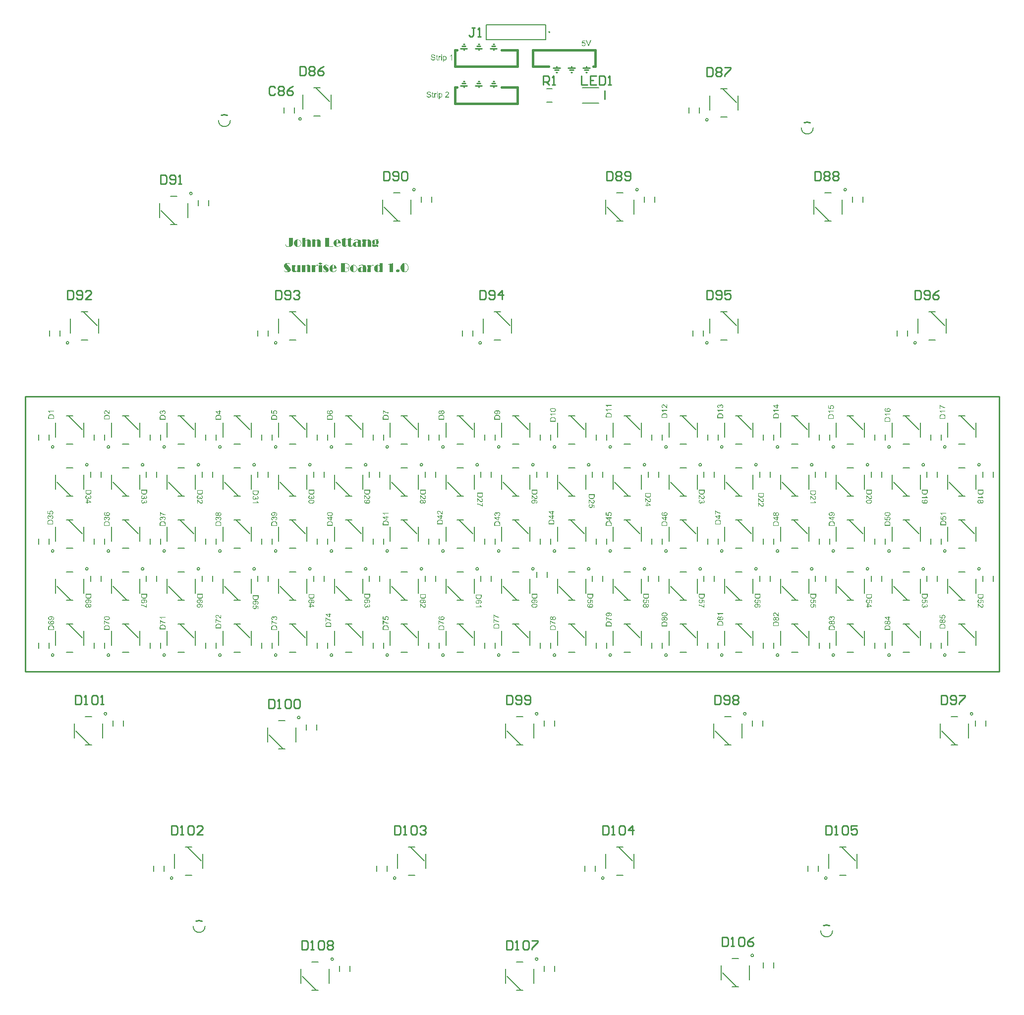
<source format=gbr>
G04*
G04 #@! TF.GenerationSoftware,Altium Limited,Altium Designer,24.2.2 (26)*
G04*
G04 Layer_Color=65535*
%FSLAX44Y44*%
%MOMM*%
G71*
G04*
G04 #@! TF.SameCoordinates,C09E280A-887C-4CB5-B33B-2E433380E6FD*
G04*
G04*
G04 #@! TF.FilePolarity,Positive*
G04*
G01*
G75*
%ADD10C,0.1524*%
%ADD11C,0.2540*%
%ADD12C,0.2000*%
%ADD13C,0.3810*%
G36*
X1312956Y955286D02*
X1312942Y955032D01*
X1312928Y954750D01*
X1312900Y954469D01*
X1312858Y954187D01*
X1312816Y953947D01*
Y953933D01*
X1312801Y953905D01*
Y953862D01*
X1312773Y953806D01*
X1312731Y953651D01*
X1312660Y953454D01*
X1312562Y953228D01*
X1312435Y952988D01*
X1312294Y952749D01*
X1312111Y952523D01*
X1312097Y952509D01*
X1312082Y952495D01*
X1312040Y952453D01*
X1311998Y952396D01*
X1311857Y952255D01*
X1311660Y952086D01*
X1311420Y951903D01*
X1311138Y951705D01*
X1310814Y951522D01*
X1310447Y951367D01*
X1310433D01*
X1310405Y951353D01*
X1310349Y951325D01*
X1310264Y951311D01*
X1310165Y951268D01*
X1310052Y951240D01*
X1309926Y951212D01*
X1309771Y951170D01*
X1309615Y951127D01*
X1309432Y951099D01*
X1309037Y951029D01*
X1308600Y950986D01*
X1308121Y950972D01*
X1308107D01*
X1308079D01*
X1308008D01*
X1307938D01*
X1307839Y950986D01*
X1307726D01*
X1307459Y951001D01*
X1307148Y951043D01*
X1306824Y951085D01*
X1306486Y951156D01*
X1306148Y951240D01*
X1306134D01*
X1306105Y951254D01*
X1306063Y951268D01*
X1306007Y951283D01*
X1305851Y951339D01*
X1305654Y951423D01*
X1305429Y951508D01*
X1305203Y951621D01*
X1304963Y951762D01*
X1304738Y951903D01*
X1304710Y951917D01*
X1304639Y951973D01*
X1304541Y952058D01*
X1304414Y952171D01*
X1304273Y952298D01*
X1304132Y952453D01*
X1303977Y952608D01*
X1303850Y952791D01*
X1303836Y952819D01*
X1303793Y952876D01*
X1303737Y952974D01*
X1303667Y953115D01*
X1303582Y953284D01*
X1303511Y953482D01*
X1303427Y953707D01*
X1303356Y953961D01*
Y953989D01*
X1303342Y954032D01*
X1303328Y954074D01*
X1303314Y954215D01*
X1303286Y954412D01*
X1303258Y954638D01*
X1303230Y954905D01*
X1303215Y955201D01*
X1303201Y955526D01*
Y959036D01*
X1312956D01*
Y955286D01*
D02*
G37*
G36*
X1303469Y949845D02*
X1303596Y949831D01*
X1303737Y949802D01*
X1303878Y949774D01*
X1304033Y949718D01*
X1304047D01*
X1304061Y949704D01*
X1304146Y949676D01*
X1304273Y949619D01*
X1304442Y949535D01*
X1304639Y949422D01*
X1304865Y949281D01*
X1305090Y949126D01*
X1305330Y948928D01*
X1305344D01*
X1305358Y948900D01*
X1305443Y948830D01*
X1305570Y948703D01*
X1305753Y948520D01*
X1305964Y948308D01*
X1306218Y948040D01*
X1306500Y947716D01*
X1306796Y947364D01*
X1306810Y947349D01*
X1306852Y947293D01*
X1306923Y947208D01*
X1307007Y947110D01*
X1307120Y946983D01*
X1307247Y946828D01*
X1307388Y946673D01*
X1307543Y946490D01*
X1307881Y946137D01*
X1308220Y945785D01*
X1308389Y945616D01*
X1308558Y945461D01*
X1308713Y945320D01*
X1308868Y945207D01*
X1308882D01*
X1308896Y945179D01*
X1308939Y945150D01*
X1308995Y945122D01*
X1309150Y945023D01*
X1309333Y944911D01*
X1309559Y944812D01*
X1309799Y944713D01*
X1310067Y944657D01*
X1310320Y944629D01*
X1310334D01*
X1310349D01*
X1310433Y944643D01*
X1310574Y944657D01*
X1310729Y944699D01*
X1310927Y944756D01*
X1311124Y944854D01*
X1311321Y944981D01*
X1311519Y945150D01*
X1311547Y945179D01*
X1311603Y945249D01*
X1311674Y945348D01*
X1311772Y945503D01*
X1311857Y945700D01*
X1311941Y945926D01*
X1311998Y946194D01*
X1312012Y946490D01*
Y946574D01*
X1311998Y946631D01*
X1311984Y946800D01*
X1311941Y946997D01*
X1311885Y947208D01*
X1311786Y947448D01*
X1311660Y947674D01*
X1311490Y947885D01*
X1311462Y947913D01*
X1311392Y947970D01*
X1311279Y948054D01*
X1311110Y948139D01*
X1310912Y948238D01*
X1310659Y948322D01*
X1310377Y948379D01*
X1310052Y948407D01*
X1310179Y949633D01*
X1310193D01*
X1310236Y949619D01*
X1310306D01*
X1310405Y949605D01*
X1310518Y949577D01*
X1310645Y949549D01*
X1310800Y949506D01*
X1310955Y949464D01*
X1311293Y949351D01*
X1311631Y949182D01*
X1311801Y949083D01*
X1311970Y948957D01*
X1312125Y948830D01*
X1312266Y948689D01*
X1312280Y948675D01*
X1312294Y948646D01*
X1312336Y948604D01*
X1312379Y948534D01*
X1312435Y948449D01*
X1312491Y948350D01*
X1312562Y948238D01*
X1312632Y948097D01*
X1312703Y947942D01*
X1312773Y947772D01*
X1312830Y947589D01*
X1312886Y947392D01*
X1312928Y947180D01*
X1312970Y946955D01*
X1312985Y946715D01*
X1312999Y946461D01*
Y946320D01*
X1312985Y946222D01*
X1312970Y946109D01*
X1312956Y945968D01*
X1312928Y945813D01*
X1312900Y945658D01*
X1312801Y945291D01*
X1312660Y944925D01*
X1312576Y944742D01*
X1312477Y944558D01*
X1312350Y944389D01*
X1312209Y944234D01*
X1312195Y944220D01*
X1312181Y944192D01*
X1312125Y944164D01*
X1312068Y944107D01*
X1311998Y944037D01*
X1311899Y943966D01*
X1311801Y943896D01*
X1311674Y943811D01*
X1311406Y943670D01*
X1311067Y943529D01*
X1310898Y943473D01*
X1310701Y943445D01*
X1310504Y943417D01*
X1310292Y943402D01*
X1310264D01*
X1310193D01*
X1310081Y943417D01*
X1309926Y943430D01*
X1309756Y943459D01*
X1309559Y943515D01*
X1309348Y943571D01*
X1309136Y943656D01*
X1309108Y943670D01*
X1309037Y943698D01*
X1308925Y943755D01*
X1308770Y943839D01*
X1308600Y943952D01*
X1308389Y944093D01*
X1308177Y944262D01*
X1307938Y944460D01*
X1307910Y944488D01*
X1307825Y944558D01*
X1307755Y944629D01*
X1307684Y944699D01*
X1307600Y944784D01*
X1307487Y944897D01*
X1307374Y945009D01*
X1307247Y945150D01*
X1307106Y945291D01*
X1306951Y945461D01*
X1306796Y945644D01*
X1306613Y945841D01*
X1306429Y946067D01*
X1306232Y946292D01*
X1306218Y946306D01*
X1306190Y946335D01*
X1306148Y946391D01*
X1306091Y946461D01*
X1306007Y946546D01*
X1305922Y946645D01*
X1305739Y946870D01*
X1305527Y947110D01*
X1305316Y947335D01*
X1305133Y947533D01*
X1305062Y947617D01*
X1304992Y947688D01*
X1304978Y947702D01*
X1304935Y947744D01*
X1304879Y947801D01*
X1304794Y947871D01*
X1304696Y947942D01*
X1304597Y948026D01*
X1304357Y948195D01*
Y943388D01*
X1303201D01*
Y949859D01*
X1303215D01*
X1303272D01*
X1303356D01*
X1303469Y949845D01*
D02*
G37*
G36*
Y942261D02*
X1303596Y942246D01*
X1303737Y942218D01*
X1303878Y942190D01*
X1304033Y942134D01*
X1304047D01*
X1304061Y942120D01*
X1304146Y942091D01*
X1304273Y942035D01*
X1304442Y941950D01*
X1304639Y941838D01*
X1304865Y941697D01*
X1305090Y941542D01*
X1305330Y941344D01*
X1305344D01*
X1305358Y941316D01*
X1305443Y941245D01*
X1305570Y941119D01*
X1305753Y940935D01*
X1305964Y940724D01*
X1306218Y940456D01*
X1306500Y940132D01*
X1306796Y939779D01*
X1306810Y939765D01*
X1306852Y939709D01*
X1306923Y939624D01*
X1307007Y939526D01*
X1307120Y939399D01*
X1307247Y939244D01*
X1307388Y939089D01*
X1307543Y938905D01*
X1307881Y938553D01*
X1308220Y938201D01*
X1308389Y938031D01*
X1308558Y937876D01*
X1308713Y937735D01*
X1308868Y937623D01*
X1308882D01*
X1308896Y937594D01*
X1308939Y937566D01*
X1308995Y937538D01*
X1309150Y937439D01*
X1309333Y937327D01*
X1309559Y937228D01*
X1309799Y937129D01*
X1310067Y937073D01*
X1310320Y937045D01*
X1310334D01*
X1310349D01*
X1310433Y937059D01*
X1310574Y937073D01*
X1310729Y937115D01*
X1310927Y937171D01*
X1311124Y937270D01*
X1311321Y937397D01*
X1311519Y937566D01*
X1311547Y937594D01*
X1311603Y937665D01*
X1311674Y937764D01*
X1311772Y937919D01*
X1311857Y938116D01*
X1311941Y938342D01*
X1311998Y938609D01*
X1312012Y938905D01*
Y938990D01*
X1311998Y939046D01*
X1311984Y939215D01*
X1311941Y939413D01*
X1311885Y939624D01*
X1311786Y939864D01*
X1311660Y940090D01*
X1311490Y940301D01*
X1311462Y940329D01*
X1311392Y940386D01*
X1311279Y940470D01*
X1311110Y940555D01*
X1310912Y940653D01*
X1310659Y940738D01*
X1310377Y940794D01*
X1310052Y940823D01*
X1310179Y942049D01*
X1310193D01*
X1310236Y942035D01*
X1310306D01*
X1310405Y942021D01*
X1310518Y941993D01*
X1310645Y941964D01*
X1310800Y941922D01*
X1310955Y941880D01*
X1311293Y941767D01*
X1311631Y941598D01*
X1311801Y941499D01*
X1311970Y941372D01*
X1312125Y941245D01*
X1312266Y941105D01*
X1312280Y941090D01*
X1312294Y941062D01*
X1312336Y941020D01*
X1312379Y940949D01*
X1312435Y940865D01*
X1312491Y940766D01*
X1312562Y940653D01*
X1312632Y940512D01*
X1312703Y940357D01*
X1312773Y940188D01*
X1312830Y940005D01*
X1312886Y939808D01*
X1312928Y939596D01*
X1312970Y939371D01*
X1312985Y939131D01*
X1312999Y938877D01*
Y938736D01*
X1312985Y938638D01*
X1312970Y938525D01*
X1312956Y938384D01*
X1312928Y938229D01*
X1312900Y938074D01*
X1312801Y937707D01*
X1312660Y937341D01*
X1312576Y937157D01*
X1312477Y936974D01*
X1312350Y936805D01*
X1312209Y936650D01*
X1312195Y936636D01*
X1312181Y936608D01*
X1312125Y936579D01*
X1312068Y936523D01*
X1311998Y936452D01*
X1311899Y936382D01*
X1311801Y936312D01*
X1311674Y936227D01*
X1311406Y936086D01*
X1311067Y935945D01*
X1310898Y935889D01*
X1310701Y935861D01*
X1310504Y935832D01*
X1310292Y935818D01*
X1310264D01*
X1310193D01*
X1310081Y935832D01*
X1309926Y935846D01*
X1309756Y935875D01*
X1309559Y935931D01*
X1309348Y935987D01*
X1309136Y936072D01*
X1309108Y936086D01*
X1309037Y936114D01*
X1308925Y936171D01*
X1308770Y936255D01*
X1308600Y936368D01*
X1308389Y936509D01*
X1308177Y936678D01*
X1307938Y936875D01*
X1307910Y936904D01*
X1307825Y936974D01*
X1307755Y937045D01*
X1307684Y937115D01*
X1307600Y937200D01*
X1307487Y937312D01*
X1307374Y937425D01*
X1307247Y937566D01*
X1307106Y937707D01*
X1306951Y937876D01*
X1306796Y938060D01*
X1306613Y938257D01*
X1306429Y938483D01*
X1306232Y938708D01*
X1306218Y938722D01*
X1306190Y938750D01*
X1306148Y938807D01*
X1306091Y938877D01*
X1306007Y938962D01*
X1305922Y939061D01*
X1305739Y939286D01*
X1305527Y939526D01*
X1305316Y939751D01*
X1305133Y939949D01*
X1305062Y940033D01*
X1304992Y940104D01*
X1304978Y940118D01*
X1304935Y940160D01*
X1304879Y940216D01*
X1304794Y940287D01*
X1304696Y940357D01*
X1304597Y940442D01*
X1304357Y940611D01*
Y935804D01*
X1303201D01*
Y942275D01*
X1303215D01*
X1303272D01*
X1303356D01*
X1303469Y942261D01*
D02*
G37*
G36*
X95721Y928626D02*
X95834Y928612D01*
X95961Y928598D01*
X96116Y928570D01*
X96271Y928542D01*
X96637Y928457D01*
X97018Y928316D01*
X97215Y928232D01*
X97399Y928119D01*
X97596Y928006D01*
X97779Y927865D01*
X97793Y927851D01*
X97836Y927823D01*
X97892Y927766D01*
X97962Y927696D01*
X98047Y927597D01*
X98160Y927485D01*
X98258Y927344D01*
X98371Y927188D01*
X98484Y927019D01*
X98583Y926822D01*
X98681Y926610D01*
X98780Y926385D01*
X98850Y926145D01*
X98907Y925878D01*
X98949Y925596D01*
X98963Y925300D01*
Y925173D01*
X98949Y925074D01*
X98935Y924961D01*
X98921Y924834D01*
X98907Y924679D01*
X98865Y924524D01*
X98780Y924172D01*
X98653Y923819D01*
X98569Y923636D01*
X98470Y923453D01*
X98357Y923284D01*
X98230Y923114D01*
X98216Y923100D01*
X98202Y923072D01*
X98146Y923044D01*
X98089Y922988D01*
X98019Y922917D01*
X97934Y922847D01*
X97821Y922762D01*
X97695Y922692D01*
X97568Y922607D01*
X97413Y922522D01*
X97074Y922367D01*
X96680Y922241D01*
X96468Y922198D01*
X96243Y922170D01*
X96144Y923425D01*
X96158D01*
X96186D01*
X96229Y923439D01*
X96299Y923453D01*
X96454Y923495D01*
X96665Y923551D01*
X96877Y923636D01*
X97117Y923749D01*
X97328Y923890D01*
X97525Y924059D01*
X97540Y924087D01*
X97596Y924144D01*
X97666Y924256D01*
X97751Y924411D01*
X97836Y924581D01*
X97906Y924792D01*
X97962Y925032D01*
X97977Y925300D01*
Y925384D01*
X97962Y925441D01*
X97948Y925610D01*
X97892Y925807D01*
X97821Y926047D01*
X97709Y926286D01*
X97540Y926540D01*
X97441Y926653D01*
X97328Y926766D01*
X97314Y926780D01*
X97300Y926794D01*
X97257Y926822D01*
X97215Y926864D01*
X97060Y926963D01*
X96863Y927076D01*
X96623Y927174D01*
X96327Y927273D01*
X95975Y927344D01*
X95792Y927372D01*
X95594D01*
X95580D01*
X95552D01*
X95495D01*
X95425Y927358D01*
X95340D01*
X95242Y927344D01*
X95016Y927301D01*
X94748Y927231D01*
X94480Y927132D01*
X94227Y926991D01*
X93987Y926794D01*
X93973D01*
X93959Y926766D01*
X93888Y926695D01*
X93790Y926568D01*
X93677Y926399D01*
X93578Y926173D01*
X93479Y925920D01*
X93409Y925624D01*
X93381Y925455D01*
Y925187D01*
X93395Y925074D01*
X93409Y924933D01*
X93451Y924764D01*
X93494Y924595D01*
X93564Y924411D01*
X93649Y924228D01*
X93663Y924214D01*
X93691Y924158D01*
X93762Y924073D01*
X93832Y923960D01*
X93931Y923848D01*
X94058Y923735D01*
X94184Y923608D01*
X94340Y923509D01*
X94184Y922381D01*
X89166Y923326D01*
Y928175D01*
X90308D01*
Y924270D01*
X92944Y923749D01*
X92930Y923763D01*
X92916Y923791D01*
X92887Y923833D01*
X92845Y923904D01*
X92803Y923988D01*
X92746Y924087D01*
X92634Y924313D01*
X92521Y924595D01*
X92422Y924905D01*
X92352Y925243D01*
X92324Y925412D01*
Y925722D01*
X92338Y925807D01*
X92352Y925920D01*
X92366Y926047D01*
X92394Y926188D01*
X92436Y926343D01*
X92535Y926681D01*
X92605Y926864D01*
X92704Y927048D01*
X92803Y927231D01*
X92916Y927414D01*
X93057Y927583D01*
X93212Y927752D01*
X93226Y927766D01*
X93254Y927795D01*
X93296Y927837D01*
X93367Y927893D01*
X93465Y927964D01*
X93564Y928034D01*
X93691Y928119D01*
X93832Y928204D01*
X93987Y928274D01*
X94156Y928359D01*
X94354Y928429D01*
X94551Y928500D01*
X94762Y928556D01*
X95002Y928598D01*
X95242Y928626D01*
X95495Y928641D01*
X95510D01*
X95552D01*
X95622D01*
X95721Y928626D01*
D02*
G37*
G36*
X96130Y920972D02*
X96243Y920958D01*
X96369Y920929D01*
X96510Y920901D01*
X96665Y920873D01*
X97004Y920760D01*
X97187Y920676D01*
X97356Y920591D01*
X97540Y920478D01*
X97723Y920351D01*
X97906Y920210D01*
X98075Y920041D01*
X98089Y920027D01*
X98118Y919999D01*
X98160Y919943D01*
X98216Y919872D01*
X98287Y919788D01*
X98357Y919675D01*
X98442Y919548D01*
X98512Y919393D01*
X98597Y919238D01*
X98681Y919054D01*
X98752Y918871D01*
X98822Y918660D01*
X98879Y918434D01*
X98921Y918195D01*
X98949Y917955D01*
X98963Y917687D01*
Y917560D01*
X98949Y917476D01*
X98935Y917363D01*
X98921Y917236D01*
X98893Y917095D01*
X98865Y916940D01*
X98780Y916602D01*
X98639Y916249D01*
X98554Y916066D01*
X98456Y915897D01*
X98329Y915728D01*
X98202Y915558D01*
X98188Y915544D01*
X98160Y915516D01*
X98118Y915474D01*
X98061Y915432D01*
X97991Y915361D01*
X97892Y915291D01*
X97793Y915206D01*
X97666Y915122D01*
X97525Y915037D01*
X97384Y914952D01*
X97046Y914797D01*
X96651Y914670D01*
X96440Y914628D01*
X96214Y914600D01*
X96059Y915798D01*
X96073D01*
X96102Y915812D01*
X96158Y915826D01*
X96229Y915840D01*
X96313Y915854D01*
X96412Y915883D01*
X96623Y915953D01*
X96877Y916052D01*
X97117Y916179D01*
X97342Y916320D01*
X97540Y916489D01*
X97554Y916517D01*
X97610Y916573D01*
X97680Y916686D01*
X97751Y916827D01*
X97836Y916996D01*
X97906Y917208D01*
X97962Y917448D01*
X97977Y917701D01*
Y917786D01*
X97962Y917842D01*
X97948Y917997D01*
X97906Y918195D01*
X97836Y918420D01*
X97737Y918660D01*
X97596Y918900D01*
X97399Y919125D01*
X97370Y919153D01*
X97286Y919224D01*
X97159Y919308D01*
X96990Y919421D01*
X96778Y919534D01*
X96539Y919618D01*
X96257Y919689D01*
X95947Y919717D01*
X95932D01*
X95904D01*
X95862D01*
X95806Y919703D01*
X95651Y919689D01*
X95467Y919647D01*
X95242Y919590D01*
X95016Y919492D01*
X94791Y919351D01*
X94579Y919167D01*
X94551Y919139D01*
X94494Y919069D01*
X94410Y918956D01*
X94311Y918801D01*
X94213Y918603D01*
X94128Y918364D01*
X94072Y918096D01*
X94043Y917800D01*
Y917673D01*
X94058Y917574D01*
X94072Y917448D01*
X94100Y917307D01*
X94128Y917137D01*
X94170Y916954D01*
X93113Y917095D01*
Y917166D01*
X93127Y917222D01*
Y917405D01*
X93099Y917560D01*
X93071Y917744D01*
X93028Y917955D01*
X92958Y918195D01*
X92859Y918420D01*
X92732Y918660D01*
Y918674D01*
X92718Y918688D01*
X92662Y918758D01*
X92563Y918857D01*
X92436Y918970D01*
X92253Y919083D01*
X92042Y919181D01*
X91802Y919252D01*
X91661Y919280D01*
X91506D01*
X91492D01*
X91478D01*
X91393D01*
X91280Y919252D01*
X91125Y919224D01*
X90956Y919167D01*
X90773Y919097D01*
X90590Y918984D01*
X90421Y918829D01*
X90406Y918815D01*
X90350Y918744D01*
X90280Y918646D01*
X90195Y918519D01*
X90125Y918350D01*
X90054Y918152D01*
X89998Y917927D01*
X89984Y917673D01*
Y917560D01*
X90012Y917433D01*
X90040Y917264D01*
X90096Y917081D01*
X90167Y916898D01*
X90280Y916700D01*
X90421Y916517D01*
X90435Y916503D01*
X90505Y916447D01*
X90604Y916362D01*
X90745Y916263D01*
X90928Y916165D01*
X91153Y916066D01*
X91421Y915981D01*
X91732Y915925D01*
X91520Y914727D01*
X91506D01*
X91464Y914741D01*
X91407Y914755D01*
X91323Y914769D01*
X91224Y914797D01*
X91111Y914839D01*
X90843Y914924D01*
X90533Y915065D01*
X90223Y915234D01*
X89927Y915446D01*
X89659Y915714D01*
X89645Y915728D01*
X89631Y915756D01*
X89603Y915798D01*
X89561Y915854D01*
X89504Y915925D01*
X89448Y916024D01*
X89391Y916122D01*
X89321Y916249D01*
X89208Y916531D01*
X89095Y916855D01*
X89025Y917236D01*
X88997Y917433D01*
Y917786D01*
X89011Y917941D01*
X89039Y918124D01*
X89081Y918350D01*
X89152Y918603D01*
X89236Y918857D01*
X89349Y919111D01*
Y919125D01*
X89363Y919139D01*
X89405Y919224D01*
X89490Y919351D01*
X89589Y919492D01*
X89730Y919661D01*
X89885Y919830D01*
X90068Y919999D01*
X90280Y920140D01*
X90308Y920154D01*
X90378Y920196D01*
X90505Y920253D01*
X90660Y920323D01*
X90843Y920394D01*
X91055Y920450D01*
X91294Y920492D01*
X91534Y920507D01*
X91562D01*
X91647D01*
X91760Y920492D01*
X91915Y920464D01*
X92098Y920422D01*
X92295Y920351D01*
X92493Y920267D01*
X92690Y920154D01*
X92718Y920140D01*
X92775Y920098D01*
X92873Y920013D01*
X92986Y919900D01*
X93113Y919759D01*
X93254Y919590D01*
X93381Y919393D01*
X93508Y919153D01*
Y919167D01*
X93522Y919195D01*
X93536Y919238D01*
X93550Y919294D01*
X93606Y919449D01*
X93691Y919647D01*
X93804Y919872D01*
X93945Y920098D01*
X94128Y920309D01*
X94340Y920507D01*
X94368Y920521D01*
X94452Y920577D01*
X94593Y920662D01*
X94776Y920746D01*
X95002Y920831D01*
X95270Y920915D01*
X95580Y920972D01*
X95918Y920986D01*
X95932D01*
X95975D01*
X96045D01*
X96130Y920972D01*
D02*
G37*
G36*
X94156Y913289D02*
X94269D01*
X94537Y913275D01*
X94847Y913232D01*
X95171Y913190D01*
X95510Y913120D01*
X95848Y913035D01*
X95862D01*
X95890Y913021D01*
X95932Y913007D01*
X95989Y912993D01*
X96144Y912936D01*
X96341Y912852D01*
X96567Y912767D01*
X96792Y912654D01*
X97032Y912514D01*
X97257Y912373D01*
X97286Y912358D01*
X97356Y912302D01*
X97455Y912217D01*
X97582Y912105D01*
X97723Y911978D01*
X97864Y911823D01*
X98019Y911668D01*
X98146Y911485D01*
X98160Y911456D01*
X98202Y911400D01*
X98258Y911301D01*
X98329Y911160D01*
X98413Y910991D01*
X98484Y910794D01*
X98569Y910568D01*
X98639Y910314D01*
Y910286D01*
X98653Y910244D01*
X98667Y910202D01*
X98681Y910061D01*
X98709Y909863D01*
X98738Y909638D01*
X98766Y909370D01*
X98780Y909074D01*
X98794Y908750D01*
Y905239D01*
X89039D01*
Y908989D01*
X89053Y909243D01*
X89067Y909525D01*
X89095Y909807D01*
X89138Y910089D01*
X89180Y910329D01*
Y910343D01*
X89194Y910371D01*
Y910413D01*
X89222Y910470D01*
X89264Y910624D01*
X89335Y910822D01*
X89434Y911048D01*
X89561Y911287D01*
X89701Y911527D01*
X89885Y911752D01*
X89899Y911766D01*
X89913Y911780D01*
X89955Y911823D01*
X89998Y911879D01*
X90139Y912020D01*
X90336Y912189D01*
X90576Y912373D01*
X90857Y912570D01*
X91182Y912753D01*
X91548Y912908D01*
X91562D01*
X91590Y912922D01*
X91647Y912951D01*
X91732Y912965D01*
X91830Y913007D01*
X91943Y913035D01*
X92070Y913063D01*
X92225Y913106D01*
X92380Y913148D01*
X92563Y913176D01*
X92958Y913247D01*
X93395Y913289D01*
X93874Y913303D01*
X93888D01*
X93917D01*
X93987D01*
X94058D01*
X94156Y913289D01*
D02*
G37*
G36*
X499456Y1351852D02*
X499644Y1351829D01*
X499855Y1351805D01*
X500090Y1351782D01*
X500584Y1351688D01*
X501148Y1351570D01*
X501735Y1351382D01*
X502299Y1351124D01*
X502323Y1351100D01*
X502393Y1351077D01*
X502510Y1351006D01*
X502651Y1350936D01*
X502957Y1350724D01*
X503286Y1350466D01*
X503309Y1350442D01*
X503356Y1350395D01*
X503497Y1350255D01*
X503638Y1350043D01*
X503685Y1349949D01*
X503709Y1349855D01*
Y1349832D01*
X503685Y1349785D01*
X503662Y1349691D01*
X503591Y1349620D01*
X503568Y1349597D01*
X503521Y1349573D01*
X503450Y1349550D01*
X503356Y1349526D01*
X503333D01*
X503215Y1349573D01*
X503051Y1349667D01*
X502933Y1349738D01*
X502792Y1349855D01*
X502769Y1349879D01*
X502675Y1349949D01*
X502557Y1350043D01*
X502369Y1350184D01*
X502158Y1350325D01*
X501900Y1350489D01*
X501594Y1350654D01*
X501242Y1350795D01*
X501195Y1350818D01*
X501077Y1350865D01*
X500889Y1350912D01*
X500654Y1350983D01*
X500372Y1351053D01*
X500043Y1351124D01*
X499715Y1351147D01*
X499386Y1351171D01*
X499292D01*
X499198Y1351147D01*
X499080D01*
X498775Y1351053D01*
X498634Y1351006D01*
X498493Y1350912D01*
X498469D01*
X498446Y1350865D01*
X498328Y1350748D01*
X498211Y1350560D01*
X498187Y1350442D01*
X498164Y1350325D01*
Y1350302D01*
Y1350231D01*
X498187Y1350137D01*
X498211Y1350020D01*
X498258Y1349855D01*
X498352Y1349644D01*
X498446Y1349432D01*
X498587Y1349197D01*
X498610Y1349174D01*
X498681Y1349080D01*
X498775Y1348939D01*
X498916Y1348751D01*
X499127Y1348516D01*
X499362Y1348210D01*
X499668Y1347881D01*
X500020Y1347506D01*
X500067Y1347459D01*
X500161Y1347365D01*
X500325Y1347177D01*
X500537Y1346942D01*
X500795Y1346683D01*
X501077Y1346354D01*
X501406Y1346002D01*
X501735Y1345650D01*
X502416Y1344874D01*
X502745Y1344475D01*
X503051Y1344099D01*
X503333Y1343746D01*
X503591Y1343417D01*
X503803Y1343136D01*
X503967Y1342877D01*
Y1342854D01*
X503991Y1342830D01*
X504038Y1342760D01*
X504085Y1342666D01*
X504202Y1342431D01*
X504366Y1342102D01*
X504507Y1341749D01*
X504625Y1341326D01*
X504719Y1340903D01*
X504742Y1340457D01*
Y1340410D01*
Y1340293D01*
X504719Y1340081D01*
X504672Y1339846D01*
X504602Y1339541D01*
X504507Y1339235D01*
X504390Y1338883D01*
X504202Y1338554D01*
X504179Y1338507D01*
X504108Y1338413D01*
X503991Y1338248D01*
X503803Y1338061D01*
X503591Y1337826D01*
X503333Y1337591D01*
X503051Y1337356D01*
X502698Y1337121D01*
X502675D01*
X502628Y1337074D01*
X502510Y1337027D01*
X502369Y1336956D01*
X502205Y1336862D01*
X501993Y1336768D01*
X501735Y1336674D01*
X501477Y1336580D01*
X501148Y1336486D01*
X500819Y1336392D01*
X500443Y1336298D01*
X500067Y1336205D01*
X499644Y1336134D01*
X499198Y1336087D01*
X498751Y1336064D01*
X498258Y1336040D01*
X498023D01*
X497858Y1336064D01*
X497647Y1336087D01*
X497412Y1336111D01*
X497130Y1336134D01*
X496825Y1336205D01*
X496167Y1336345D01*
X495462Y1336557D01*
X495109Y1336698D01*
X494734Y1336886D01*
X494381Y1337074D01*
X494029Y1337285D01*
X494005D01*
X493982Y1337332D01*
X493841Y1337426D01*
X493629Y1337591D01*
X493394Y1337779D01*
X493159Y1337990D01*
X492948Y1338225D01*
X492807Y1338460D01*
X492784Y1338554D01*
X492760Y1338648D01*
Y1338671D01*
X492784Y1338742D01*
X492807Y1338812D01*
X492854Y1338906D01*
X492878Y1338930D01*
X492924Y1338977D01*
X493018Y1339000D01*
X493136Y1339024D01*
X493159D01*
X493253Y1338977D01*
X493394Y1338906D01*
X493488Y1338812D01*
X493582Y1338718D01*
X493629Y1338671D01*
X493723Y1338578D01*
X493911Y1338413D01*
X494146Y1338201D01*
X494428Y1337967D01*
X494781Y1337732D01*
X495180Y1337497D01*
X495603Y1337285D01*
X495626D01*
X495650Y1337262D01*
X495720Y1337238D01*
X495814Y1337191D01*
X496049Y1337121D01*
X496355Y1337027D01*
X496707Y1336909D01*
X497107Y1336839D01*
X497529Y1336768D01*
X497952Y1336745D01*
X497999D01*
X498164Y1336768D01*
X498352Y1336792D01*
X498610Y1336839D01*
X498845Y1336933D01*
X499033Y1337074D01*
X499198Y1337262D01*
X499221Y1337379D01*
X499245Y1337520D01*
Y1337544D01*
Y1337614D01*
X499221Y1337708D01*
X499198Y1337849D01*
X499127Y1338014D01*
X499057Y1338201D01*
X498939Y1338413D01*
X498798Y1338625D01*
X498775Y1338648D01*
X498704Y1338742D01*
X498563Y1338930D01*
X498352Y1339165D01*
X498070Y1339517D01*
X497905Y1339705D01*
X497694Y1339940D01*
X497482Y1340175D01*
X497224Y1340457D01*
X496942Y1340762D01*
X496637Y1341091D01*
X496613Y1341115D01*
X496543Y1341185D01*
X496425Y1341303D01*
X496284Y1341467D01*
X496120Y1341655D01*
X495932Y1341890D01*
X495485Y1342384D01*
X495015Y1342924D01*
X494546Y1343511D01*
X494123Y1344028D01*
X493935Y1344287D01*
X493794Y1344498D01*
Y1344522D01*
X493747Y1344569D01*
X493700Y1344639D01*
X493653Y1344757D01*
X493582Y1344874D01*
X493488Y1345039D01*
X493324Y1345414D01*
X493159Y1345837D01*
X492995Y1346307D01*
X492901Y1346824D01*
X492854Y1347318D01*
Y1347341D01*
Y1347412D01*
X492878Y1347506D01*
Y1347646D01*
X492901Y1347811D01*
X492948Y1348022D01*
X493089Y1348469D01*
X493183Y1348727D01*
X493300Y1349009D01*
X493441Y1349268D01*
X493606Y1349550D01*
X493817Y1349832D01*
X494052Y1350090D01*
X494334Y1350349D01*
X494640Y1350607D01*
X494663Y1350630D01*
X494710Y1350654D01*
X494828Y1350724D01*
X494945Y1350795D01*
X495133Y1350912D01*
X495344Y1351006D01*
X495579Y1351124D01*
X495838Y1351241D01*
X496143Y1351359D01*
X496472Y1351476D01*
X496825Y1351594D01*
X497224Y1351688D01*
X497623Y1351758D01*
X498070Y1351829D01*
X498516Y1351852D01*
X498986Y1351876D01*
X499292D01*
X499456Y1351852D01*
D02*
G37*
G36*
X555562Y1352252D02*
X555797Y1352228D01*
X556032Y1352205D01*
X556572Y1352087D01*
X557113Y1351899D01*
X557348Y1351782D01*
X557583Y1351641D01*
X557771Y1351453D01*
X557912Y1351241D01*
X558006Y1351006D01*
X558029Y1350748D01*
Y1350724D01*
Y1350630D01*
X557982Y1350489D01*
X557935Y1350325D01*
X557841Y1350161D01*
X557700Y1349973D01*
X557512Y1349785D01*
X557254Y1349620D01*
X557230Y1349597D01*
X557113Y1349550D01*
X556948Y1349503D01*
X556713Y1349432D01*
X556408Y1349338D01*
X556032Y1349291D01*
X555609Y1349244D01*
X555116Y1349221D01*
X554857D01*
X554693Y1349244D01*
X554481Y1349268D01*
X554246Y1349291D01*
X553753Y1349409D01*
X553236Y1349597D01*
X553001Y1349714D01*
X552790Y1349855D01*
X552625Y1350043D01*
X552484Y1350255D01*
X552390Y1350489D01*
X552367Y1350748D01*
Y1350771D01*
Y1350818D01*
X552390Y1350889D01*
X552414Y1350983D01*
X552461Y1351100D01*
X552508Y1351218D01*
X552602Y1351359D01*
X552719Y1351500D01*
X552860Y1351641D01*
X553048Y1351782D01*
X553260Y1351923D01*
X553518Y1352017D01*
X553847Y1352134D01*
X554199Y1352205D01*
X554622Y1352252D01*
X555116Y1352275D01*
X555374D01*
X555562Y1352252D01*
D02*
G37*
G36*
X661689Y1346072D02*
Y1342266D01*
X661712Y1336956D01*
Y1336486D01*
X656144D01*
Y1337920D01*
X656097Y1337873D01*
X655980Y1337779D01*
X655815Y1337614D01*
X655580Y1337426D01*
X655322Y1337191D01*
X655016Y1336980D01*
X654711Y1336792D01*
X654382Y1336627D01*
X654335Y1336604D01*
X654241Y1336580D01*
X654077Y1336510D01*
X653842Y1336439D01*
X653560Y1336369D01*
X653231Y1336322D01*
X652878Y1336275D01*
X652479Y1336252D01*
X652268D01*
X652127Y1336275D01*
X651939Y1336298D01*
X651727Y1336322D01*
X651492Y1336369D01*
X651234Y1336439D01*
X650646Y1336627D01*
X650341Y1336745D01*
X650035Y1336886D01*
X649707Y1337074D01*
X649401Y1337285D01*
X649072Y1337520D01*
X648767Y1337779D01*
X648743Y1337802D01*
X648673Y1337873D01*
X648579Y1337967D01*
X648461Y1338108D01*
X648297Y1338295D01*
X648132Y1338530D01*
X647944Y1338789D01*
X647780Y1339094D01*
X647592Y1339423D01*
X647404Y1339776D01*
X647240Y1340175D01*
X647075Y1340598D01*
X646958Y1341044D01*
X646864Y1341538D01*
X646793Y1342031D01*
X646770Y1342572D01*
Y1342595D01*
Y1342689D01*
X646793Y1342854D01*
Y1343042D01*
X646840Y1343277D01*
X646864Y1343558D01*
X646934Y1343864D01*
X647005Y1344193D01*
X647122Y1344569D01*
X647240Y1344921D01*
X647404Y1345320D01*
X647592Y1345696D01*
X647803Y1346072D01*
X648062Y1346448D01*
X648367Y1346801D01*
X648696Y1347153D01*
X648720Y1347177D01*
X648767Y1347224D01*
X648861Y1347294D01*
X649002Y1347412D01*
X649166Y1347529D01*
X649354Y1347646D01*
X649589Y1347787D01*
X649824Y1347952D01*
X650106Y1348093D01*
X650412Y1348234D01*
X651069Y1348492D01*
X651422Y1348586D01*
X651798Y1348657D01*
X652174Y1348704D01*
X652573Y1348727D01*
X652738D01*
X652925Y1348704D01*
X653160Y1348680D01*
X653442Y1348633D01*
X653771Y1348563D01*
X654100Y1348469D01*
X654429Y1348351D01*
X654476Y1348328D01*
X654594Y1348281D01*
X654758Y1348210D01*
X654993Y1348093D01*
X655251Y1347928D01*
X655533Y1347740D01*
X655862Y1347529D01*
X656168Y1347271D01*
X656097Y1351429D01*
X661712D01*
X661689Y1346072D01*
D02*
G37*
G36*
X534464Y1348704D02*
X534605Y1348680D01*
X534981Y1348633D01*
X535380Y1348539D01*
X535826Y1348422D01*
X536273Y1348234D01*
X536696Y1347999D01*
X536743Y1347975D01*
X536837Y1347905D01*
X536978Y1347787D01*
X537142Y1347623D01*
X537330Y1347435D01*
X537518Y1347200D01*
X537682Y1346942D01*
X537800Y1346660D01*
X537823Y1346613D01*
X537847Y1346519D01*
X537894Y1346331D01*
X537941Y1346049D01*
X537988Y1345696D01*
X538035Y1345250D01*
X538082Y1344733D01*
Y1344428D01*
Y1344099D01*
X538058Y1339024D01*
X538082Y1336486D01*
X532537D01*
X532561Y1339517D01*
X532607Y1341749D01*
X532584Y1345109D01*
Y1345133D01*
Y1345156D01*
Y1345297D01*
Y1345485D01*
Y1345720D01*
Y1345955D01*
Y1346190D01*
X532561Y1346378D01*
Y1346495D01*
Y1346542D01*
X532537Y1346636D01*
X532514Y1346777D01*
X532443Y1346918D01*
Y1346942D01*
X532420Y1346965D01*
X532349Y1347036D01*
X532279Y1347106D01*
X532185Y1347153D01*
X532067Y1347224D01*
X531903Y1347247D01*
X531691Y1347271D01*
X531597D01*
X531480Y1347247D01*
X531339Y1347224D01*
X531174Y1347200D01*
X530963Y1347153D01*
X530751Y1347059D01*
X530517Y1346965D01*
X530493Y1346942D01*
X530399Y1346918D01*
X530281Y1346848D01*
X530117Y1346730D01*
X529906Y1346613D01*
X529694Y1346448D01*
X529436Y1346260D01*
X529177Y1346049D01*
X529154Y1345579D01*
Y1342525D01*
X529130Y1340152D01*
X529154Y1336956D01*
X529177Y1336486D01*
X523585D01*
X523609Y1340762D01*
X523656Y1343605D01*
X523609Y1346049D01*
X523585Y1348445D01*
X529177D01*
Y1346918D01*
X529201D01*
X529224Y1346965D01*
X529295Y1347012D01*
X529389Y1347059D01*
X529647Y1347224D01*
X529976Y1347412D01*
X530352Y1347646D01*
X530775Y1347858D01*
X531221Y1348069D01*
X531668Y1348257D01*
X531691D01*
X531715Y1348281D01*
X531785Y1348304D01*
X531879Y1348328D01*
X532114Y1348398D01*
X532443Y1348492D01*
X532795Y1348586D01*
X533195Y1348657D01*
X533641Y1348704D01*
X534064Y1348727D01*
X534323D01*
X534464Y1348704D01*
D02*
G37*
G36*
X565313D02*
X565477D01*
X565829Y1348657D01*
X566252Y1348586D01*
X566746Y1348469D01*
X567263Y1348328D01*
X567826Y1348140D01*
X567850D01*
X567873Y1348116D01*
X568014Y1348069D01*
X568202Y1347975D01*
X568414Y1347858D01*
X568625Y1347717D01*
X568813Y1347553D01*
X568954Y1347365D01*
X568978Y1347271D01*
X569001Y1347177D01*
Y1347153D01*
X568978Y1347083D01*
X568954Y1346989D01*
X568860Y1346871D01*
X568837Y1346848D01*
X568766Y1346824D01*
X568672Y1346777D01*
X568531Y1346754D01*
X568484D01*
X568437Y1346777D01*
X568367Y1346801D01*
X568249Y1346848D01*
X568108Y1346918D01*
X567944Y1347012D01*
X567756Y1347153D01*
X567733D01*
X567709Y1347200D01*
X567639Y1347224D01*
X567545Y1347294D01*
X567310Y1347412D01*
X567004Y1347576D01*
X566628Y1347740D01*
X566205Y1347858D01*
X565736Y1347952D01*
X565219Y1347999D01*
X565054D01*
X564960Y1347975D01*
X564725Y1347928D01*
X564490Y1347834D01*
X564443Y1347811D01*
X564373Y1347717D01*
X564302Y1347576D01*
X564255Y1347365D01*
Y1347341D01*
Y1347294D01*
X564279Y1347224D01*
X564302Y1347106D01*
X564373Y1346965D01*
X564443Y1346801D01*
X564561Y1346636D01*
X564702Y1346425D01*
X564725Y1346401D01*
X564796Y1346307D01*
X564913Y1346166D01*
X565101Y1345978D01*
X565359Y1345696D01*
X565665Y1345367D01*
X566064Y1344968D01*
X566558Y1344498D01*
X566581Y1344475D01*
X566628Y1344451D01*
X566675Y1344381D01*
X566769Y1344287D01*
X567004Y1344052D01*
X567286Y1343793D01*
X567568Y1343488D01*
X567850Y1343206D01*
X568108Y1342948D01*
X568202Y1342854D01*
X568273Y1342760D01*
X568296Y1342736D01*
X568343Y1342689D01*
X568414Y1342595D01*
X568508Y1342501D01*
X568625Y1342360D01*
X568743Y1342196D01*
X569001Y1341820D01*
X569025Y1341773D01*
X569095Y1341655D01*
X569189Y1341467D01*
X569307Y1341232D01*
X569401Y1340927D01*
X569495Y1340598D01*
X569565Y1340222D01*
X569589Y1339823D01*
Y1339799D01*
Y1339752D01*
Y1339658D01*
X569565Y1339541D01*
X569542Y1339400D01*
X569495Y1339235D01*
X569377Y1338859D01*
X569307Y1338625D01*
X569189Y1338413D01*
X569048Y1338178D01*
X568907Y1337967D01*
X568696Y1337732D01*
X568484Y1337520D01*
X568226Y1337309D01*
X567944Y1337097D01*
X567920D01*
X567873Y1337050D01*
X567803Y1337027D01*
X567709Y1336956D01*
X567568Y1336909D01*
X567427Y1336839D01*
X567239Y1336745D01*
X567028Y1336674D01*
X566558Y1336510D01*
X565994Y1336392D01*
X565359Y1336298D01*
X564655Y1336252D01*
X564443D01*
X564279Y1336275D01*
X564091D01*
X563879Y1336298D01*
X563621Y1336322D01*
X563363Y1336369D01*
X562752Y1336486D01*
X562117Y1336651D01*
X561436Y1336886D01*
X560802Y1337191D01*
X560778Y1337215D01*
X560731Y1337238D01*
X560637Y1337309D01*
X560543Y1337379D01*
X560308Y1337520D01*
X560214Y1337614D01*
X560120Y1337685D01*
X560097Y1337708D01*
X560050Y1337802D01*
X559979Y1337943D01*
X559956Y1338084D01*
Y1338108D01*
Y1338155D01*
X560003Y1338295D01*
X560050Y1338366D01*
X560144Y1338436D01*
X560238Y1338483D01*
X560379Y1338507D01*
X560426D01*
X560520Y1338460D01*
X560708Y1338366D01*
X560825Y1338295D01*
X560942Y1338178D01*
X560966Y1338155D01*
X561036Y1338084D01*
X561177Y1337990D01*
X561342Y1337873D01*
X561553Y1337732D01*
X561835Y1337591D01*
X562141Y1337426D01*
X562493Y1337285D01*
X562517D01*
X562540Y1337262D01*
X562658Y1337238D01*
X562869Y1337168D01*
X563104Y1337121D01*
X563410Y1337050D01*
X563715Y1336980D01*
X564067Y1336956D01*
X564396Y1336933D01*
X564537D01*
X564631Y1336956D01*
X564819Y1336980D01*
X565007Y1337050D01*
X565031Y1337074D01*
X565125Y1337168D01*
X565195Y1337285D01*
X565219Y1337473D01*
Y1337497D01*
Y1337520D01*
X565195Y1337638D01*
X565101Y1337849D01*
X565031Y1337967D01*
X564937Y1338084D01*
X564913Y1338108D01*
X564890Y1338155D01*
X564796Y1338248D01*
X564678Y1338413D01*
X564514Y1338601D01*
X564302Y1338836D01*
X564020Y1339141D01*
X563691Y1339494D01*
X563668Y1339517D01*
X563597Y1339611D01*
X563456Y1339729D01*
X563316Y1339893D01*
X563104Y1340105D01*
X562893Y1340340D01*
X562658Y1340598D01*
X562399Y1340880D01*
X561882Y1341467D01*
X561389Y1342031D01*
X561154Y1342313D01*
X560942Y1342572D01*
X560755Y1342807D01*
X560614Y1343018D01*
Y1343042D01*
X560590Y1343065D01*
X560520Y1343206D01*
X560402Y1343394D01*
X560285Y1343652D01*
X560144Y1343958D01*
X560050Y1344287D01*
X559956Y1344639D01*
X559932Y1344992D01*
Y1345039D01*
Y1345133D01*
X559956Y1345297D01*
X560003Y1345509D01*
X560050Y1345743D01*
X560120Y1346002D01*
X560238Y1346284D01*
X560402Y1346566D01*
X560426Y1346589D01*
X560496Y1346683D01*
X560590Y1346824D01*
X560755Y1347012D01*
X560919Y1347200D01*
X561154Y1347412D01*
X561412Y1347623D01*
X561718Y1347834D01*
X561741D01*
X561788Y1347881D01*
X561859Y1347928D01*
X561976Y1347975D01*
X562117Y1348046D01*
X562258Y1348116D01*
X562446Y1348187D01*
X562658Y1348281D01*
X563151Y1348445D01*
X563691Y1348586D01*
X564302Y1348680D01*
X564960Y1348727D01*
X565195D01*
X565313Y1348704D01*
D02*
G37*
G36*
X645337Y1348633D02*
X645478D01*
X645806Y1348539D01*
X645971Y1348469D01*
X646135Y1348375D01*
X646159D01*
X646206Y1348328D01*
X646347Y1348187D01*
X646488Y1347999D01*
X646535Y1347858D01*
X646558Y1347717D01*
Y1347693D01*
Y1347670D01*
X646535Y1347529D01*
X646441Y1347341D01*
X646394Y1347271D01*
X646300Y1347177D01*
X646253Y1347153D01*
X646135Y1347083D01*
X645947Y1347012D01*
X645712Y1346989D01*
X645666D01*
X645572Y1347012D01*
X645407Y1347036D01*
X645196Y1347106D01*
X645172Y1347130D01*
X645125Y1347153D01*
X645031Y1347200D01*
X644914Y1347247D01*
X644655Y1347318D01*
X644514Y1347365D01*
X644256D01*
X644115Y1347341D01*
X643903Y1347294D01*
X643668Y1347224D01*
X643410Y1347130D01*
X643151Y1347012D01*
X642870Y1346824D01*
X642846Y1346801D01*
X642752Y1346730D01*
X642588Y1346589D01*
X642400Y1346401D01*
X642141Y1346143D01*
X641859Y1345837D01*
X641554Y1345485D01*
X641225Y1345039D01*
Y1340833D01*
X641295Y1336486D01*
X635633D01*
Y1337074D01*
X635657Y1339306D01*
X635704Y1343324D01*
X635633Y1347787D01*
Y1348445D01*
X641248D01*
Y1346166D01*
X641272Y1346190D01*
X641295Y1346237D01*
X641366Y1346284D01*
X641460Y1346378D01*
X641671Y1346613D01*
X641930Y1346871D01*
X642212Y1347177D01*
X642517Y1347435D01*
X642776Y1347693D01*
X642987Y1347858D01*
X643010D01*
X643034Y1347881D01*
X643175Y1347975D01*
X643410Y1348116D01*
X643692Y1348257D01*
X644021Y1348398D01*
X644373Y1348539D01*
X644749Y1348633D01*
X645125Y1348657D01*
X645219D01*
X645337Y1348633D01*
D02*
G37*
G36*
X550182D02*
X550323D01*
X550652Y1348539D01*
X550816Y1348469D01*
X550981Y1348375D01*
X551004D01*
X551051Y1348328D01*
X551192Y1348187D01*
X551333Y1347999D01*
X551380Y1347858D01*
X551404Y1347717D01*
Y1347693D01*
Y1347670D01*
X551380Y1347529D01*
X551286Y1347341D01*
X551239Y1347271D01*
X551145Y1347177D01*
X551098Y1347153D01*
X550981Y1347083D01*
X550793Y1347012D01*
X550558Y1346989D01*
X550511D01*
X550417Y1347012D01*
X550252Y1347036D01*
X550041Y1347106D01*
X550017Y1347130D01*
X549970Y1347153D01*
X549876Y1347200D01*
X549759Y1347247D01*
X549500Y1347318D01*
X549360Y1347365D01*
X549101D01*
X548960Y1347341D01*
X548749Y1347294D01*
X548514Y1347224D01*
X548255Y1347130D01*
X547997Y1347012D01*
X547715Y1346824D01*
X547691Y1346801D01*
X547597Y1346730D01*
X547433Y1346589D01*
X547245Y1346401D01*
X546987Y1346143D01*
X546704Y1345837D01*
X546399Y1345485D01*
X546070Y1345039D01*
Y1340833D01*
X546141Y1336486D01*
X540478D01*
Y1337074D01*
X540502Y1339306D01*
X540549Y1343324D01*
X540478Y1347787D01*
Y1348445D01*
X546094D01*
Y1346166D01*
X546117Y1346190D01*
X546141Y1346237D01*
X546211Y1346284D01*
X546305Y1346378D01*
X546517Y1346613D01*
X546775Y1346871D01*
X547057Y1347177D01*
X547362Y1347435D01*
X547621Y1347693D01*
X547832Y1347858D01*
X547856D01*
X547879Y1347881D01*
X548020Y1347975D01*
X548255Y1348116D01*
X548537Y1348257D01*
X548866Y1348398D01*
X549218Y1348539D01*
X549594Y1348633D01*
X549970Y1348657D01*
X550064D01*
X550182Y1348633D01*
D02*
G37*
G36*
X626916Y1348704D02*
X627245Y1348680D01*
X627621Y1348657D01*
X628044Y1348633D01*
X628491Y1348563D01*
X629430Y1348422D01*
X630370Y1348210D01*
X630817Y1348069D01*
X631240Y1347905D01*
X631639Y1347693D01*
X631968Y1347482D01*
X631991Y1347459D01*
X632085Y1347388D01*
X632203Y1347294D01*
X632367Y1347130D01*
X632508Y1346965D01*
X632673Y1346754D01*
X632814Y1346542D01*
X632908Y1346284D01*
Y1346260D01*
X632955Y1346166D01*
X632978Y1345978D01*
X633025Y1345743D01*
X633072Y1345414D01*
X633096Y1345015D01*
X633143Y1344522D01*
Y1344240D01*
Y1343934D01*
Y1339588D01*
Y1339564D01*
Y1339541D01*
Y1339400D01*
Y1339188D01*
Y1338906D01*
Y1338625D01*
Y1338319D01*
X633166Y1338037D01*
X633190Y1337779D01*
Y1337755D01*
X633213Y1337685D01*
X633260Y1337544D01*
X633307Y1337379D01*
X633378Y1337191D01*
X633472Y1336980D01*
X633589Y1336745D01*
X633730Y1336486D01*
X627621D01*
Y1337661D01*
X627574Y1337638D01*
X627457Y1337544D01*
X627245Y1337426D01*
X626987Y1337262D01*
X626682Y1337097D01*
X626353Y1336909D01*
X625977Y1336745D01*
X625601Y1336604D01*
X625554Y1336580D01*
X625436Y1336557D01*
X625248Y1336486D01*
X624990Y1336439D01*
X624684Y1336369D01*
X624356Y1336298D01*
X624003Y1336275D01*
X623651Y1336252D01*
X623486D01*
X623369Y1336275D01*
X623228D01*
X623063Y1336298D01*
X622664Y1336369D01*
X622217Y1336486D01*
X621724Y1336651D01*
X621231Y1336886D01*
X620737Y1337191D01*
X620714Y1337215D01*
X620667Y1337238D01*
X620596Y1337309D01*
X620479Y1337426D01*
X620361Y1337544D01*
X620220Y1337685D01*
X620079Y1337873D01*
X619915Y1338061D01*
X619609Y1338530D01*
X619351Y1339094D01*
X619234Y1339400D01*
X619163Y1339729D01*
X619116Y1340058D01*
X619093Y1340434D01*
Y1340457D01*
Y1340504D01*
Y1340598D01*
X619116Y1340715D01*
X619140Y1340880D01*
X619163Y1341044D01*
X619257Y1341444D01*
X619422Y1341914D01*
X619539Y1342149D01*
X619656Y1342384D01*
X619821Y1342619D01*
X619985Y1342854D01*
X620197Y1343065D01*
X620432Y1343277D01*
X620455Y1343300D01*
X620502Y1343324D01*
X620596Y1343394D01*
X620714Y1343488D01*
X620855Y1343582D01*
X621043Y1343676D01*
X621254Y1343793D01*
X621489Y1343934D01*
X621771Y1344052D01*
X622053Y1344169D01*
X622382Y1344263D01*
X622711Y1344357D01*
X623463Y1344522D01*
X623862Y1344545D01*
X624285Y1344569D01*
X624614D01*
X624849Y1344545D01*
X625107Y1344522D01*
X625389Y1344498D01*
X625953Y1344381D01*
X625977D01*
X626094Y1344357D01*
X626235Y1344310D01*
X626446Y1344240D01*
X626682Y1344169D01*
X626963Y1344075D01*
X627269Y1343934D01*
X627621Y1343793D01*
Y1345109D01*
Y1345133D01*
Y1345180D01*
Y1345250D01*
Y1345320D01*
Y1345556D01*
X627598Y1345837D01*
Y1346143D01*
X627574Y1346401D01*
Y1346636D01*
X627551Y1346730D01*
Y1346801D01*
Y1346824D01*
Y1346848D01*
X627527Y1346989D01*
X627457Y1347177D01*
X627363Y1347388D01*
X627339Y1347412D01*
X627269Y1347482D01*
X627151Y1347576D01*
X626987Y1347693D01*
X626752Y1347811D01*
X626423Y1347905D01*
X626024Y1347975D01*
X625789Y1347999D01*
X625319D01*
X625154Y1347975D01*
X624966Y1347952D01*
X624755Y1347928D01*
X624520Y1347881D01*
X624262Y1347834D01*
X623698Y1347646D01*
X623416Y1347553D01*
X623134Y1347412D01*
X622852Y1347247D01*
X622570Y1347059D01*
X622311Y1346848D01*
X622076Y1346589D01*
X622053Y1346566D01*
X622006Y1346495D01*
X621912Y1346425D01*
X621795Y1346331D01*
X621654Y1346213D01*
X621513Y1346143D01*
X621372Y1346072D01*
X621231Y1346049D01*
X621184D01*
X621090Y1346072D01*
X620925Y1346119D01*
X620784Y1346213D01*
X620761Y1346237D01*
X620714Y1346331D01*
X620643Y1346448D01*
X620620Y1346613D01*
Y1346636D01*
X620643Y1346730D01*
X620714Y1346871D01*
X620831Y1347036D01*
X620902Y1347153D01*
X621019Y1347247D01*
X621137Y1347365D01*
X621301Y1347506D01*
X621489Y1347623D01*
X621701Y1347764D01*
X621959Y1347881D01*
X622241Y1348022D01*
X622264D01*
X622311Y1348046D01*
X622405Y1348093D01*
X622523Y1348140D01*
X622687Y1348187D01*
X622852Y1348257D01*
X623087Y1348304D01*
X623322Y1348375D01*
X623604Y1348445D01*
X623909Y1348516D01*
X624238Y1348563D01*
X624590Y1348610D01*
X624966Y1348657D01*
X625389Y1348704D01*
X626259Y1348727D01*
X626634D01*
X626916Y1348704D01*
D02*
G37*
G36*
X521025Y1339823D02*
X521048Y1336486D01*
X515456D01*
Y1338014D01*
X515433D01*
X515386Y1337967D01*
X515315Y1337920D01*
X515221Y1337873D01*
X514939Y1337685D01*
X514610Y1337497D01*
X514211Y1337262D01*
X513788Y1337050D01*
X513342Y1336839D01*
X512895Y1336651D01*
X512872D01*
X512848Y1336627D01*
X512707Y1336580D01*
X512472Y1336533D01*
X512167Y1336463D01*
X511814Y1336369D01*
X511415Y1336322D01*
X510992Y1336275D01*
X510522Y1336252D01*
X510311D01*
X510146Y1336275D01*
X509958Y1336298D01*
X509747Y1336322D01*
X509254Y1336416D01*
X508690Y1336580D01*
X508408Y1336698D01*
X508149Y1336815D01*
X507867Y1336980D01*
X507632Y1337144D01*
X507397Y1337356D01*
X507186Y1337591D01*
X507162Y1337614D01*
X507115Y1337685D01*
X507068Y1337779D01*
X506974Y1337920D01*
X506904Y1338108D01*
X506810Y1338295D01*
X506669Y1338742D01*
Y1338765D01*
X506646Y1338859D01*
X506622Y1339000D01*
X506599Y1339212D01*
X506575Y1339470D01*
X506552Y1339776D01*
X506528Y1340152D01*
Y1340574D01*
X506552Y1343136D01*
Y1344827D01*
X506481Y1348445D01*
X512120D01*
X512049Y1342948D01*
Y1340856D01*
Y1339470D01*
Y1339447D01*
Y1339423D01*
Y1339259D01*
Y1339047D01*
X512073Y1338812D01*
X512096Y1338554D01*
X512120Y1338295D01*
X512167Y1338108D01*
X512190Y1338014D01*
X512214Y1337967D01*
X512261Y1337920D01*
X512308Y1337873D01*
X512378Y1337826D01*
X512472Y1337779D01*
X512590Y1337732D01*
X512731Y1337708D01*
X512919Y1337685D01*
X513013D01*
X513107Y1337708D01*
X513248D01*
X513412Y1337755D01*
X513600Y1337802D01*
X513788Y1337849D01*
X513999Y1337943D01*
X514023Y1337967D01*
X514117Y1337990D01*
X514234Y1338061D01*
X514399Y1338178D01*
X514610Y1338319D01*
X514869Y1338483D01*
X515151Y1338695D01*
X515480Y1338930D01*
X515503Y1340363D01*
X515527Y1344263D01*
X515456Y1348093D01*
Y1348445D01*
X521048D01*
X521025Y1339823D01*
D02*
G37*
G36*
X679428Y1345414D02*
X679498Y1336839D01*
Y1336486D01*
X673225D01*
Y1336839D01*
X673296Y1345532D01*
Y1348751D01*
Y1349221D01*
X673084Y1349150D01*
X671487Y1348657D01*
X671440D01*
X671346Y1348633D01*
X671228Y1348610D01*
X671087Y1348586D01*
X671040D01*
X670923Y1348633D01*
X670852Y1348680D01*
X670805Y1348727D01*
X670782Y1348821D01*
X670758Y1348939D01*
Y1348962D01*
Y1348986D01*
X670782Y1349103D01*
X670829Y1349221D01*
X670923Y1349315D01*
X670970Y1349338D01*
X671017Y1349362D01*
X671111Y1349385D01*
X671228Y1349432D01*
X671416Y1349479D01*
X671627Y1349550D01*
X671909Y1349620D01*
X674658Y1350325D01*
X675669Y1350607D01*
X679498Y1351664D01*
X679428Y1345414D01*
D02*
G37*
G36*
X597947Y1351406D02*
X598441Y1351382D01*
X598887Y1351359D01*
X599098D01*
X599263Y1351335D01*
X599310D01*
X599404Y1351312D01*
X599568D01*
X599780Y1351265D01*
X600038Y1351218D01*
X600320Y1351171D01*
X600955Y1351006D01*
X601002Y1350983D01*
X601119Y1350959D01*
X601283Y1350889D01*
X601518Y1350795D01*
X601800Y1350654D01*
X602082Y1350513D01*
X602388Y1350349D01*
X602693Y1350137D01*
X602740Y1350114D01*
X602834Y1350043D01*
X602975Y1349926D01*
X603163Y1349761D01*
X603374Y1349597D01*
X603586Y1349385D01*
X603774Y1349150D01*
X603962Y1348892D01*
X603985Y1348845D01*
X604079Y1348704D01*
X604197Y1348492D01*
X604314Y1348210D01*
X604455Y1347858D01*
X604549Y1347435D01*
X604643Y1346989D01*
X604667Y1346519D01*
Y1346495D01*
Y1346472D01*
Y1346401D01*
Y1346307D01*
X604643Y1346096D01*
X604596Y1345790D01*
X604526Y1345461D01*
X604408Y1345109D01*
X604267Y1344733D01*
X604079Y1344357D01*
X604056Y1344310D01*
X603962Y1344193D01*
X603844Y1344028D01*
X603656Y1343840D01*
X603445Y1343605D01*
X603163Y1343370D01*
X602858Y1343159D01*
X602505Y1342971D01*
X602552Y1342948D01*
X602646Y1342877D01*
X602787Y1342760D01*
X602952Y1342595D01*
X603139Y1342431D01*
X603351Y1342219D01*
X603539Y1341984D01*
X603703Y1341726D01*
X603727Y1341702D01*
X603774Y1341608D01*
X603821Y1341467D01*
X603915Y1341303D01*
X603985Y1341091D01*
X604032Y1340833D01*
X604079Y1340574D01*
X604103Y1340293D01*
Y1340269D01*
Y1340246D01*
Y1340175D01*
X604079Y1340081D01*
X604056Y1339846D01*
X603985Y1339517D01*
X603868Y1339165D01*
X603680Y1338765D01*
X603445Y1338366D01*
X603116Y1337967D01*
X603092Y1337943D01*
X603069Y1337920D01*
X602999Y1337849D01*
X602881Y1337755D01*
X602764Y1337661D01*
X602623Y1337544D01*
X602435Y1337426D01*
X602223Y1337285D01*
X601988Y1337168D01*
X601706Y1337050D01*
X601424Y1336909D01*
X601095Y1336815D01*
X600743Y1336721D01*
X600367Y1336627D01*
X599968Y1336580D01*
X599521Y1336533D01*
X599145D01*
X598981Y1336510D01*
X598041D01*
X597736Y1336486D01*
X590382D01*
Y1336980D01*
X590405Y1339118D01*
X590452Y1343300D01*
X590405Y1347858D01*
X590382Y1351429D01*
X597430D01*
X597947Y1351406D01*
D02*
G37*
G36*
X558006Y1348116D02*
X557959Y1346401D01*
X557935Y1343746D01*
X557888Y1339729D01*
X557935Y1337450D01*
X557959Y1336486D01*
X552367D01*
X552390Y1340504D01*
X552437Y1344075D01*
X552390Y1345931D01*
X552343Y1348022D01*
X552367Y1348445D01*
X558006D01*
Y1348116D01*
D02*
G37*
G36*
X612209Y1348704D02*
X612350D01*
X612537Y1348680D01*
X612749Y1348657D01*
X612984Y1348610D01*
X613501Y1348492D01*
X614065Y1348304D01*
X614652Y1348069D01*
X615239Y1347740D01*
X615263D01*
X615310Y1347693D01*
X615380Y1347646D01*
X615474Y1347576D01*
X615733Y1347388D01*
X616062Y1347106D01*
X616414Y1346754D01*
X616790Y1346331D01*
X617142Y1345837D01*
X617472Y1345297D01*
Y1345273D01*
X617495Y1345226D01*
X617542Y1345156D01*
X617589Y1345062D01*
X617636Y1344945D01*
X617683Y1344780D01*
X617824Y1344428D01*
X617941Y1344005D01*
X618059Y1343511D01*
X618129Y1342971D01*
X618153Y1342407D01*
Y1342360D01*
Y1342219D01*
X618129Y1342008D01*
X618106Y1341749D01*
X618059Y1341420D01*
X617965Y1341068D01*
X617871Y1340692D01*
X617730Y1340293D01*
X617706Y1340246D01*
X617659Y1340105D01*
X617565Y1339917D01*
X617448Y1339658D01*
X617284Y1339376D01*
X617095Y1339047D01*
X616884Y1338742D01*
X616649Y1338413D01*
Y1338389D01*
X616602Y1338366D01*
X616485Y1338225D01*
X616273Y1338037D01*
X615991Y1337779D01*
X615662Y1337497D01*
X615263Y1337215D01*
X614793Y1336956D01*
X614300Y1336721D01*
X614276D01*
X614253Y1336698D01*
X614182Y1336674D01*
X614112Y1336651D01*
X613877Y1336580D01*
X613571Y1336486D01*
X613219Y1336392D01*
X612796Y1336322D01*
X612373Y1336275D01*
X611903Y1336252D01*
X611692D01*
X611551Y1336275D01*
X611363Y1336298D01*
X611151Y1336322D01*
X610916Y1336345D01*
X610658Y1336416D01*
X610094Y1336557D01*
X609460Y1336768D01*
X609154Y1336909D01*
X608825Y1337074D01*
X608496Y1337262D01*
X608191Y1337473D01*
X608167D01*
X608144Y1337520D01*
X608074Y1337567D01*
X607980Y1337638D01*
X607744Y1337849D01*
X607463Y1338131D01*
X607134Y1338483D01*
X606805Y1338883D01*
X606499Y1339353D01*
X606217Y1339870D01*
Y1339893D01*
X606194Y1339917D01*
X606170Y1339987D01*
X606123Y1340081D01*
X606053Y1340340D01*
X605959Y1340668D01*
X605841Y1341068D01*
X605771Y1341514D01*
X605700Y1342008D01*
X605677Y1342525D01*
Y1342548D01*
Y1342642D01*
X605700Y1342783D01*
Y1342971D01*
X605747Y1343206D01*
X605771Y1343464D01*
X605841Y1343770D01*
X605912Y1344099D01*
X606029Y1344451D01*
X606147Y1344804D01*
X606311Y1345180D01*
X606499Y1345556D01*
X606734Y1345931D01*
X606993Y1346307D01*
X607275Y1346660D01*
X607627Y1347012D01*
X607650Y1347036D01*
X607721Y1347083D01*
X607815Y1347177D01*
X607956Y1347271D01*
X608120Y1347412D01*
X608332Y1347553D01*
X608590Y1347693D01*
X608849Y1347858D01*
X609154Y1348022D01*
X609483Y1348163D01*
X609836Y1348304D01*
X610211Y1348445D01*
X610611Y1348563D01*
X611034Y1348633D01*
X611457Y1348704D01*
X611903Y1348727D01*
X612068D01*
X612209Y1348704D01*
D02*
G37*
G36*
X577201D02*
X577365Y1348680D01*
X577577Y1348657D01*
X577812Y1348633D01*
X578070Y1348586D01*
X578634Y1348445D01*
X579245Y1348234D01*
X579574Y1348093D01*
X579879Y1347928D01*
X580208Y1347740D01*
X580514Y1347529D01*
X580537Y1347506D01*
X580631Y1347435D01*
X580749Y1347341D01*
X580913Y1347177D01*
X581101Y1346989D01*
X581336Y1346754D01*
X581548Y1346472D01*
X581806Y1346143D01*
X582041Y1345790D01*
X582276Y1345367D01*
X582487Y1344945D01*
X582675Y1344451D01*
X582840Y1343911D01*
X582957Y1343347D01*
X583051Y1342760D01*
X583075Y1342102D01*
X577225D01*
X575744Y1342078D01*
Y1338695D01*
Y1338648D01*
Y1338530D01*
Y1338366D01*
X575768Y1338178D01*
Y1337967D01*
X575791Y1337779D01*
X575815Y1337591D01*
X575862Y1337473D01*
Y1337450D01*
X575909Y1337403D01*
X575979Y1337309D01*
X576073Y1337238D01*
X576214Y1337144D01*
X576402Y1337050D01*
X576637Y1337003D01*
X576943Y1336980D01*
X577154D01*
X577412Y1337027D01*
X577741Y1337074D01*
X578117Y1337144D01*
X578540Y1337262D01*
X578987Y1337426D01*
X579433Y1337661D01*
X579456D01*
X579480Y1337685D01*
X579551Y1337732D01*
X579645Y1337779D01*
X579879Y1337943D01*
X580161Y1338155D01*
X580514Y1338436D01*
X580866Y1338742D01*
X581242Y1339141D01*
X581595Y1339564D01*
X581618Y1339588D01*
X581642Y1339635D01*
X581759Y1339776D01*
X581900Y1339940D01*
X581970Y1340034D01*
X582018Y1340081D01*
X582041Y1340105D01*
X582112Y1340152D01*
X582206Y1340175D01*
X582299Y1340199D01*
X582323D01*
X582417Y1340175D01*
X582511Y1340152D01*
X582605Y1340058D01*
X582628Y1340034D01*
X582675Y1339964D01*
X582722Y1339846D01*
X582746Y1339705D01*
Y1339682D01*
Y1339635D01*
X582699Y1339517D01*
X582652Y1339376D01*
X582558Y1339212D01*
X582440Y1339000D01*
X582253Y1338765D01*
X581994Y1338483D01*
X581947Y1338436D01*
X581829Y1338319D01*
X581618Y1338131D01*
X581336Y1337896D01*
X580984Y1337638D01*
X580584Y1337379D01*
X580114Y1337097D01*
X579598Y1336862D01*
X579574D01*
X579527Y1336839D01*
X579456Y1336815D01*
X579363Y1336768D01*
X579222Y1336721D01*
X579081Y1336674D01*
X578728Y1336557D01*
X578305Y1336439D01*
X577835Y1336345D01*
X577342Y1336275D01*
X576825Y1336252D01*
X576590D01*
X576426Y1336275D01*
X576238Y1336298D01*
X576003Y1336345D01*
X575721Y1336392D01*
X575439Y1336439D01*
X574804Y1336627D01*
X574452Y1336745D01*
X574100Y1336909D01*
X573747Y1337074D01*
X573395Y1337285D01*
X573066Y1337520D01*
X572714Y1337802D01*
X572667Y1337849D01*
X572549Y1337967D01*
X572361Y1338155D01*
X572126Y1338436D01*
X571844Y1338765D01*
X571586Y1339141D01*
X571327Y1339588D01*
X571092Y1340058D01*
Y1340081D01*
X571069Y1340105D01*
X571045Y1340175D01*
X571022Y1340269D01*
X570951Y1340504D01*
X570857Y1340809D01*
X570763Y1341162D01*
X570693Y1341561D01*
X570646Y1341984D01*
X570622Y1342431D01*
Y1342454D01*
Y1342478D01*
Y1342619D01*
X570646Y1342854D01*
X570669Y1343136D01*
X570716Y1343488D01*
X570810Y1343864D01*
X570904Y1344287D01*
X571045Y1344710D01*
Y1344733D01*
X571069Y1344757D01*
X571139Y1344898D01*
X571233Y1345109D01*
X571374Y1345391D01*
X571539Y1345696D01*
X571750Y1346025D01*
X571985Y1346354D01*
X572244Y1346683D01*
X572291Y1346730D01*
X572408Y1346848D01*
X572596Y1347012D01*
X572854Y1347224D01*
X573160Y1347482D01*
X573512Y1347717D01*
X573912Y1347975D01*
X574358Y1348187D01*
X574382D01*
X574405Y1348210D01*
X574476Y1348234D01*
X574570Y1348281D01*
X574804Y1348351D01*
X575110Y1348469D01*
X575486Y1348563D01*
X575909Y1348633D01*
X576379Y1348704D01*
X576849Y1348727D01*
X577037D01*
X577201Y1348704D01*
D02*
G37*
G36*
X687792Y1340997D02*
X688121Y1340950D01*
X688497Y1340856D01*
X688873Y1340739D01*
X689272Y1340574D01*
X689625Y1340363D01*
X689672Y1340340D01*
X689766Y1340246D01*
X689906Y1340105D01*
X690071Y1339917D01*
X690236Y1339658D01*
X690376Y1339376D01*
X690470Y1339024D01*
X690517Y1338648D01*
Y1338625D01*
Y1338601D01*
X690494Y1338460D01*
X690470Y1338272D01*
X690400Y1338014D01*
X690306Y1337732D01*
X690142Y1337426D01*
X689906Y1337121D01*
X689601Y1336839D01*
X689554Y1336815D01*
X689437Y1336745D01*
X689249Y1336627D01*
X688967Y1336510D01*
X688638Y1336369D01*
X688238Y1336275D01*
X687792Y1336181D01*
X687275Y1336158D01*
X687111D01*
X686970Y1336181D01*
X686829D01*
X686664Y1336205D01*
X686265Y1336275D01*
X685818Y1336392D01*
X685372Y1336580D01*
X684949Y1336815D01*
X684573Y1337144D01*
X684550Y1337168D01*
X684503Y1337238D01*
X684409Y1337379D01*
X684315Y1337544D01*
X684221Y1337732D01*
X684127Y1337967D01*
X684080Y1338248D01*
X684056Y1338530D01*
Y1338554D01*
Y1338578D01*
X684080Y1338718D01*
X684103Y1338906D01*
X684174Y1339165D01*
X684268Y1339447D01*
X684432Y1339752D01*
X684644Y1340034D01*
X684926Y1340316D01*
X684973Y1340340D01*
X685090Y1340434D01*
X685278Y1340527D01*
X685536Y1340668D01*
X685889Y1340786D01*
X686288Y1340903D01*
X686758Y1340974D01*
X687275Y1341021D01*
X687510D01*
X687792Y1340997D01*
D02*
G37*
G36*
X699234Y1351782D02*
X699422D01*
X699657Y1351735D01*
X699939Y1351688D01*
X700268Y1351617D01*
X700597Y1351523D01*
X700949Y1351406D01*
X701349Y1351241D01*
X701724Y1351053D01*
X702124Y1350842D01*
X702523Y1350560D01*
X702899Y1350255D01*
X703299Y1349902D01*
X703651Y1349503D01*
X703675Y1349479D01*
X703722Y1349409D01*
X703816Y1349268D01*
X703933Y1349103D01*
X704074Y1348892D01*
X704239Y1348610D01*
X704403Y1348304D01*
X704567Y1347975D01*
X704732Y1347576D01*
X704896Y1347153D01*
X705061Y1346683D01*
X705202Y1346166D01*
X705319Y1345626D01*
X705413Y1345062D01*
X705460Y1344451D01*
X705484Y1343817D01*
Y1343770D01*
Y1343652D01*
X705460Y1343464D01*
Y1343230D01*
X705413Y1342924D01*
X705366Y1342572D01*
X705296Y1342172D01*
X705225Y1341749D01*
X705108Y1341303D01*
X704967Y1340833D01*
X704779Y1340340D01*
X704567Y1339846D01*
X704333Y1339376D01*
X704027Y1338883D01*
X703698Y1338436D01*
X703322Y1337990D01*
X703299Y1337967D01*
X703252Y1337920D01*
X703134Y1337802D01*
X702993Y1337685D01*
X702829Y1337544D01*
X702617Y1337379D01*
X702382Y1337215D01*
X702100Y1337027D01*
X701795Y1336839D01*
X701466Y1336674D01*
X701090Y1336510D01*
X700714Y1336369D01*
X700315Y1336252D01*
X699868Y1336158D01*
X699422Y1336087D01*
X698952Y1336064D01*
X698788D01*
X698647Y1336087D01*
X698506D01*
X698318Y1336111D01*
X698106Y1336134D01*
X697895Y1336181D01*
X697378Y1336275D01*
X696838Y1336439D01*
X696250Y1336651D01*
X695663Y1336933D01*
X695639Y1336956D01*
X695592Y1336980D01*
X695498Y1337050D01*
X695357Y1337144D01*
X695216Y1337238D01*
X695029Y1337379D01*
X694840Y1337544D01*
X694629Y1337732D01*
X694394Y1337943D01*
X694183Y1338155D01*
X693713Y1338695D01*
X693266Y1339329D01*
X692867Y1340034D01*
Y1340058D01*
X692843Y1340105D01*
X692796Y1340199D01*
X692749Y1340316D01*
X692702Y1340481D01*
X692632Y1340668D01*
X692561Y1340880D01*
X692491Y1341138D01*
X692421Y1341397D01*
X692350Y1341702D01*
X692280Y1342031D01*
X692233Y1342360D01*
X692139Y1343112D01*
X692115Y1343934D01*
Y1343981D01*
Y1344099D01*
X692139Y1344287D01*
Y1344545D01*
X692186Y1344851D01*
X692233Y1345203D01*
X692280Y1345603D01*
X692374Y1346049D01*
X692491Y1346495D01*
X692632Y1346965D01*
X692796Y1347459D01*
X693008Y1347928D01*
X693243Y1348422D01*
X693525Y1348892D01*
X693830Y1349338D01*
X694206Y1349761D01*
X694253Y1349808D01*
X694371Y1349926D01*
X694559Y1350090D01*
X694817Y1350302D01*
X695146Y1350536D01*
X695498Y1350795D01*
X695921Y1351030D01*
X696368Y1351241D01*
X696391D01*
X696415Y1351265D01*
X696485Y1351288D01*
X696579Y1351335D01*
X696838Y1351406D01*
X697167Y1351523D01*
X697542Y1351617D01*
X697989Y1351711D01*
X698459Y1351782D01*
X698952Y1351805D01*
X699070D01*
X699234Y1351782D01*
D02*
G37*
G36*
X653797Y1393082D02*
X653915Y1393059D01*
X654032Y1392965D01*
X654056Y1392941D01*
X654126Y1392871D01*
X654173Y1392753D01*
X654197Y1392612D01*
Y1392589D01*
Y1392542D01*
X654173Y1392471D01*
X654150Y1392377D01*
X654079Y1392260D01*
X654009Y1392142D01*
X653891Y1392001D01*
X653750Y1391860D01*
X653727Y1391837D01*
X653680Y1391790D01*
X653562Y1391719D01*
X653445Y1391649D01*
X653257Y1391531D01*
X653069Y1391437D01*
X652811Y1391320D01*
X652552Y1391226D01*
X652599Y1391202D01*
X652717Y1391132D01*
X652881Y1391038D01*
X653092Y1390897D01*
X653351Y1390733D01*
X653609Y1390521D01*
X653868Y1390263D01*
X654126Y1390004D01*
X654173Y1389957D01*
X654267Y1389816D01*
X654385Y1389605D01*
X654549Y1389323D01*
X654714Y1388994D01*
X654831Y1388595D01*
X654925Y1388148D01*
X654972Y1387655D01*
Y1387608D01*
Y1387490D01*
X654949Y1387302D01*
X654902Y1387067D01*
X654855Y1386809D01*
X654761Y1386503D01*
X654643Y1386174D01*
X654479Y1385846D01*
X654455Y1385799D01*
X654385Y1385705D01*
X654291Y1385540D01*
X654126Y1385352D01*
X653938Y1385141D01*
X653727Y1384906D01*
X653445Y1384671D01*
X653139Y1384436D01*
X653116D01*
X653069Y1384389D01*
X652975Y1384342D01*
X652858Y1384271D01*
X652693Y1384177D01*
X652505Y1384084D01*
X652294Y1383990D01*
X652059Y1383896D01*
X651800Y1383802D01*
X651495Y1383707D01*
X651189Y1383614D01*
X650837Y1383520D01*
X650109Y1383402D01*
X649709Y1383379D01*
X649286Y1383355D01*
X648910D01*
X648652Y1383379D01*
X648370Y1383402D01*
X648041Y1383426D01*
X647360Y1383520D01*
X647313D01*
X647219Y1383567D01*
X647054Y1383590D01*
X646843Y1383661D01*
X646584Y1383731D01*
X646326Y1383849D01*
X645762Y1384084D01*
X645739Y1384060D01*
X645692Y1384013D01*
X645598Y1383943D01*
X645527Y1383872D01*
X645339Y1383637D01*
X645292Y1383520D01*
X645269Y1383379D01*
Y1383355D01*
Y1383308D01*
X645292Y1383238D01*
X645339Y1383167D01*
X645410Y1383073D01*
X645503Y1383003D01*
X645645Y1382932D01*
X645833Y1382885D01*
X645880D01*
X645950Y1382862D01*
X646044D01*
X646255Y1382838D01*
X646537Y1382815D01*
X646819Y1382791D01*
X647101Y1382768D01*
X647360D01*
X647571Y1382791D01*
X651636D01*
X651988Y1382768D01*
X652364Y1382721D01*
X652764Y1382603D01*
X653139Y1382462D01*
X653445Y1382251D01*
X653468Y1382227D01*
X653539Y1382157D01*
X653633Y1382063D01*
X653727Y1381898D01*
X653821Y1381734D01*
X653915Y1381523D01*
X653985Y1381311D01*
X654009Y1381053D01*
Y1381029D01*
Y1380959D01*
X653985Y1380841D01*
X653962Y1380700D01*
X653915Y1380536D01*
X653844Y1380371D01*
X653750Y1380183D01*
X653609Y1379995D01*
X653586Y1379972D01*
X653492Y1379878D01*
X653351Y1379760D01*
X653139Y1379619D01*
X652881Y1379455D01*
X652576Y1379337D01*
X652223Y1379243D01*
X651824Y1379220D01*
X651518D01*
X651307Y1379243D01*
Y1379267D01*
X651330Y1379290D01*
X651401Y1379408D01*
X651471Y1379549D01*
X651495Y1379666D01*
Y1379690D01*
Y1379713D01*
X651471Y1379760D01*
X651424Y1379831D01*
X651330Y1379901D01*
X651236Y1379948D01*
X651072Y1379972D01*
X650860Y1379995D01*
X650602D01*
X650390Y1379972D01*
X650109Y1379948D01*
X649733Y1379901D01*
X649498Y1379878D01*
X649239Y1379831D01*
X648981Y1379807D01*
X648675Y1379760D01*
X648628D01*
X648487Y1379737D01*
X648252Y1379713D01*
X647994Y1379690D01*
X647689Y1379666D01*
X647360Y1379643D01*
X647031Y1379619D01*
X646514D01*
X646302Y1379643D01*
X645997Y1379690D01*
X645668Y1379737D01*
X645339Y1379831D01*
X644963Y1379948D01*
X644634Y1380113D01*
X644611Y1380136D01*
X644540Y1380160D01*
X644446Y1380230D01*
X644329Y1380324D01*
X644211Y1380442D01*
X644070Y1380583D01*
X643812Y1380935D01*
Y1380959D01*
X643765Y1381029D01*
X643718Y1381123D01*
X643671Y1381264D01*
X643624Y1381429D01*
X643577Y1381617D01*
X643553Y1381828D01*
X643530Y1382039D01*
Y1382063D01*
Y1382157D01*
X643553Y1382274D01*
X643577Y1382462D01*
X643624Y1382650D01*
X643671Y1382862D01*
X643765Y1383073D01*
X643882Y1383285D01*
X643906Y1383308D01*
X643953Y1383379D01*
X644047Y1383496D01*
X644164Y1383637D01*
X644329Y1383825D01*
X644517Y1384037D01*
X644775Y1384248D01*
X645057Y1384483D01*
X645034Y1384506D01*
X644940Y1384577D01*
X644799Y1384671D01*
X644611Y1384835D01*
X644423Y1385000D01*
X644235Y1385235D01*
X644023Y1385470D01*
X643859Y1385752D01*
X643835Y1385799D01*
X643788Y1385893D01*
X643718Y1386057D01*
X643647Y1386268D01*
X643577Y1386527D01*
X643506Y1386832D01*
X643459Y1387138D01*
X643436Y1387490D01*
Y1387514D01*
Y1387584D01*
X643459Y1387702D01*
X643483Y1387866D01*
X643506Y1388054D01*
X643553Y1388266D01*
X643624Y1388501D01*
X643718Y1388759D01*
X643835Y1389041D01*
X643976Y1389323D01*
X644164Y1389605D01*
X644376Y1389910D01*
X644611Y1390192D01*
X644916Y1390498D01*
X645245Y1390756D01*
X645645Y1391015D01*
X645668Y1391038D01*
X645715Y1391062D01*
X645809Y1391109D01*
X645950Y1391179D01*
X646114Y1391249D01*
X646302Y1391320D01*
X646514Y1391414D01*
X646772Y1391508D01*
X647054Y1391602D01*
X647360Y1391696D01*
X647689Y1391766D01*
X648064Y1391837D01*
X648840Y1391954D01*
X649686Y1392001D01*
X650038D01*
X650202Y1391978D01*
X650390D01*
X650790Y1391931D01*
X650907D01*
X651048Y1391907D01*
X651213D01*
X651589Y1391884D01*
X651777Y1391860D01*
X651965D01*
X652059Y1391884D01*
X652223Y1391907D01*
X652411Y1391954D01*
X652599Y1392048D01*
X652811Y1392189D01*
X653022Y1392377D01*
X653186Y1392636D01*
Y1392659D01*
X653233Y1392706D01*
X653327Y1392871D01*
X653492Y1393035D01*
X653586Y1393082D01*
X653680Y1393105D01*
X653703D01*
X653797Y1393082D01*
D02*
G37*
G36*
X607536Y1392048D02*
Y1391719D01*
X608100D01*
X608358Y1391743D01*
X608663D01*
X609251Y1391790D01*
X609556D01*
X609744Y1391743D01*
X609815Y1391672D01*
X609909Y1391602D01*
X609956Y1391484D01*
X609979Y1391343D01*
Y1391320D01*
Y1391273D01*
X609956Y1391226D01*
X609909Y1391156D01*
X609862Y1391062D01*
X609768Y1391015D01*
X609627Y1390968D01*
X609462Y1390944D01*
X609251D01*
X609086Y1390968D01*
X609039D01*
X608945Y1390991D01*
X608781D01*
X608616Y1391015D01*
X608194Y1391038D01*
X607536D01*
Y1388900D01*
X607559Y1384647D01*
X607606Y1382368D01*
Y1382345D01*
Y1382251D01*
Y1382110D01*
X607630Y1381922D01*
X607653Y1381546D01*
X607677Y1381382D01*
X607724Y1381241D01*
Y1381217D01*
X607747Y1381194D01*
X607818Y1381100D01*
X607935Y1380982D01*
X608029Y1380959D01*
X608123Y1380935D01*
X608194D01*
X608264Y1380959D01*
X608381Y1381006D01*
X608499Y1381053D01*
X608640Y1381123D01*
X608804Y1381241D01*
X608969Y1381405D01*
X608992Y1381429D01*
X609039Y1381476D01*
X609133Y1381593D01*
X609227Y1381711D01*
X609345Y1381875D01*
X609462Y1382063D01*
X609580Y1382274D01*
X609674Y1382509D01*
Y1382533D01*
X609721Y1382603D01*
X609768Y1382721D01*
X609815Y1382838D01*
X609909Y1382956D01*
X610003Y1383073D01*
X610097Y1383144D01*
X610214Y1383167D01*
X610285D01*
X610402Y1383120D01*
X610472Y1383073D01*
X610543Y1382979D01*
X610566Y1382885D01*
X610590Y1382744D01*
Y1382721D01*
Y1382674D01*
X610566Y1382580D01*
X610543Y1382462D01*
X610496Y1382298D01*
X610425Y1382110D01*
X610331Y1381922D01*
X610214Y1381687D01*
X610191Y1381664D01*
X610144Y1381593D01*
X610073Y1381476D01*
X609956Y1381335D01*
X609838Y1381170D01*
X609674Y1380982D01*
X609321Y1380630D01*
X609298Y1380606D01*
X609251Y1380583D01*
X609180Y1380536D01*
X609086Y1380465D01*
X608969Y1380371D01*
X608804Y1380277D01*
X608616Y1380183D01*
X608428Y1380066D01*
X608194Y1379972D01*
X607935Y1379854D01*
X607371Y1379690D01*
X606690Y1379549D01*
X606337Y1379525D01*
X605961Y1379502D01*
X605774D01*
X605656Y1379525D01*
X605491Y1379549D01*
X605304Y1379572D01*
X604857Y1379643D01*
X604387Y1379784D01*
X603894Y1379995D01*
X603635Y1380113D01*
X603400Y1380277D01*
X603189Y1380442D01*
X602978Y1380653D01*
X602954Y1380677D01*
X602884Y1380747D01*
X602790Y1380888D01*
X602672Y1381029D01*
X602555Y1381241D01*
X602437Y1381452D01*
X602320Y1381711D01*
X602226Y1381969D01*
Y1381992D01*
X602202Y1382110D01*
X602155Y1382274D01*
X602132Y1382486D01*
X602085Y1382791D01*
X602038Y1383120D01*
X602014Y1383543D01*
Y1383990D01*
Y1384812D01*
X602038Y1387114D01*
Y1391038D01*
X601216D01*
X601074Y1391015D01*
X600840D01*
X600746Y1391038D01*
X600652Y1391062D01*
X600558Y1391109D01*
X600464Y1391202D01*
X600417Y1391296D01*
X600393Y1391437D01*
Y1391461D01*
Y1391508D01*
X600464Y1391649D01*
X600511Y1391719D01*
X600605Y1391766D01*
X600722Y1391813D01*
X600886Y1391837D01*
X601239D01*
X602038Y1391790D01*
Y1393012D01*
X602085Y1393035D01*
X602179Y1393059D01*
X602343Y1393129D01*
X602578Y1393223D01*
X602860Y1393317D01*
X603189Y1393458D01*
X603541Y1393599D01*
X603941Y1393787D01*
X604387Y1393951D01*
X604834Y1394163D01*
X605774Y1394609D01*
X606737Y1395079D01*
X607677Y1395596D01*
X607536Y1392048D01*
D02*
G37*
G36*
X597832D02*
Y1391719D01*
X598396D01*
X598655Y1391743D01*
X598960D01*
X599547Y1391790D01*
X599853D01*
X600041Y1391743D01*
X600111Y1391672D01*
X600205Y1391602D01*
X600252Y1391484D01*
X600276Y1391343D01*
Y1391320D01*
Y1391273D01*
X600252Y1391226D01*
X600205Y1391156D01*
X600158Y1391062D01*
X600064Y1391015D01*
X599923Y1390968D01*
X599759Y1390944D01*
X599547D01*
X599383Y1390968D01*
X599336D01*
X599242Y1390991D01*
X599077D01*
X598913Y1391015D01*
X598490Y1391038D01*
X597832D01*
Y1388900D01*
X597856Y1384647D01*
X597903Y1382368D01*
Y1382345D01*
Y1382251D01*
Y1382110D01*
X597926Y1381922D01*
X597950Y1381546D01*
X597973Y1381382D01*
X598020Y1381241D01*
Y1381217D01*
X598044Y1381194D01*
X598114Y1381100D01*
X598232Y1380982D01*
X598326Y1380959D01*
X598420Y1380935D01*
X598490D01*
X598560Y1380959D01*
X598678Y1381006D01*
X598796Y1381053D01*
X598936Y1381123D01*
X599101Y1381241D01*
X599265Y1381405D01*
X599289Y1381429D01*
X599336Y1381476D01*
X599430Y1381593D01*
X599524Y1381711D01*
X599641Y1381875D01*
X599759Y1382063D01*
X599876Y1382274D01*
X599970Y1382509D01*
Y1382533D01*
X600017Y1382603D01*
X600064Y1382721D01*
X600111Y1382838D01*
X600205Y1382956D01*
X600299Y1383073D01*
X600393Y1383144D01*
X600511Y1383167D01*
X600581D01*
X600699Y1383120D01*
X600769Y1383073D01*
X600840Y1382979D01*
X600863Y1382885D01*
X600886Y1382744D01*
Y1382721D01*
Y1382674D01*
X600863Y1382580D01*
X600840Y1382462D01*
X600793Y1382298D01*
X600722Y1382110D01*
X600628Y1381922D01*
X600511Y1381687D01*
X600487Y1381664D01*
X600440Y1381593D01*
X600370Y1381476D01*
X600252Y1381335D01*
X600135Y1381170D01*
X599970Y1380982D01*
X599618Y1380630D01*
X599594Y1380606D01*
X599547Y1380583D01*
X599477Y1380536D01*
X599383Y1380465D01*
X599265Y1380371D01*
X599101Y1380277D01*
X598913Y1380183D01*
X598725Y1380066D01*
X598490Y1379972D01*
X598232Y1379854D01*
X597668Y1379690D01*
X596986Y1379549D01*
X596634Y1379525D01*
X596258Y1379502D01*
X596070D01*
X595953Y1379525D01*
X595788Y1379549D01*
X595600Y1379572D01*
X595154Y1379643D01*
X594684Y1379784D01*
X594190Y1379995D01*
X593932Y1380113D01*
X593697Y1380277D01*
X593486Y1380442D01*
X593274Y1380653D01*
X593251Y1380677D01*
X593180Y1380747D01*
X593086Y1380888D01*
X592969Y1381029D01*
X592851Y1381241D01*
X592734Y1381452D01*
X592616Y1381711D01*
X592522Y1381969D01*
Y1381992D01*
X592499Y1382110D01*
X592452Y1382274D01*
X592428Y1382486D01*
X592381Y1382791D01*
X592334Y1383120D01*
X592311Y1383543D01*
Y1383990D01*
Y1384812D01*
X592334Y1387114D01*
Y1391038D01*
X591512D01*
X591371Y1391015D01*
X591136D01*
X591042Y1391038D01*
X590948Y1391062D01*
X590854Y1391109D01*
X590760Y1391202D01*
X590713Y1391296D01*
X590690Y1391437D01*
Y1391461D01*
Y1391508D01*
X590760Y1391649D01*
X590807Y1391719D01*
X590901Y1391766D01*
X591019Y1391813D01*
X591183Y1391837D01*
X591535D01*
X592334Y1391790D01*
Y1393012D01*
X592381Y1393035D01*
X592475Y1393059D01*
X592640Y1393129D01*
X592875Y1393223D01*
X593157Y1393317D01*
X593486Y1393458D01*
X593838Y1393599D01*
X594237Y1393787D01*
X594684Y1393951D01*
X595130Y1394163D01*
X596070Y1394609D01*
X597033Y1395079D01*
X597973Y1395596D01*
X597832Y1392048D01*
D02*
G37*
G36*
X638032Y1391978D02*
X638173Y1391954D01*
X638549Y1391907D01*
X638948Y1391813D01*
X639395Y1391696D01*
X639841Y1391508D01*
X640264Y1391273D01*
X640311Y1391249D01*
X640405Y1391179D01*
X640546Y1391062D01*
X640711Y1390897D01*
X640899Y1390709D01*
X641087Y1390474D01*
X641251Y1390216D01*
X641368Y1389934D01*
X641392Y1389887D01*
X641415Y1389793D01*
X641462Y1389605D01*
X641509Y1389323D01*
X641556Y1388970D01*
X641603Y1388524D01*
X641650Y1388007D01*
Y1387702D01*
Y1387373D01*
X641627Y1382298D01*
X641650Y1379760D01*
X636105D01*
X636129Y1382791D01*
X636176Y1385023D01*
X636152Y1388383D01*
Y1388407D01*
Y1388430D01*
Y1388571D01*
Y1388759D01*
Y1388994D01*
Y1389229D01*
Y1389464D01*
X636129Y1389652D01*
Y1389769D01*
Y1389816D01*
X636105Y1389910D01*
X636082Y1390051D01*
X636012Y1390192D01*
Y1390216D01*
X635988Y1390239D01*
X635918Y1390310D01*
X635847Y1390380D01*
X635753Y1390427D01*
X635636Y1390498D01*
X635471Y1390521D01*
X635260Y1390545D01*
X635166D01*
X635048Y1390521D01*
X634907Y1390498D01*
X634743Y1390474D01*
X634531Y1390427D01*
X634320Y1390333D01*
X634085Y1390239D01*
X634062Y1390216D01*
X633968Y1390192D01*
X633850Y1390122D01*
X633685Y1390004D01*
X633474Y1389887D01*
X633263Y1389722D01*
X633004Y1389534D01*
X632746Y1389323D01*
X632722Y1388853D01*
Y1385799D01*
X632699Y1383426D01*
X632722Y1380230D01*
X632746Y1379760D01*
X627154D01*
X627177Y1384037D01*
X627224Y1386879D01*
X627177Y1389323D01*
X627154Y1391719D01*
X632746D01*
Y1390192D01*
X632769D01*
X632793Y1390239D01*
X632863Y1390286D01*
X632957Y1390333D01*
X633216Y1390498D01*
X633545Y1390686D01*
X633921Y1390921D01*
X634343Y1391132D01*
X634790Y1391343D01*
X635236Y1391531D01*
X635260D01*
X635283Y1391555D01*
X635354Y1391578D01*
X635448Y1391602D01*
X635683Y1391672D01*
X636012Y1391766D01*
X636364Y1391860D01*
X636763Y1391931D01*
X637210Y1391978D01*
X637633Y1392001D01*
X637891D01*
X638032Y1391978D01*
D02*
G37*
G36*
X551946D02*
X552087Y1391954D01*
X552463Y1391907D01*
X552863Y1391813D01*
X553309Y1391696D01*
X553756Y1391508D01*
X554179Y1391273D01*
X554226Y1391249D01*
X554319Y1391179D01*
X554460Y1391062D01*
X554625Y1390897D01*
X554813Y1390709D01*
X555001Y1390474D01*
X555165Y1390216D01*
X555283Y1389934D01*
X555306Y1389887D01*
X555330Y1389793D01*
X555377Y1389605D01*
X555424Y1389323D01*
X555471Y1388970D01*
X555518Y1388524D01*
X555565Y1388007D01*
Y1387702D01*
Y1387373D01*
X555541Y1382298D01*
X555565Y1379760D01*
X550020D01*
X550043Y1382791D01*
X550090Y1385023D01*
X550067Y1388383D01*
Y1388407D01*
Y1388430D01*
Y1388571D01*
Y1388759D01*
Y1388994D01*
Y1389229D01*
Y1389464D01*
X550043Y1389652D01*
Y1389769D01*
Y1389816D01*
X550020Y1389910D01*
X549996Y1390051D01*
X549926Y1390192D01*
Y1390216D01*
X549902Y1390239D01*
X549832Y1390310D01*
X549761Y1390380D01*
X549667Y1390427D01*
X549550Y1390498D01*
X549385Y1390521D01*
X549174Y1390545D01*
X549080D01*
X548963Y1390521D01*
X548822Y1390498D01*
X548657Y1390474D01*
X548446Y1390427D01*
X548234Y1390333D01*
X547999Y1390239D01*
X547976Y1390216D01*
X547882Y1390192D01*
X547764Y1390122D01*
X547600Y1390004D01*
X547388Y1389887D01*
X547177Y1389722D01*
X546918Y1389534D01*
X546660Y1389323D01*
X546637Y1388853D01*
Y1385799D01*
X546613Y1383426D01*
X546637Y1380230D01*
X546660Y1379760D01*
X541068D01*
X541092Y1384037D01*
X541139Y1386879D01*
X541092Y1389323D01*
X541068Y1391719D01*
X546660D01*
Y1390192D01*
X546684D01*
X546707Y1390239D01*
X546777Y1390286D01*
X546871Y1390333D01*
X547130Y1390498D01*
X547459Y1390686D01*
X547835Y1390921D01*
X548258Y1391132D01*
X548704Y1391343D01*
X549151Y1391531D01*
X549174D01*
X549198Y1391555D01*
X549268Y1391578D01*
X549362Y1391602D01*
X549597Y1391672D01*
X549926Y1391766D01*
X550278Y1391860D01*
X550678Y1391931D01*
X551124Y1391978D01*
X551547Y1392001D01*
X551805D01*
X551946Y1391978D01*
D02*
G37*
G36*
X618437D02*
X618766Y1391954D01*
X619142Y1391931D01*
X619565Y1391907D01*
X620011Y1391837D01*
X620951Y1391696D01*
X621891Y1391484D01*
X622337Y1391343D01*
X622760Y1391179D01*
X623160Y1390968D01*
X623489Y1390756D01*
X623512Y1390733D01*
X623606Y1390662D01*
X623724Y1390568D01*
X623888Y1390404D01*
X624029Y1390239D01*
X624194Y1390028D01*
X624334Y1389816D01*
X624428Y1389558D01*
Y1389534D01*
X624476Y1389440D01*
X624499Y1389252D01*
X624546Y1389017D01*
X624593Y1388689D01*
X624617Y1388289D01*
X624664Y1387796D01*
Y1387514D01*
Y1387208D01*
Y1382862D01*
Y1382838D01*
Y1382815D01*
Y1382674D01*
Y1382462D01*
Y1382180D01*
Y1381898D01*
Y1381593D01*
X624687Y1381311D01*
X624711Y1381053D01*
Y1381029D01*
X624734Y1380959D01*
X624781Y1380818D01*
X624828Y1380653D01*
X624898Y1380465D01*
X624992Y1380254D01*
X625110Y1380019D01*
X625251Y1379760D01*
X619142D01*
Y1380935D01*
X619095Y1380912D01*
X618978Y1380818D01*
X618766Y1380700D01*
X618508Y1380536D01*
X618202Y1380371D01*
X617873Y1380183D01*
X617497Y1380019D01*
X617122Y1379878D01*
X617075Y1379854D01*
X616957Y1379831D01*
X616769Y1379760D01*
X616511Y1379713D01*
X616205Y1379643D01*
X615876Y1379572D01*
X615524Y1379549D01*
X615172Y1379525D01*
X615007D01*
X614889Y1379549D01*
X614749D01*
X614584Y1379572D01*
X614185Y1379643D01*
X613738Y1379760D01*
X613245Y1379925D01*
X612752Y1380160D01*
X612258Y1380465D01*
X612235Y1380489D01*
X612188Y1380512D01*
X612117Y1380583D01*
X612000Y1380700D01*
X611882Y1380818D01*
X611741Y1380959D01*
X611600Y1381147D01*
X611436Y1381335D01*
X611130Y1381804D01*
X610872Y1382368D01*
X610754Y1382674D01*
X610684Y1383003D01*
X610637Y1383332D01*
X610614Y1383707D01*
Y1383731D01*
Y1383778D01*
Y1383872D01*
X610637Y1383990D01*
X610660Y1384154D01*
X610684Y1384318D01*
X610778Y1384718D01*
X610942Y1385188D01*
X611060Y1385423D01*
X611177Y1385658D01*
X611342Y1385893D01*
X611506Y1386127D01*
X611718Y1386339D01*
X611953Y1386550D01*
X611976Y1386574D01*
X612023Y1386597D01*
X612117Y1386668D01*
X612235Y1386762D01*
X612376Y1386856D01*
X612564Y1386950D01*
X612775Y1387067D01*
X613010Y1387208D01*
X613292Y1387326D01*
X613574Y1387443D01*
X613903Y1387537D01*
X614232Y1387631D01*
X614983Y1387796D01*
X615383Y1387819D01*
X615806Y1387843D01*
X616135D01*
X616370Y1387819D01*
X616628Y1387796D01*
X616910Y1387772D01*
X617474Y1387655D01*
X617497D01*
X617615Y1387631D01*
X617756Y1387584D01*
X617967Y1387514D01*
X618202Y1387443D01*
X618484Y1387349D01*
X618790Y1387208D01*
X619142Y1387067D01*
Y1388383D01*
Y1388407D01*
Y1388454D01*
Y1388524D01*
Y1388595D01*
Y1388829D01*
X619119Y1389111D01*
Y1389417D01*
X619095Y1389675D01*
Y1389910D01*
X619072Y1390004D01*
Y1390075D01*
Y1390098D01*
Y1390122D01*
X619048Y1390263D01*
X618978Y1390451D01*
X618884Y1390662D01*
X618860Y1390686D01*
X618790Y1390756D01*
X618672Y1390850D01*
X618508Y1390968D01*
X618273Y1391085D01*
X617944Y1391179D01*
X617545Y1391249D01*
X617309Y1391273D01*
X616840D01*
X616675Y1391249D01*
X616487Y1391226D01*
X616276Y1391202D01*
X616041Y1391156D01*
X615782Y1391109D01*
X615219Y1390921D01*
X614936Y1390827D01*
X614655Y1390686D01*
X614373Y1390521D01*
X614091Y1390333D01*
X613832Y1390122D01*
X613597Y1389863D01*
X613574Y1389840D01*
X613527Y1389769D01*
X613433Y1389699D01*
X613315Y1389605D01*
X613174Y1389487D01*
X613033Y1389417D01*
X612892Y1389346D01*
X612752Y1389323D01*
X612705D01*
X612611Y1389346D01*
X612446Y1389393D01*
X612305Y1389487D01*
X612282Y1389511D01*
X612235Y1389605D01*
X612164Y1389722D01*
X612141Y1389887D01*
Y1389910D01*
X612164Y1390004D01*
X612235Y1390145D01*
X612352Y1390310D01*
X612423Y1390427D01*
X612540Y1390521D01*
X612658Y1390639D01*
X612822Y1390780D01*
X613010Y1390897D01*
X613221Y1391038D01*
X613480Y1391156D01*
X613762Y1391296D01*
X613785D01*
X613832Y1391320D01*
X613926Y1391367D01*
X614044Y1391414D01*
X614208Y1391461D01*
X614373Y1391531D01*
X614608Y1391578D01*
X614843Y1391649D01*
X615125Y1391719D01*
X615430Y1391790D01*
X615759Y1391837D01*
X616111Y1391884D01*
X616487Y1391931D01*
X616910Y1391978D01*
X617779Y1392001D01*
X618155D01*
X618437Y1391978D01*
D02*
G37*
G36*
X508011Y1392095D02*
X508081Y1388125D01*
X508105Y1385470D01*
Y1385446D01*
Y1385352D01*
Y1385211D01*
X508081Y1385023D01*
X508058Y1384788D01*
X508011Y1384530D01*
X507964Y1384224D01*
X507917Y1383919D01*
X507729Y1383214D01*
X507588Y1382862D01*
X507447Y1382486D01*
X507259Y1382133D01*
X507048Y1381781D01*
X506813Y1381452D01*
X506531Y1381147D01*
X506484Y1381100D01*
X506366Y1380982D01*
X506178Y1380818D01*
X505920Y1380630D01*
X505591Y1380395D01*
X505215Y1380160D01*
X504768Y1379948D01*
X504275Y1379760D01*
X504252D01*
X504205Y1379737D01*
X504134Y1379713D01*
X504040Y1379690D01*
X503899Y1379666D01*
X503758Y1379619D01*
X503570Y1379572D01*
X503382Y1379549D01*
X502912Y1379455D01*
X502349Y1379384D01*
X501738Y1379337D01*
X501056Y1379314D01*
X500798D01*
X500610Y1379337D01*
X500375D01*
X500117Y1379384D01*
X499811Y1379408D01*
X499506Y1379455D01*
X498824Y1379596D01*
X498119Y1379784D01*
X497438Y1380066D01*
X497109Y1380230D01*
X496827Y1380418D01*
X496804Y1380442D01*
X496710Y1380512D01*
X496592Y1380606D01*
X496451Y1380747D01*
X496263Y1380912D01*
X496075Y1381123D01*
X495911Y1381358D01*
X495723Y1381617D01*
X495699Y1381640D01*
X495652Y1381734D01*
X495582Y1381875D01*
X495512Y1382063D01*
X495441Y1382274D01*
X495370Y1382486D01*
X495323Y1382721D01*
X495300Y1382956D01*
Y1382979D01*
Y1383026D01*
X495347Y1383214D01*
X495418Y1383285D01*
X495488Y1383379D01*
X495605Y1383426D01*
X495746Y1383449D01*
X495817D01*
X495887Y1383426D01*
X495981Y1383355D01*
X496075Y1383285D01*
X496146Y1383167D01*
X496240Y1383003D01*
X496287Y1382768D01*
Y1382744D01*
X496310Y1382697D01*
Y1382627D01*
X496334Y1382533D01*
X496428Y1382274D01*
X496569Y1381969D01*
X496804Y1381617D01*
X496945Y1381452D01*
X497109Y1381264D01*
X497297Y1381076D01*
X497509Y1380912D01*
X497743Y1380747D01*
X498025Y1380606D01*
X498049D01*
X498072Y1380583D01*
X498143Y1380559D01*
X498237Y1380512D01*
X498495Y1380418D01*
X498824Y1380301D01*
X499224Y1380183D01*
X499670Y1380089D01*
X500187Y1380019D01*
X500704Y1379995D01*
X501080D01*
X501221Y1380019D01*
X501385D01*
X501409Y1380465D01*
X501432Y1383449D01*
X501456Y1391437D01*
X501409Y1394703D01*
X508058D01*
X508011Y1392095D01*
D02*
G37*
G36*
X570226Y1392401D02*
X570202Y1388759D01*
Y1386104D01*
X570249Y1380465D01*
X571024Y1380442D01*
X575723Y1380536D01*
X576663D01*
X576781Y1380512D01*
X576898Y1380489D01*
X577016Y1380442D01*
X577133Y1380371D01*
X577204Y1380277D01*
X577227Y1380136D01*
Y1380113D01*
Y1380089D01*
X577180Y1379972D01*
X577133Y1379901D01*
X577086Y1379831D01*
X576992Y1379784D01*
X576875Y1379760D01*
X563577D01*
X563600Y1383919D01*
X563624Y1386456D01*
Y1389346D01*
X563600Y1393740D01*
X563624Y1394703D01*
X570272D01*
X570226Y1392401D01*
D02*
G37*
G36*
X529650Y1394374D02*
Y1392495D01*
Y1391343D01*
Y1390145D01*
X529673D01*
X529697Y1390169D01*
X529814Y1390263D01*
X530002Y1390380D01*
X530261Y1390545D01*
X530519Y1390709D01*
X530801Y1390874D01*
X531106Y1391038D01*
X531365Y1391179D01*
X531388D01*
X531435Y1391226D01*
X531529Y1391249D01*
X531647Y1391320D01*
X531788Y1391367D01*
X531976Y1391437D01*
X532164Y1391508D01*
X532399Y1391602D01*
X532892Y1391743D01*
X533432Y1391884D01*
X534020Y1391978D01*
X534631Y1392001D01*
X534819D01*
X535053Y1391978D01*
X535312Y1391954D01*
X535641Y1391907D01*
X535993Y1391813D01*
X536346Y1391719D01*
X536698Y1391578D01*
X536745Y1391555D01*
X536863Y1391508D01*
X537027Y1391414D01*
X537239Y1391273D01*
X537450Y1391109D01*
X537685Y1390921D01*
X537920Y1390686D01*
X538108Y1390427D01*
X538131Y1390380D01*
X538155Y1390333D01*
X538202Y1390263D01*
X538225Y1390169D01*
X538272Y1390028D01*
X538319Y1389887D01*
X538390Y1389722D01*
X538437Y1389511D01*
X538484Y1389276D01*
X538531Y1389017D01*
X538554Y1388736D01*
X538601Y1388407D01*
X538625Y1388054D01*
X538648Y1387678D01*
Y1387255D01*
X538625Y1385634D01*
X538601Y1383473D01*
X538695Y1379760D01*
X533033D01*
X533103Y1386503D01*
X533033Y1389957D01*
Y1389981D01*
X533009Y1390051D01*
X532962Y1390145D01*
X532892Y1390263D01*
X532775Y1390357D01*
X532634Y1390451D01*
X532446Y1390521D01*
X532211Y1390545D01*
X532117D01*
X532023Y1390521D01*
X531882Y1390498D01*
X531694Y1390474D01*
X531506Y1390404D01*
X531294Y1390333D01*
X531059Y1390216D01*
X531036Y1390192D01*
X530942Y1390169D01*
X530824Y1390075D01*
X530636Y1389981D01*
X530448Y1389863D01*
X530190Y1389699D01*
X529932Y1389511D01*
X529650Y1389276D01*
Y1386527D01*
X529673Y1381781D01*
X529720Y1379760D01*
X524081D01*
X524105Y1384365D01*
Y1389628D01*
X524058Y1394186D01*
X524081Y1394703D01*
X529650D01*
Y1394374D01*
D02*
G37*
G36*
X584370Y1391978D02*
X584534Y1391954D01*
X584745Y1391931D01*
X584980Y1391907D01*
X585239Y1391860D01*
X585803Y1391719D01*
X586414Y1391508D01*
X586743Y1391367D01*
X587048Y1391202D01*
X587377Y1391015D01*
X587682Y1390803D01*
X587706Y1390780D01*
X587800Y1390709D01*
X587917Y1390615D01*
X588082Y1390451D01*
X588270Y1390263D01*
X588505Y1390028D01*
X588716Y1389746D01*
X588975Y1389417D01*
X589210Y1389064D01*
X589445Y1388642D01*
X589656Y1388219D01*
X589844Y1387725D01*
X590008Y1387185D01*
X590126Y1386621D01*
X590220Y1386033D01*
X590243Y1385376D01*
X584393D01*
X582913Y1385352D01*
Y1381969D01*
Y1381922D01*
Y1381804D01*
Y1381640D01*
X582936Y1381452D01*
Y1381241D01*
X582960Y1381053D01*
X582983Y1380865D01*
X583030Y1380747D01*
Y1380724D01*
X583077Y1380677D01*
X583148Y1380583D01*
X583242Y1380512D01*
X583383Y1380418D01*
X583571Y1380324D01*
X583806Y1380277D01*
X584111Y1380254D01*
X584323D01*
X584581Y1380301D01*
X584910Y1380348D01*
X585286Y1380418D01*
X585709Y1380536D01*
X586155Y1380700D01*
X586602Y1380935D01*
X586625D01*
X586649Y1380959D01*
X586719Y1381006D01*
X586813Y1381053D01*
X587048Y1381217D01*
X587330Y1381429D01*
X587682Y1381711D01*
X588035Y1382016D01*
X588411Y1382415D01*
X588763Y1382838D01*
X588787Y1382862D01*
X588810Y1382909D01*
X588928Y1383050D01*
X589068Y1383214D01*
X589139Y1383308D01*
X589186Y1383355D01*
X589210Y1383379D01*
X589280Y1383426D01*
X589374Y1383449D01*
X589468Y1383473D01*
X589492D01*
X589585Y1383449D01*
X589679Y1383426D01*
X589773Y1383332D01*
X589797Y1383308D01*
X589844Y1383238D01*
X589891Y1383120D01*
X589914Y1382979D01*
Y1382956D01*
Y1382909D01*
X589867Y1382791D01*
X589820Y1382650D01*
X589726Y1382486D01*
X589609Y1382274D01*
X589421Y1382039D01*
X589162Y1381758D01*
X589115Y1381711D01*
X588998Y1381593D01*
X588787Y1381405D01*
X588505Y1381170D01*
X588152Y1380912D01*
X587753Y1380653D01*
X587283Y1380371D01*
X586766Y1380136D01*
X586743D01*
X586696Y1380113D01*
X586625Y1380089D01*
X586531Y1380042D01*
X586390Y1379995D01*
X586249Y1379948D01*
X585897Y1379831D01*
X585474Y1379713D01*
X585004Y1379619D01*
X584510Y1379549D01*
X583994Y1379525D01*
X583759D01*
X583594Y1379549D01*
X583406Y1379572D01*
X583171Y1379619D01*
X582889Y1379666D01*
X582607Y1379713D01*
X581973Y1379901D01*
X581621Y1380019D01*
X581268Y1380183D01*
X580916Y1380348D01*
X580563Y1380559D01*
X580234Y1380794D01*
X579882Y1381076D01*
X579835Y1381123D01*
X579717Y1381241D01*
X579530Y1381429D01*
X579295Y1381711D01*
X579013Y1382039D01*
X578754Y1382415D01*
X578496Y1382862D01*
X578261Y1383332D01*
Y1383355D01*
X578237Y1383379D01*
X578214Y1383449D01*
X578190Y1383543D01*
X578120Y1383778D01*
X578026Y1384084D01*
X577932Y1384436D01*
X577861Y1384835D01*
X577814Y1385258D01*
X577791Y1385705D01*
Y1385728D01*
Y1385752D01*
Y1385893D01*
X577814Y1386127D01*
X577838Y1386409D01*
X577885Y1386762D01*
X577979Y1387138D01*
X578073Y1387561D01*
X578214Y1387984D01*
Y1388007D01*
X578237Y1388031D01*
X578308Y1388172D01*
X578402Y1388383D01*
X578543Y1388665D01*
X578707Y1388970D01*
X578919Y1389299D01*
X579154Y1389628D01*
X579412Y1389957D01*
X579459Y1390004D01*
X579577Y1390122D01*
X579765Y1390286D01*
X580023Y1390498D01*
X580328Y1390756D01*
X580681Y1390991D01*
X581080Y1391249D01*
X581527Y1391461D01*
X581550D01*
X581574Y1391484D01*
X581644Y1391508D01*
X581738Y1391555D01*
X581973Y1391625D01*
X582279Y1391743D01*
X582654Y1391837D01*
X583077Y1391907D01*
X583547Y1391978D01*
X584017Y1392001D01*
X584205D01*
X584370Y1391978D01*
D02*
G37*
G36*
X516446D02*
X516586D01*
X516774Y1391954D01*
X516986Y1391931D01*
X517221Y1391884D01*
X517738Y1391766D01*
X518302Y1391578D01*
X518889Y1391343D01*
X519476Y1391015D01*
X519500D01*
X519547Y1390968D01*
X519617Y1390921D01*
X519711Y1390850D01*
X519970Y1390662D01*
X520299Y1390380D01*
X520651Y1390028D01*
X521027Y1389605D01*
X521379Y1389111D01*
X521708Y1388571D01*
Y1388548D01*
X521732Y1388501D01*
X521779Y1388430D01*
X521826Y1388336D01*
X521873Y1388219D01*
X521920Y1388054D01*
X522061Y1387702D01*
X522178Y1387279D01*
X522296Y1386785D01*
X522366Y1386245D01*
X522390Y1385681D01*
Y1385634D01*
Y1385493D01*
X522366Y1385282D01*
X522343Y1385023D01*
X522296Y1384694D01*
X522202Y1384342D01*
X522108Y1383966D01*
X521967Y1383567D01*
X521943Y1383520D01*
X521896Y1383379D01*
X521802Y1383191D01*
X521685Y1382932D01*
X521520Y1382650D01*
X521333Y1382321D01*
X521121Y1382016D01*
X520886Y1381687D01*
Y1381664D01*
X520839Y1381640D01*
X520722Y1381499D01*
X520510Y1381311D01*
X520228Y1381053D01*
X519899Y1380771D01*
X519500Y1380489D01*
X519030Y1380230D01*
X518537Y1379995D01*
X518513D01*
X518490Y1379972D01*
X518419Y1379948D01*
X518349Y1379925D01*
X518114Y1379854D01*
X517808Y1379760D01*
X517456Y1379666D01*
X517033Y1379596D01*
X516610Y1379549D01*
X516140Y1379525D01*
X515929D01*
X515788Y1379549D01*
X515600Y1379572D01*
X515388Y1379596D01*
X515153Y1379619D01*
X514895Y1379690D01*
X514331Y1379831D01*
X513697Y1380042D01*
X513391Y1380183D01*
X513062Y1380348D01*
X512733Y1380536D01*
X512428Y1380747D01*
X512404D01*
X512381Y1380794D01*
X512310Y1380841D01*
X512216Y1380912D01*
X511981Y1381123D01*
X511699Y1381405D01*
X511371Y1381758D01*
X511042Y1382157D01*
X510736Y1382627D01*
X510454Y1383144D01*
Y1383167D01*
X510431Y1383191D01*
X510407Y1383261D01*
X510360Y1383355D01*
X510290Y1383614D01*
X510196Y1383943D01*
X510078Y1384342D01*
X510008Y1384788D01*
X509937Y1385282D01*
X509914Y1385799D01*
Y1385822D01*
Y1385916D01*
X509937Y1386057D01*
Y1386245D01*
X509984Y1386480D01*
X510008Y1386738D01*
X510078Y1387044D01*
X510149Y1387373D01*
X510266Y1387725D01*
X510384Y1388078D01*
X510548Y1388454D01*
X510736Y1388829D01*
X510971Y1389205D01*
X511230Y1389581D01*
X511511Y1389934D01*
X511864Y1390286D01*
X511888Y1390310D01*
X511958Y1390357D01*
X512052Y1390451D01*
X512193Y1390545D01*
X512357Y1390686D01*
X512569Y1390827D01*
X512827Y1390968D01*
X513086Y1391132D01*
X513391Y1391296D01*
X513720Y1391437D01*
X514072Y1391578D01*
X514448Y1391719D01*
X514848Y1391837D01*
X515271Y1391907D01*
X515694Y1391978D01*
X516140Y1392001D01*
X516305D01*
X516446Y1391978D01*
D02*
G37*
G36*
X755516Y1643079D02*
X754318D01*
Y1644446D01*
X755516D01*
Y1643079D01*
D02*
G37*
G36*
X740686Y1644601D02*
X740785D01*
X741053Y1644573D01*
X741349Y1644531D01*
X741659Y1644460D01*
X741997Y1644376D01*
X742307Y1644263D01*
X742321D01*
X742349Y1644249D01*
X742392Y1644221D01*
X742448Y1644193D01*
X742589Y1644122D01*
X742772Y1643995D01*
X742984Y1643854D01*
X743195Y1643671D01*
X743393Y1643459D01*
X743576Y1643220D01*
Y1643206D01*
X743590Y1643192D01*
X743618Y1643149D01*
X743646Y1643107D01*
X743717Y1642966D01*
X743801Y1642783D01*
X743900Y1642557D01*
X743971Y1642289D01*
X744041Y1642007D01*
X744069Y1641697D01*
X742829Y1641599D01*
Y1641613D01*
Y1641641D01*
X742815Y1641683D01*
X742801Y1641754D01*
X742758Y1641909D01*
X742702Y1642120D01*
X742617Y1642346D01*
X742490Y1642571D01*
X742335Y1642783D01*
X742138Y1642980D01*
X742110Y1642994D01*
X742039Y1643051D01*
X741898Y1643135D01*
X741715Y1643220D01*
X741476Y1643304D01*
X741193Y1643389D01*
X740841Y1643445D01*
X740446Y1643459D01*
X740249D01*
X740164Y1643445D01*
X740052Y1643431D01*
X739798Y1643403D01*
X739516Y1643347D01*
X739234Y1643276D01*
X738966Y1643163D01*
X738853Y1643093D01*
X738741Y1643022D01*
X738712Y1643008D01*
X738656Y1642952D01*
X738571Y1642853D01*
X738487Y1642741D01*
X738388Y1642585D01*
X738304Y1642416D01*
X738247Y1642219D01*
X738219Y1641993D01*
Y1641965D01*
Y1641909D01*
X738233Y1641810D01*
X738261Y1641697D01*
X738304Y1641556D01*
X738374Y1641415D01*
X738459Y1641275D01*
X738586Y1641134D01*
X738600Y1641119D01*
X738670Y1641077D01*
X738727Y1641035D01*
X738783Y1641007D01*
X738867Y1640964D01*
X738966Y1640908D01*
X739093Y1640866D01*
X739234Y1640809D01*
X739389Y1640753D01*
X739572Y1640682D01*
X739770Y1640626D01*
X739995Y1640556D01*
X740249Y1640499D01*
X740531Y1640429D01*
X740545D01*
X740602Y1640415D01*
X740686Y1640401D01*
X740785Y1640372D01*
X740912Y1640344D01*
X741067Y1640302D01*
X741222Y1640260D01*
X741391Y1640217D01*
X741757Y1640119D01*
X742110Y1640020D01*
X742279Y1639963D01*
X742434Y1639907D01*
X742575Y1639865D01*
X742688Y1639808D01*
X742702D01*
X742730Y1639794D01*
X742772Y1639766D01*
X742829Y1639738D01*
X742984Y1639653D01*
X743167Y1639541D01*
X743379Y1639386D01*
X743590Y1639216D01*
X743787Y1639019D01*
X743957Y1638808D01*
X743971Y1638779D01*
X744027Y1638709D01*
X744083Y1638582D01*
X744168Y1638413D01*
X744239Y1638215D01*
X744309Y1637976D01*
X744351Y1637708D01*
X744365Y1637426D01*
Y1637412D01*
Y1637398D01*
Y1637355D01*
Y1637299D01*
X744337Y1637144D01*
X744309Y1636947D01*
X744253Y1636721D01*
X744182Y1636481D01*
X744069Y1636228D01*
X743914Y1635960D01*
Y1635946D01*
X743900Y1635932D01*
X743830Y1635847D01*
X743731Y1635720D01*
X743590Y1635579D01*
X743407Y1635410D01*
X743181Y1635227D01*
X742927Y1635058D01*
X742631Y1634903D01*
X742617D01*
X742589Y1634888D01*
X742547Y1634874D01*
X742490Y1634846D01*
X742406Y1634818D01*
X742307Y1634776D01*
X742082Y1634719D01*
X741814Y1634649D01*
X741490Y1634578D01*
X741137Y1634536D01*
X740757Y1634522D01*
X740531D01*
X740418Y1634536D01*
X740291D01*
X740150Y1634550D01*
X739981Y1634564D01*
X739629Y1634621D01*
X739262Y1634677D01*
X738896Y1634776D01*
X738543Y1634903D01*
X738529D01*
X738501Y1634917D01*
X738459Y1634945D01*
X738402Y1634973D01*
X738233Y1635058D01*
X738036Y1635185D01*
X737810Y1635354D01*
X737571Y1635551D01*
X737345Y1635791D01*
X737134Y1636059D01*
Y1636073D01*
X737105Y1636101D01*
X737091Y1636143D01*
X737049Y1636199D01*
X737021Y1636270D01*
X736979Y1636355D01*
X736880Y1636566D01*
X736781Y1636834D01*
X736697Y1637130D01*
X736640Y1637468D01*
X736612Y1637821D01*
X737824Y1637934D01*
Y1637919D01*
Y1637905D01*
X737839Y1637863D01*
Y1637807D01*
X737867Y1637680D01*
X737909Y1637496D01*
X737965Y1637313D01*
X738022Y1637102D01*
X738120Y1636904D01*
X738219Y1636721D01*
X738233Y1636707D01*
X738276Y1636651D01*
X738346Y1636552D01*
X738459Y1636453D01*
X738600Y1636326D01*
X738755Y1636199D01*
X738966Y1636073D01*
X739192Y1635960D01*
X739206D01*
X739220Y1635946D01*
X739262Y1635932D01*
X739305Y1635918D01*
X739445Y1635875D01*
X739629Y1635819D01*
X739854Y1635762D01*
X740108Y1635720D01*
X740390Y1635692D01*
X740700Y1635678D01*
X740827D01*
X740968Y1635692D01*
X741137Y1635706D01*
X741335Y1635734D01*
X741560Y1635762D01*
X741786Y1635819D01*
X741997Y1635889D01*
X742025Y1635903D01*
X742096Y1635932D01*
X742194Y1635988D01*
X742321Y1636044D01*
X742448Y1636143D01*
X742589Y1636242D01*
X742730Y1636355D01*
X742843Y1636496D01*
X742857Y1636510D01*
X742885Y1636566D01*
X742927Y1636637D01*
X742984Y1636749D01*
X743040Y1636862D01*
X743083Y1637003D01*
X743111Y1637158D01*
X743125Y1637327D01*
Y1637341D01*
Y1637412D01*
X743111Y1637496D01*
X743097Y1637609D01*
X743054Y1637722D01*
X743012Y1637863D01*
X742942Y1638004D01*
X742843Y1638131D01*
X742829Y1638145D01*
X742786Y1638187D01*
X742730Y1638244D01*
X742631Y1638328D01*
X742519Y1638413D01*
X742364Y1638512D01*
X742180Y1638610D01*
X741969Y1638695D01*
X741955Y1638709D01*
X741884Y1638723D01*
X741771Y1638765D01*
X741701Y1638779D01*
X741602Y1638808D01*
X741504Y1638850D01*
X741377Y1638878D01*
X741236Y1638920D01*
X741067Y1638963D01*
X740898Y1639005D01*
X740700Y1639061D01*
X740475Y1639118D01*
X740235Y1639174D01*
X740221D01*
X740179Y1639188D01*
X740108Y1639202D01*
X740023Y1639230D01*
X739911Y1639259D01*
X739784Y1639287D01*
X739502Y1639371D01*
X739192Y1639470D01*
X738867Y1639569D01*
X738586Y1639667D01*
X738459Y1639724D01*
X738346Y1639780D01*
X738332D01*
X738318Y1639794D01*
X738233Y1639851D01*
X738106Y1639921D01*
X737965Y1640034D01*
X737796Y1640161D01*
X737627Y1640316D01*
X737458Y1640499D01*
X737317Y1640697D01*
X737303Y1640725D01*
X737261Y1640795D01*
X737204Y1640908D01*
X737148Y1641049D01*
X737091Y1641232D01*
X737035Y1641444D01*
X736993Y1641669D01*
X736979Y1641909D01*
Y1641923D01*
Y1641937D01*
Y1641979D01*
Y1642036D01*
X737007Y1642177D01*
X737035Y1642360D01*
X737077Y1642571D01*
X737148Y1642811D01*
X737246Y1643051D01*
X737387Y1643290D01*
Y1643304D01*
X737401Y1643318D01*
X737472Y1643403D01*
X737571Y1643516D01*
X737698Y1643657D01*
X737867Y1643812D01*
X738078Y1643981D01*
X738332Y1644136D01*
X738614Y1644277D01*
X738628D01*
X738656Y1644291D01*
X738698Y1644305D01*
X738755Y1644333D01*
X738825Y1644362D01*
X738924Y1644390D01*
X739135Y1644446D01*
X739403Y1644503D01*
X739713Y1644559D01*
X740038Y1644601D01*
X740404Y1644615D01*
X740587D01*
X740686Y1644601D01*
D02*
G37*
G36*
X760704Y1641909D02*
X760803Y1641895D01*
X761014Y1641866D01*
X761268Y1641810D01*
X761535Y1641726D01*
X761803Y1641599D01*
X762071Y1641444D01*
X762085D01*
X762099Y1641415D01*
X762184Y1641359D01*
X762311Y1641246D01*
X762466Y1641105D01*
X762635Y1640922D01*
X762804Y1640697D01*
X762973Y1640429D01*
X763114Y1640133D01*
Y1640119D01*
X763129Y1640090D01*
X763143Y1640048D01*
X763171Y1639992D01*
X763199Y1639907D01*
X763227Y1639808D01*
X763298Y1639583D01*
X763368Y1639301D01*
X763425Y1638991D01*
X763467Y1638638D01*
X763481Y1638272D01*
Y1638258D01*
Y1638230D01*
Y1638173D01*
Y1638089D01*
X763467Y1637990D01*
Y1637877D01*
X763439Y1637623D01*
X763382Y1637313D01*
X763312Y1636989D01*
X763213Y1636651D01*
X763086Y1636312D01*
Y1636298D01*
X763072Y1636270D01*
X763044Y1636228D01*
X763016Y1636171D01*
X762917Y1636016D01*
X762790Y1635819D01*
X762635Y1635607D01*
X762438Y1635396D01*
X762212Y1635185D01*
X761944Y1634987D01*
X761930D01*
X761916Y1634973D01*
X761874Y1634945D01*
X761817Y1634917D01*
X761676Y1634846D01*
X761479Y1634762D01*
X761239Y1634677D01*
X760986Y1634607D01*
X760690Y1634550D01*
X760394Y1634536D01*
X760295D01*
X760182Y1634550D01*
X760041Y1634564D01*
X759872Y1634592D01*
X759689Y1634635D01*
X759505Y1634691D01*
X759322Y1634776D01*
X759308Y1634790D01*
X759238Y1634818D01*
X759153Y1634874D01*
X759040Y1634959D01*
X758928Y1635044D01*
X758787Y1635156D01*
X758660Y1635283D01*
X758547Y1635424D01*
Y1631985D01*
X757349D01*
Y1641768D01*
X758434D01*
Y1640838D01*
X758448Y1640866D01*
X758505Y1640922D01*
X758575Y1641021D01*
X758688Y1641134D01*
X758815Y1641275D01*
X758956Y1641401D01*
X759125Y1641528D01*
X759294Y1641641D01*
X759322Y1641655D01*
X759379Y1641683D01*
X759491Y1641726D01*
X759632Y1641782D01*
X759802Y1641838D01*
X759999Y1641881D01*
X760225Y1641909D01*
X760478Y1641923D01*
X760633D01*
X760704Y1641909D01*
D02*
G37*
G36*
X752598D02*
X752753Y1641881D01*
X752936Y1641824D01*
X753134Y1641754D01*
X753359Y1641655D01*
X753599Y1641528D01*
X753162Y1640429D01*
X753148Y1640443D01*
X753091Y1640471D01*
X753007Y1640513D01*
X752894Y1640556D01*
X752767Y1640598D01*
X752612Y1640640D01*
X752457Y1640668D01*
X752302Y1640682D01*
X752232D01*
X752161Y1640668D01*
X752062Y1640654D01*
X751964Y1640626D01*
X751837Y1640584D01*
X751710Y1640527D01*
X751597Y1640443D01*
X751583Y1640429D01*
X751541Y1640401D01*
X751498Y1640344D01*
X751428Y1640274D01*
X751357Y1640175D01*
X751287Y1640062D01*
X751217Y1639935D01*
X751160Y1639780D01*
X751146Y1639752D01*
X751132Y1639667D01*
X751104Y1639541D01*
X751061Y1639371D01*
X751019Y1639160D01*
X750991Y1638920D01*
X750977Y1638667D01*
X750963Y1638385D01*
Y1634691D01*
X749764D01*
Y1641768D01*
X750850D01*
Y1640697D01*
X750864Y1640711D01*
X750920Y1640809D01*
X750991Y1640936D01*
X751104Y1641091D01*
X751217Y1641246D01*
X751343Y1641415D01*
X751470Y1641556D01*
X751597Y1641669D01*
X751611Y1641683D01*
X751654Y1641711D01*
X751738Y1641754D01*
X751823Y1641796D01*
X751936Y1641838D01*
X752076Y1641881D01*
X752217Y1641909D01*
X752373Y1641923D01*
X752471D01*
X752598Y1641909D01*
D02*
G37*
G36*
X771854Y1644474D02*
X771967Y1644460D01*
X772108Y1644446D01*
X772263Y1644418D01*
X772418Y1644390D01*
X772785Y1644291D01*
X773151Y1644150D01*
X773335Y1644066D01*
X773518Y1643967D01*
X773687Y1643840D01*
X773842Y1643699D01*
X773856Y1643685D01*
X773885Y1643671D01*
X773913Y1643615D01*
X773969Y1643558D01*
X774040Y1643488D01*
X774110Y1643389D01*
X774181Y1643290D01*
X774265Y1643163D01*
X774406Y1642896D01*
X774547Y1642557D01*
X774603Y1642388D01*
X774632Y1642191D01*
X774660Y1641993D01*
X774674Y1641782D01*
Y1641754D01*
Y1641683D01*
X774660Y1641570D01*
X774646Y1641415D01*
X774617Y1641246D01*
X774561Y1641049D01*
X774505Y1640838D01*
X774420Y1640626D01*
X774406Y1640598D01*
X774378Y1640527D01*
X774322Y1640415D01*
X774237Y1640260D01*
X774124Y1640090D01*
X773983Y1639879D01*
X773814Y1639667D01*
X773617Y1639428D01*
X773588Y1639400D01*
X773518Y1639315D01*
X773447Y1639245D01*
X773377Y1639174D01*
X773292Y1639089D01*
X773180Y1638977D01*
X773067Y1638864D01*
X772926Y1638737D01*
X772785Y1638596D01*
X772616Y1638441D01*
X772432Y1638286D01*
X772235Y1638103D01*
X772010Y1637919D01*
X771784Y1637722D01*
X771770Y1637708D01*
X771742Y1637680D01*
X771685Y1637637D01*
X771615Y1637581D01*
X771530Y1637496D01*
X771432Y1637412D01*
X771206Y1637229D01*
X770966Y1637017D01*
X770741Y1636806D01*
X770544Y1636622D01*
X770459Y1636552D01*
X770388Y1636481D01*
X770374Y1636467D01*
X770332Y1636425D01*
X770276Y1636369D01*
X770205Y1636284D01*
X770135Y1636185D01*
X770050Y1636087D01*
X769881Y1635847D01*
X774688D01*
Y1634691D01*
X768217D01*
Y1634705D01*
Y1634762D01*
Y1634846D01*
X768232Y1634959D01*
X768246Y1635086D01*
X768274Y1635227D01*
X768302Y1635368D01*
X768359Y1635523D01*
Y1635537D01*
X768373Y1635551D01*
X768401Y1635636D01*
X768457Y1635762D01*
X768542Y1635932D01*
X768654Y1636129D01*
X768795Y1636355D01*
X768951Y1636580D01*
X769148Y1636820D01*
Y1636834D01*
X769176Y1636848D01*
X769247Y1636933D01*
X769373Y1637059D01*
X769557Y1637243D01*
X769768Y1637454D01*
X770036Y1637708D01*
X770360Y1637990D01*
X770713Y1638286D01*
X770727Y1638300D01*
X770783Y1638342D01*
X770868Y1638413D01*
X770966Y1638497D01*
X771093Y1638610D01*
X771248Y1638737D01*
X771403Y1638878D01*
X771587Y1639033D01*
X771939Y1639371D01*
X772291Y1639710D01*
X772461Y1639879D01*
X772616Y1640048D01*
X772757Y1640203D01*
X772869Y1640358D01*
Y1640372D01*
X772898Y1640386D01*
X772926Y1640429D01*
X772954Y1640485D01*
X773053Y1640640D01*
X773166Y1640823D01*
X773264Y1641049D01*
X773363Y1641289D01*
X773419Y1641556D01*
X773447Y1641810D01*
Y1641824D01*
Y1641838D01*
X773433Y1641923D01*
X773419Y1642064D01*
X773377Y1642219D01*
X773321Y1642416D01*
X773222Y1642614D01*
X773095Y1642811D01*
X772926Y1643008D01*
X772898Y1643037D01*
X772827Y1643093D01*
X772729Y1643163D01*
X772573Y1643262D01*
X772376Y1643347D01*
X772151Y1643431D01*
X771883Y1643488D01*
X771587Y1643502D01*
X771502D01*
X771446Y1643488D01*
X771276Y1643474D01*
X771079Y1643431D01*
X770868Y1643375D01*
X770628Y1643276D01*
X770403Y1643149D01*
X770191Y1642980D01*
X770163Y1642952D01*
X770107Y1642881D01*
X770022Y1642769D01*
X769937Y1642600D01*
X769839Y1642402D01*
X769754Y1642148D01*
X769698Y1641866D01*
X769669Y1641542D01*
X768443Y1641669D01*
Y1641683D01*
X768457Y1641726D01*
Y1641796D01*
X768471Y1641895D01*
X768499Y1642007D01*
X768528Y1642134D01*
X768570Y1642289D01*
X768612Y1642444D01*
X768725Y1642783D01*
X768894Y1643121D01*
X768993Y1643290D01*
X769120Y1643459D01*
X769247Y1643615D01*
X769388Y1643755D01*
X769402Y1643770D01*
X769430Y1643784D01*
X769472Y1643826D01*
X769543Y1643868D01*
X769627Y1643925D01*
X769726Y1643981D01*
X769839Y1644052D01*
X769980Y1644122D01*
X770135Y1644193D01*
X770304Y1644263D01*
X770487Y1644319D01*
X770685Y1644376D01*
X770896Y1644418D01*
X771122Y1644460D01*
X771361Y1644474D01*
X771615Y1644489D01*
X771756D01*
X771854Y1644474D01*
D02*
G37*
G36*
X755516Y1634691D02*
X754318D01*
Y1641768D01*
X755516D01*
Y1634691D01*
D02*
G37*
G36*
X747382Y1641768D02*
X748595D01*
Y1640838D01*
X747382D01*
Y1636679D01*
Y1636651D01*
Y1636594D01*
Y1636510D01*
X747396Y1636411D01*
X747410Y1636185D01*
X747424Y1636087D01*
X747439Y1636016D01*
X747453Y1635988D01*
X747495Y1635932D01*
X747551Y1635861D01*
X747650Y1635791D01*
X747678Y1635777D01*
X747749Y1635748D01*
X747876Y1635720D01*
X748059Y1635706D01*
X748200D01*
X748270Y1635720D01*
X748369D01*
X748482Y1635734D01*
X748595Y1635748D01*
X748749Y1634691D01*
X748721D01*
X748665Y1634677D01*
X748566Y1634663D01*
X748439Y1634649D01*
X748298Y1634621D01*
X748143Y1634607D01*
X747833Y1634592D01*
X747720D01*
X747608Y1634607D01*
X747467Y1634621D01*
X747298Y1634635D01*
X747128Y1634677D01*
X746973Y1634719D01*
X746818Y1634790D01*
X746804Y1634804D01*
X746762Y1634832D01*
X746705Y1634874D01*
X746621Y1634945D01*
X746550Y1635015D01*
X746466Y1635114D01*
X746381Y1635213D01*
X746325Y1635340D01*
Y1635354D01*
X746297Y1635410D01*
X746283Y1635509D01*
X746254Y1635650D01*
X746226Y1635833D01*
X746212Y1635946D01*
Y1636073D01*
X746198Y1636228D01*
X746184Y1636383D01*
Y1636552D01*
Y1636749D01*
Y1640838D01*
X745296D01*
Y1641768D01*
X746184D01*
Y1643516D01*
X747382Y1644235D01*
Y1641768D01*
D02*
G37*
G36*
X195399Y1093553D02*
X195385D01*
X195328D01*
X195244D01*
X195131Y1093567D01*
X195004Y1093581D01*
X194863Y1093610D01*
X194722Y1093638D01*
X194567Y1093694D01*
X194553D01*
X194539Y1093708D01*
X194454Y1093737D01*
X194327Y1093793D01*
X194158Y1093877D01*
X193961Y1093990D01*
X193735Y1094131D01*
X193510Y1094286D01*
X193270Y1094484D01*
X193256D01*
X193242Y1094512D01*
X193157Y1094582D01*
X193030Y1094709D01*
X192847Y1094893D01*
X192636Y1095104D01*
X192382Y1095372D01*
X192100Y1095696D01*
X191804Y1096049D01*
X191790Y1096063D01*
X191748Y1096119D01*
X191677Y1096204D01*
X191593Y1096302D01*
X191480Y1096429D01*
X191353Y1096584D01*
X191212Y1096739D01*
X191057Y1096923D01*
X190718Y1097275D01*
X190380Y1097627D01*
X190211Y1097796D01*
X190042Y1097952D01*
X189887Y1098092D01*
X189732Y1098205D01*
X189718D01*
X189704Y1098233D01*
X189661Y1098262D01*
X189605Y1098290D01*
X189450Y1098389D01*
X189266Y1098501D01*
X189041Y1098600D01*
X188801Y1098699D01*
X188533Y1098755D01*
X188280Y1098783D01*
X188266D01*
X188251D01*
X188167Y1098769D01*
X188026Y1098755D01*
X187871Y1098713D01*
X187673Y1098656D01*
X187476Y1098558D01*
X187279Y1098431D01*
X187082Y1098262D01*
X187053Y1098233D01*
X186997Y1098163D01*
X186926Y1098064D01*
X186828Y1097909D01*
X186743Y1097712D01*
X186659Y1097486D01*
X186602Y1097218D01*
X186588Y1096923D01*
Y1096838D01*
X186602Y1096781D01*
X186616Y1096612D01*
X186659Y1096415D01*
X186715Y1096204D01*
X186814Y1095964D01*
X186940Y1095738D01*
X187110Y1095527D01*
X187138Y1095499D01*
X187208Y1095442D01*
X187321Y1095358D01*
X187490Y1095273D01*
X187688Y1095174D01*
X187941Y1095090D01*
X188223Y1095033D01*
X188548Y1095005D01*
X188421Y1093779D01*
X188407D01*
X188364Y1093793D01*
X188294D01*
X188195Y1093807D01*
X188082Y1093835D01*
X187955Y1093863D01*
X187800Y1093906D01*
X187645Y1093948D01*
X187307Y1094061D01*
X186969Y1094230D01*
X186800Y1094329D01*
X186630Y1094455D01*
X186475Y1094582D01*
X186334Y1094723D01*
X186320Y1094737D01*
X186306Y1094766D01*
X186264Y1094808D01*
X186222Y1094878D01*
X186165Y1094963D01*
X186109Y1095062D01*
X186038Y1095174D01*
X185968Y1095315D01*
X185897Y1095471D01*
X185827Y1095640D01*
X185770Y1095823D01*
X185714Y1096020D01*
X185672Y1096232D01*
X185630Y1096457D01*
X185615Y1096697D01*
X185601Y1096951D01*
Y1097092D01*
X185615Y1097190D01*
X185630Y1097303D01*
X185644Y1097444D01*
X185672Y1097599D01*
X185700Y1097754D01*
X185799Y1098121D01*
X185940Y1098487D01*
X186024Y1098671D01*
X186123Y1098854D01*
X186250Y1099023D01*
X186391Y1099178D01*
X186405Y1099192D01*
X186419Y1099220D01*
X186475Y1099249D01*
X186532Y1099305D01*
X186602Y1099375D01*
X186701Y1099446D01*
X186800Y1099516D01*
X186926Y1099601D01*
X187194Y1099742D01*
X187533Y1099883D01*
X187702Y1099939D01*
X187899Y1099967D01*
X188096Y1099996D01*
X188308Y1100010D01*
X188336D01*
X188407D01*
X188519Y1099996D01*
X188674Y1099982D01*
X188844Y1099953D01*
X189041Y1099897D01*
X189252Y1099841D01*
X189464Y1099756D01*
X189492Y1099742D01*
X189562Y1099714D01*
X189675Y1099657D01*
X189830Y1099573D01*
X190000Y1099460D01*
X190211Y1099319D01*
X190422Y1099150D01*
X190662Y1098952D01*
X190690Y1098924D01*
X190775Y1098854D01*
X190845Y1098783D01*
X190916Y1098713D01*
X191000Y1098628D01*
X191113Y1098515D01*
X191226Y1098403D01*
X191353Y1098262D01*
X191494Y1098121D01*
X191649Y1097952D01*
X191804Y1097768D01*
X191987Y1097571D01*
X192171Y1097345D01*
X192368Y1097120D01*
X192382Y1097106D01*
X192410Y1097078D01*
X192452Y1097021D01*
X192509Y1096951D01*
X192593Y1096866D01*
X192678Y1096767D01*
X192861Y1096542D01*
X193073Y1096302D01*
X193284Y1096077D01*
X193467Y1095879D01*
X193538Y1095795D01*
X193608Y1095724D01*
X193622Y1095710D01*
X193665Y1095668D01*
X193721Y1095611D01*
X193806Y1095541D01*
X193904Y1095471D01*
X194003Y1095386D01*
X194243Y1095217D01*
Y1100024D01*
X195399D01*
Y1093553D01*
D02*
G37*
G36*
X190761Y1092426D02*
X190874D01*
X191141Y1092411D01*
X191451Y1092369D01*
X191776Y1092327D01*
X192114Y1092256D01*
X192452Y1092172D01*
X192467D01*
X192495Y1092158D01*
X192537Y1092144D01*
X192593Y1092130D01*
X192749Y1092073D01*
X192946Y1091989D01*
X193171Y1091904D01*
X193397Y1091791D01*
X193637Y1091650D01*
X193862Y1091509D01*
X193890Y1091495D01*
X193961Y1091439D01*
X194060Y1091354D01*
X194186Y1091241D01*
X194327Y1091115D01*
X194468Y1090959D01*
X194623Y1090804D01*
X194750Y1090621D01*
X194764Y1090593D01*
X194807Y1090537D01*
X194863Y1090438D01*
X194933Y1090297D01*
X195018Y1090128D01*
X195089Y1089930D01*
X195173Y1089705D01*
X195244Y1089451D01*
Y1089423D01*
X195258Y1089381D01*
X195272Y1089338D01*
X195286Y1089197D01*
X195314Y1089000D01*
X195342Y1088774D01*
X195371Y1088507D01*
X195385Y1088211D01*
X195399Y1087886D01*
Y1084376D01*
X185644D01*
Y1088126D01*
X185658Y1088380D01*
X185672Y1088662D01*
X185700Y1088944D01*
X185742Y1089225D01*
X185784Y1089465D01*
Y1089479D01*
X185799Y1089508D01*
Y1089550D01*
X185827Y1089606D01*
X185869Y1089761D01*
X185940Y1089959D01*
X186038Y1090184D01*
X186165Y1090424D01*
X186306Y1090663D01*
X186489Y1090889D01*
X186504Y1090903D01*
X186518Y1090917D01*
X186560Y1090959D01*
X186602Y1091016D01*
X186743Y1091157D01*
X186940Y1091326D01*
X187180Y1091509D01*
X187462Y1091707D01*
X187786Y1091890D01*
X188153Y1092045D01*
X188167D01*
X188195Y1092059D01*
X188251Y1092087D01*
X188336Y1092101D01*
X188435Y1092144D01*
X188548Y1092172D01*
X188674Y1092200D01*
X188829Y1092242D01*
X188985Y1092285D01*
X189168Y1092313D01*
X189562Y1092383D01*
X190000Y1092426D01*
X190479Y1092440D01*
X190493D01*
X190521D01*
X190592D01*
X190662D01*
X190761Y1092426D01*
D02*
G37*
G36*
X258941Y960415D02*
X258927Y960162D01*
X258913Y959880D01*
X258885Y959598D01*
X258842Y959316D01*
X258800Y959076D01*
Y959062D01*
X258786Y959034D01*
Y958992D01*
X258758Y958935D01*
X258715Y958780D01*
X258645Y958583D01*
X258546Y958357D01*
X258419Y958118D01*
X258279Y957878D01*
X258095Y957652D01*
X258081Y957638D01*
X258067Y957624D01*
X258025Y957582D01*
X257982Y957526D01*
X257841Y957385D01*
X257644Y957215D01*
X257404Y957032D01*
X257122Y956835D01*
X256798Y956652D01*
X256432Y956497D01*
X256418D01*
X256390Y956482D01*
X256333Y956454D01*
X256248Y956440D01*
X256150Y956398D01*
X256037Y956370D01*
X255910Y956341D01*
X255755Y956299D01*
X255600Y956257D01*
X255417Y956229D01*
X255022Y956158D01*
X254585Y956116D01*
X254106Y956102D01*
X254092D01*
X254063D01*
X253993D01*
X253923D01*
X253824Y956116D01*
X253711D01*
X253443Y956130D01*
X253133Y956172D01*
X252809Y956215D01*
X252470Y956285D01*
X252132Y956370D01*
X252118D01*
X252090Y956384D01*
X252048Y956398D01*
X251991Y956412D01*
X251836Y956468D01*
X251639Y956553D01*
X251413Y956637D01*
X251188Y956750D01*
X250948Y956891D01*
X250723Y957032D01*
X250694Y957046D01*
X250624Y957103D01*
X250525Y957187D01*
X250398Y957300D01*
X250257Y957427D01*
X250116Y957582D01*
X249961Y957737D01*
X249834Y957920D01*
X249820Y957949D01*
X249778Y958005D01*
X249722Y958103D01*
X249651Y958244D01*
X249566Y958414D01*
X249496Y958611D01*
X249411Y958837D01*
X249341Y959090D01*
Y959118D01*
X249327Y959161D01*
X249313Y959203D01*
X249299Y959344D01*
X249270Y959541D01*
X249242Y959767D01*
X249214Y960035D01*
X249200Y960331D01*
X249186Y960655D01*
Y964165D01*
X258941D01*
Y960415D01*
D02*
G37*
G36*
X251921Y953607D02*
X251907D01*
X251878Y953593D01*
X251822Y953578D01*
X251751Y953564D01*
X251667Y953550D01*
X251568Y953522D01*
X251357Y953452D01*
X251103Y953353D01*
X250863Y953226D01*
X250638Y953085D01*
X250441Y952916D01*
X250426Y952888D01*
X250370Y952831D01*
X250300Y952719D01*
X250229Y952578D01*
X250145Y952408D01*
X250074Y952197D01*
X250018Y951957D01*
X250004Y951703D01*
Y951619D01*
X250018Y951562D01*
X250032Y951407D01*
X250074Y951210D01*
X250145Y950985D01*
X250243Y950745D01*
X250384Y950505D01*
X250581Y950280D01*
X250610Y950251D01*
X250694Y950181D01*
X250821Y950096D01*
X250990Y949984D01*
X251202Y949871D01*
X251441Y949786D01*
X251723Y949716D01*
X252034Y949688D01*
X252048D01*
X252076D01*
X252118D01*
X252174Y949702D01*
X252330Y949716D01*
X252513Y949758D01*
X252738Y949815D01*
X252964Y949913D01*
X253189Y950054D01*
X253401Y950237D01*
X253429Y950266D01*
X253486Y950336D01*
X253570Y950449D01*
X253669Y950604D01*
X253767Y950801D01*
X253852Y951041D01*
X253908Y951309D01*
X253937Y951605D01*
Y951732D01*
X253923Y951830D01*
X253908Y951957D01*
X253880Y952098D01*
X253852Y952267D01*
X253810Y952451D01*
X254867Y952310D01*
Y952239D01*
X254853Y952183D01*
Y952000D01*
X254881Y951844D01*
X254909Y951661D01*
X254952Y951450D01*
X255022Y951210D01*
X255121Y950985D01*
X255248Y950745D01*
Y950731D01*
X255262Y950717D01*
X255318Y950646D01*
X255417Y950548D01*
X255544Y950435D01*
X255727Y950322D01*
X255938Y950223D01*
X256178Y950153D01*
X256319Y950125D01*
X256474D01*
X256488D01*
X256502D01*
X256587D01*
X256700Y950153D01*
X256855Y950181D01*
X257024Y950237D01*
X257207Y950308D01*
X257390Y950421D01*
X257560Y950576D01*
X257574Y950590D01*
X257630Y950660D01*
X257701Y950759D01*
X257785Y950886D01*
X257855Y951055D01*
X257926Y951252D01*
X257982Y951478D01*
X257997Y951732D01*
Y951844D01*
X257968Y951971D01*
X257940Y952141D01*
X257884Y952324D01*
X257813Y952507D01*
X257701Y952704D01*
X257560Y952888D01*
X257545Y952902D01*
X257475Y952958D01*
X257376Y953043D01*
X257235Y953141D01*
X257052Y953240D01*
X256826Y953339D01*
X256559Y953423D01*
X256248Y953480D01*
X256460Y954678D01*
X256474D01*
X256516Y954664D01*
X256573Y954650D01*
X256657Y954636D01*
X256756Y954607D01*
X256869Y954565D01*
X257137Y954481D01*
X257447Y954340D01*
X257757Y954171D01*
X258053Y953959D01*
X258321Y953691D01*
X258335Y953677D01*
X258349Y953649D01*
X258377Y953607D01*
X258419Y953550D01*
X258476Y953480D01*
X258532Y953381D01*
X258589Y953282D01*
X258659Y953156D01*
X258772Y952874D01*
X258885Y952549D01*
X258955Y952169D01*
X258983Y951971D01*
Y951619D01*
X258969Y951464D01*
X258941Y951281D01*
X258899Y951055D01*
X258828Y950801D01*
X258744Y950548D01*
X258631Y950294D01*
Y950280D01*
X258617Y950266D01*
X258575Y950181D01*
X258490Y950054D01*
X258391Y949913D01*
X258250Y949744D01*
X258095Y949575D01*
X257912Y949406D01*
X257701Y949265D01*
X257672Y949251D01*
X257602Y949208D01*
X257475Y949152D01*
X257320Y949081D01*
X257137Y949011D01*
X256925Y948955D01*
X256686Y948912D01*
X256446Y948898D01*
X256418D01*
X256333D01*
X256220Y948912D01*
X256065Y948941D01*
X255882Y948983D01*
X255685Y949053D01*
X255487Y949138D01*
X255290Y949251D01*
X255262Y949265D01*
X255205Y949307D01*
X255107Y949392D01*
X254994Y949504D01*
X254867Y949645D01*
X254726Y949815D01*
X254599Y950012D01*
X254472Y950251D01*
Y950237D01*
X254458Y950209D01*
X254444Y950167D01*
X254430Y950110D01*
X254374Y949956D01*
X254289Y949758D01*
X254176Y949533D01*
X254035Y949307D01*
X253852Y949096D01*
X253640Y948898D01*
X253612Y948884D01*
X253528Y948828D01*
X253387Y948743D01*
X253204Y948659D01*
X252978Y948574D01*
X252710Y948489D01*
X252400Y948433D01*
X252062Y948419D01*
X252048D01*
X252005D01*
X251935D01*
X251850Y948433D01*
X251737Y948447D01*
X251611Y948475D01*
X251470Y948503D01*
X251315Y948532D01*
X250976Y948644D01*
X250793Y948729D01*
X250624Y948814D01*
X250441Y948926D01*
X250257Y949053D01*
X250074Y949194D01*
X249905Y949363D01*
X249891Y949378D01*
X249862Y949406D01*
X249820Y949462D01*
X249764Y949533D01*
X249693Y949617D01*
X249623Y949730D01*
X249538Y949857D01*
X249468Y950012D01*
X249383Y950167D01*
X249299Y950350D01*
X249228Y950534D01*
X249158Y950745D01*
X249101Y950971D01*
X249059Y951210D01*
X249031Y951450D01*
X249017Y951718D01*
Y951844D01*
X249031Y951929D01*
X249045Y952042D01*
X249059Y952169D01*
X249087Y952310D01*
X249115Y952465D01*
X249200Y952803D01*
X249341Y953156D01*
X249426Y953339D01*
X249524Y953508D01*
X249651Y953677D01*
X249778Y953846D01*
X249792Y953860D01*
X249820Y953888D01*
X249862Y953931D01*
X249919Y953973D01*
X249989Y954044D01*
X250088Y954114D01*
X250187Y954199D01*
X250314Y954283D01*
X250455Y954368D01*
X250596Y954452D01*
X250934Y954607D01*
X251329Y954734D01*
X251540Y954777D01*
X251766Y954805D01*
X251921Y953607D01*
D02*
G37*
G36*
Y946022D02*
X251907D01*
X251878Y946008D01*
X251822Y945994D01*
X251751Y945980D01*
X251667Y945966D01*
X251568Y945938D01*
X251357Y945867D01*
X251103Y945769D01*
X250863Y945642D01*
X250638Y945501D01*
X250441Y945332D01*
X250426Y945303D01*
X250370Y945247D01*
X250300Y945134D01*
X250229Y944993D01*
X250145Y944824D01*
X250074Y944613D01*
X250018Y944373D01*
X250004Y944119D01*
Y944035D01*
X250018Y943978D01*
X250032Y943823D01*
X250074Y943626D01*
X250145Y943400D01*
X250243Y943161D01*
X250384Y942921D01*
X250581Y942695D01*
X250610Y942667D01*
X250694Y942597D01*
X250821Y942512D01*
X250990Y942400D01*
X251202Y942287D01*
X251441Y942202D01*
X251723Y942132D01*
X252034Y942103D01*
X252048D01*
X252076D01*
X252118D01*
X252174Y942117D01*
X252330Y942132D01*
X252513Y942174D01*
X252738Y942230D01*
X252964Y942329D01*
X253189Y942470D01*
X253401Y942653D01*
X253429Y942681D01*
X253486Y942752D01*
X253570Y942865D01*
X253669Y943020D01*
X253767Y943217D01*
X253852Y943457D01*
X253908Y943725D01*
X253937Y944021D01*
Y944147D01*
X253923Y944246D01*
X253908Y944373D01*
X253880Y944514D01*
X253852Y944683D01*
X253810Y944866D01*
X254867Y944725D01*
Y944655D01*
X254853Y944599D01*
Y944415D01*
X254881Y944260D01*
X254909Y944077D01*
X254952Y943866D01*
X255022Y943626D01*
X255121Y943400D01*
X255248Y943161D01*
Y943147D01*
X255262Y943132D01*
X255318Y943062D01*
X255417Y942963D01*
X255544Y942851D01*
X255727Y942738D01*
X255938Y942639D01*
X256178Y942569D01*
X256319Y942541D01*
X256474D01*
X256488D01*
X256502D01*
X256587D01*
X256700Y942569D01*
X256855Y942597D01*
X257024Y942653D01*
X257207Y942724D01*
X257390Y942837D01*
X257560Y942992D01*
X257574Y943006D01*
X257630Y943076D01*
X257701Y943175D01*
X257785Y943302D01*
X257855Y943471D01*
X257926Y943668D01*
X257982Y943894D01*
X257997Y944147D01*
Y944260D01*
X257968Y944387D01*
X257940Y944556D01*
X257884Y944740D01*
X257813Y944923D01*
X257701Y945120D01*
X257560Y945303D01*
X257545Y945318D01*
X257475Y945374D01*
X257376Y945459D01*
X257235Y945557D01*
X257052Y945656D01*
X256826Y945755D01*
X256559Y945839D01*
X256248Y945895D01*
X256460Y947094D01*
X256474D01*
X256516Y947080D01*
X256573Y947066D01*
X256657Y947051D01*
X256756Y947023D01*
X256869Y946981D01*
X257137Y946896D01*
X257447Y946756D01*
X257757Y946586D01*
X258053Y946375D01*
X258321Y946107D01*
X258335Y946093D01*
X258349Y946065D01*
X258377Y946022D01*
X258419Y945966D01*
X258476Y945895D01*
X258532Y945797D01*
X258589Y945698D01*
X258659Y945571D01*
X258772Y945289D01*
X258885Y944965D01*
X258955Y944585D01*
X258983Y944387D01*
Y944035D01*
X258969Y943880D01*
X258941Y943696D01*
X258899Y943471D01*
X258828Y943217D01*
X258744Y942963D01*
X258631Y942710D01*
Y942695D01*
X258617Y942681D01*
X258575Y942597D01*
X258490Y942470D01*
X258391Y942329D01*
X258250Y942160D01*
X258095Y941991D01*
X257912Y941822D01*
X257701Y941681D01*
X257672Y941666D01*
X257602Y941624D01*
X257475Y941568D01*
X257320Y941497D01*
X257137Y941427D01*
X256925Y941370D01*
X256686Y941328D01*
X256446Y941314D01*
X256418D01*
X256333D01*
X256220Y941328D01*
X256065Y941356D01*
X255882Y941399D01*
X255685Y941469D01*
X255487Y941554D01*
X255290Y941666D01*
X255262Y941681D01*
X255205Y941723D01*
X255107Y941807D01*
X254994Y941920D01*
X254867Y942061D01*
X254726Y942230D01*
X254599Y942428D01*
X254472Y942667D01*
Y942653D01*
X254458Y942625D01*
X254444Y942583D01*
X254430Y942526D01*
X254374Y942371D01*
X254289Y942174D01*
X254176Y941948D01*
X254035Y941723D01*
X253852Y941511D01*
X253640Y941314D01*
X253612Y941300D01*
X253528Y941244D01*
X253387Y941159D01*
X253204Y941074D01*
X252978Y940990D01*
X252710Y940905D01*
X252400Y940849D01*
X252062Y940835D01*
X252048D01*
X252005D01*
X251935D01*
X251850Y940849D01*
X251737Y940863D01*
X251611Y940891D01*
X251470Y940919D01*
X251315Y940947D01*
X250976Y941060D01*
X250793Y941145D01*
X250624Y941229D01*
X250441Y941342D01*
X250257Y941469D01*
X250074Y941610D01*
X249905Y941779D01*
X249891Y941793D01*
X249862Y941822D01*
X249820Y941878D01*
X249764Y941948D01*
X249693Y942033D01*
X249623Y942146D01*
X249538Y942273D01*
X249468Y942428D01*
X249383Y942583D01*
X249299Y942766D01*
X249228Y942949D01*
X249158Y943161D01*
X249101Y943386D01*
X249059Y943626D01*
X249031Y943866D01*
X249017Y944133D01*
Y944260D01*
X249031Y944345D01*
X249045Y944458D01*
X249059Y944585D01*
X249087Y944725D01*
X249115Y944881D01*
X249200Y945219D01*
X249341Y945571D01*
X249426Y945755D01*
X249524Y945924D01*
X249651Y946093D01*
X249778Y946262D01*
X249792Y946276D01*
X249820Y946304D01*
X249862Y946347D01*
X249919Y946389D01*
X249989Y946459D01*
X250088Y946530D01*
X250187Y946615D01*
X250314Y946699D01*
X250455Y946784D01*
X250596Y946868D01*
X250934Y947023D01*
X251329Y947150D01*
X251540Y947193D01*
X251766Y947221D01*
X251921Y946022D01*
D02*
G37*
G36*
X163691Y960394D02*
X163677Y960141D01*
X163663Y959859D01*
X163635Y959577D01*
X163592Y959295D01*
X163550Y959055D01*
Y959041D01*
X163536Y959013D01*
Y958970D01*
X163508Y958914D01*
X163465Y958759D01*
X163395Y958562D01*
X163296Y958336D01*
X163169Y958096D01*
X163029Y957857D01*
X162845Y957631D01*
X162831Y957617D01*
X162817Y957603D01*
X162775Y957561D01*
X162732Y957504D01*
X162591Y957364D01*
X162394Y957194D01*
X162154Y957011D01*
X161873Y956814D01*
X161548Y956630D01*
X161182Y956475D01*
X161168D01*
X161140Y956461D01*
X161083Y956433D01*
X160998Y956419D01*
X160900Y956377D01*
X160787Y956348D01*
X160660Y956320D01*
X160505Y956278D01*
X160350Y956236D01*
X160167Y956208D01*
X159772Y956137D01*
X159335Y956095D01*
X158856Y956081D01*
X158842D01*
X158813D01*
X158743D01*
X158673D01*
X158574Y956095D01*
X158461D01*
X158193Y956109D01*
X157883Y956151D01*
X157559Y956193D01*
X157220Y956264D01*
X156882Y956348D01*
X156868D01*
X156840Y956363D01*
X156798Y956377D01*
X156741Y956391D01*
X156586Y956447D01*
X156389Y956532D01*
X156163Y956616D01*
X155938Y956729D01*
X155698Y956870D01*
X155472Y957011D01*
X155444Y957025D01*
X155374Y957082D01*
X155275Y957166D01*
X155148Y957279D01*
X155007Y957406D01*
X154866Y957561D01*
X154711Y957716D01*
X154584Y957899D01*
X154570Y957927D01*
X154528Y957984D01*
X154472Y958082D01*
X154401Y958223D01*
X154317Y958392D01*
X154246Y958590D01*
X154161Y958816D01*
X154091Y959069D01*
Y959097D01*
X154077Y959140D01*
X154063Y959182D01*
X154049Y959323D01*
X154021Y959520D01*
X153992Y959746D01*
X153964Y960014D01*
X153950Y960310D01*
X153936Y960634D01*
Y964144D01*
X163691D01*
Y960394D01*
D02*
G37*
G36*
X156671Y953586D02*
X156657D01*
X156628Y953571D01*
X156572Y953557D01*
X156502Y953543D01*
X156417Y953529D01*
X156318Y953501D01*
X156107Y953430D01*
X155853Y953332D01*
X155613Y953205D01*
X155388Y953064D01*
X155190Y952895D01*
X155176Y952867D01*
X155120Y952810D01*
X155050Y952697D01*
X154979Y952556D01*
X154895Y952387D01*
X154824Y952176D01*
X154768Y951936D01*
X154754Y951682D01*
Y951598D01*
X154768Y951541D01*
X154782Y951386D01*
X154824Y951189D01*
X154895Y950963D01*
X154993Y950724D01*
X155134Y950484D01*
X155331Y950259D01*
X155360Y950230D01*
X155444Y950160D01*
X155571Y950075D01*
X155740Y949962D01*
X155952Y949850D01*
X156191Y949765D01*
X156473Y949695D01*
X156784Y949667D01*
X156798D01*
X156826D01*
X156868D01*
X156924Y949681D01*
X157079Y949695D01*
X157263Y949737D01*
X157488Y949793D01*
X157714Y949892D01*
X157939Y950033D01*
X158151Y950216D01*
X158179Y950245D01*
X158236Y950315D01*
X158320Y950428D01*
X158419Y950583D01*
X158517Y950780D01*
X158602Y951020D01*
X158658Y951288D01*
X158687Y951584D01*
Y951711D01*
X158673Y951809D01*
X158658Y951936D01*
X158630Y952077D01*
X158602Y952246D01*
X158560Y952430D01*
X159617Y952289D01*
Y952218D01*
X159603Y952162D01*
Y951978D01*
X159631Y951823D01*
X159659Y951640D01*
X159702Y951429D01*
X159772Y951189D01*
X159871Y950963D01*
X159998Y950724D01*
Y950710D01*
X160012Y950696D01*
X160068Y950625D01*
X160167Y950526D01*
X160294Y950414D01*
X160477Y950301D01*
X160688Y950202D01*
X160928Y950132D01*
X161069Y950104D01*
X161224D01*
X161238D01*
X161252D01*
X161337D01*
X161450Y950132D01*
X161605Y950160D01*
X161774Y950216D01*
X161957Y950287D01*
X162140Y950399D01*
X162309Y950555D01*
X162324Y950569D01*
X162380Y950639D01*
X162451Y950738D01*
X162535Y950865D01*
X162605Y951034D01*
X162676Y951231D01*
X162732Y951457D01*
X162747Y951711D01*
Y951823D01*
X162718Y951950D01*
X162690Y952119D01*
X162634Y952303D01*
X162563Y952486D01*
X162451Y952683D01*
X162309Y952867D01*
X162295Y952881D01*
X162225Y952937D01*
X162126Y953022D01*
X161985Y953120D01*
X161802Y953219D01*
X161576Y953318D01*
X161309Y953402D01*
X160998Y953459D01*
X161210Y954657D01*
X161224D01*
X161266Y954643D01*
X161323Y954629D01*
X161407Y954614D01*
X161506Y954586D01*
X161619Y954544D01*
X161887Y954460D01*
X162197Y954318D01*
X162507Y954149D01*
X162803Y953938D01*
X163071Y953670D01*
X163085Y953656D01*
X163099Y953628D01*
X163127Y953586D01*
X163169Y953529D01*
X163226Y953459D01*
X163282Y953360D01*
X163339Y953261D01*
X163409Y953134D01*
X163522Y952852D01*
X163635Y952528D01*
X163705Y952148D01*
X163733Y951950D01*
Y951598D01*
X163719Y951443D01*
X163691Y951260D01*
X163649Y951034D01*
X163578Y950780D01*
X163494Y950526D01*
X163381Y950273D01*
Y950259D01*
X163367Y950245D01*
X163325Y950160D01*
X163240Y950033D01*
X163141Y949892D01*
X163000Y949723D01*
X162845Y949554D01*
X162662Y949385D01*
X162451Y949244D01*
X162422Y949230D01*
X162352Y949187D01*
X162225Y949131D01*
X162070Y949060D01*
X161887Y948990D01*
X161675Y948933D01*
X161436Y948891D01*
X161196Y948877D01*
X161168D01*
X161083D01*
X160970Y948891D01*
X160815Y948919D01*
X160632Y948962D01*
X160435Y949032D01*
X160237Y949117D01*
X160040Y949230D01*
X160012Y949244D01*
X159955Y949286D01*
X159857Y949370D01*
X159744Y949483D01*
X159617Y949624D01*
X159476Y949793D01*
X159349Y949991D01*
X159222Y950230D01*
Y950216D01*
X159208Y950188D01*
X159194Y950146D01*
X159180Y950089D01*
X159124Y949934D01*
X159039Y949737D01*
X158926Y949511D01*
X158785Y949286D01*
X158602Y949074D01*
X158391Y948877D01*
X158362Y948863D01*
X158278Y948807D01*
X158137Y948722D01*
X157954Y948637D01*
X157728Y948553D01*
X157460Y948468D01*
X157150Y948412D01*
X156812Y948398D01*
X156798D01*
X156755D01*
X156685D01*
X156600Y948412D01*
X156487Y948426D01*
X156361Y948454D01*
X156220Y948482D01*
X156065Y948511D01*
X155726Y948623D01*
X155543Y948708D01*
X155374Y948792D01*
X155190Y948905D01*
X155007Y949032D01*
X154824Y949173D01*
X154655Y949342D01*
X154641Y949356D01*
X154613Y949385D01*
X154570Y949441D01*
X154514Y949511D01*
X154443Y949596D01*
X154373Y949709D01*
X154288Y949836D01*
X154218Y949991D01*
X154133Y950146D01*
X154049Y950329D01*
X153978Y950512D01*
X153908Y950724D01*
X153851Y950949D01*
X153809Y951189D01*
X153781Y951429D01*
X153767Y951696D01*
Y951823D01*
X153781Y951908D01*
X153795Y952021D01*
X153809Y952148D01*
X153837Y952289D01*
X153865Y952444D01*
X153950Y952782D01*
X154091Y953134D01*
X154176Y953318D01*
X154274Y953487D01*
X154401Y953656D01*
X154528Y953825D01*
X154542Y953839D01*
X154570Y953867D01*
X154613Y953910D01*
X154669Y953952D01*
X154739Y954023D01*
X154838Y954093D01*
X154937Y954177D01*
X155064Y954262D01*
X155205Y954347D01*
X155346Y954431D01*
X155684Y954586D01*
X156079Y954713D01*
X156290Y954755D01*
X156516Y954784D01*
X156671Y953586D01*
D02*
G37*
G36*
X163691Y943154D02*
Y942181D01*
X157376D01*
Y940856D01*
X156276D01*
Y942181D01*
X153936D01*
Y943379D01*
X156276D01*
Y947622D01*
X157376D01*
X163691Y943154D01*
D02*
G37*
G36*
X383537Y1098727D02*
X385877D01*
Y1097529D01*
X383537D01*
Y1093286D01*
X382438D01*
X376122Y1097754D01*
Y1098727D01*
X382438D01*
Y1100052D01*
X383537D01*
Y1098727D01*
D02*
G37*
G36*
X381240Y1092397D02*
X381352D01*
X381620Y1092383D01*
X381930Y1092341D01*
X382255Y1092299D01*
X382593Y1092228D01*
X382931Y1092144D01*
X382945D01*
X382974Y1092130D01*
X383016Y1092115D01*
X383072Y1092101D01*
X383227Y1092045D01*
X383425Y1091960D01*
X383650Y1091876D01*
X383876Y1091763D01*
X384115Y1091622D01*
X384341Y1091481D01*
X384369Y1091467D01*
X384440Y1091411D01*
X384538Y1091326D01*
X384665Y1091213D01*
X384806Y1091086D01*
X384947Y1090931D01*
X385102Y1090776D01*
X385229Y1090593D01*
X385243Y1090565D01*
X385285Y1090508D01*
X385342Y1090410D01*
X385412Y1090269D01*
X385497Y1090100D01*
X385567Y1089902D01*
X385652Y1089677D01*
X385723Y1089423D01*
Y1089395D01*
X385737Y1089352D01*
X385751Y1089310D01*
X385765Y1089169D01*
X385793Y1088972D01*
X385821Y1088746D01*
X385849Y1088478D01*
X385863Y1088182D01*
X385877Y1087858D01*
Y1084348D01*
X376122D01*
Y1088098D01*
X376137Y1088352D01*
X376151Y1088633D01*
X376179Y1088915D01*
X376221Y1089197D01*
X376263Y1089437D01*
Y1089451D01*
X376278Y1089479D01*
Y1089522D01*
X376306Y1089578D01*
X376348Y1089733D01*
X376418Y1089930D01*
X376517Y1090156D01*
X376644Y1090396D01*
X376785Y1090635D01*
X376968Y1090861D01*
X376982Y1090875D01*
X376996Y1090889D01*
X377039Y1090931D01*
X377081Y1090988D01*
X377222Y1091129D01*
X377419Y1091298D01*
X377659Y1091481D01*
X377941Y1091678D01*
X378265Y1091862D01*
X378632Y1092017D01*
X378646D01*
X378674Y1092031D01*
X378730Y1092059D01*
X378815Y1092073D01*
X378914Y1092115D01*
X379026Y1092144D01*
X379153Y1092172D01*
X379308Y1092214D01*
X379463Y1092256D01*
X379647Y1092285D01*
X380041Y1092355D01*
X380478Y1092397D01*
X380958Y1092411D01*
X380972D01*
X381000D01*
X381071D01*
X381141D01*
X381240Y1092397D01*
D02*
G37*
G36*
X477970Y1100094D02*
X478083Y1100080D01*
X478209Y1100066D01*
X478364Y1100038D01*
X478520Y1100010D01*
X478886Y1099925D01*
X479267Y1099784D01*
X479464Y1099700D01*
X479647Y1099587D01*
X479845Y1099474D01*
X480028Y1099333D01*
X480042Y1099319D01*
X480084Y1099291D01*
X480141Y1099234D01*
X480211Y1099164D01*
X480296Y1099065D01*
X480409Y1098952D01*
X480507Y1098811D01*
X480620Y1098656D01*
X480733Y1098487D01*
X480831Y1098290D01*
X480930Y1098079D01*
X481029Y1097853D01*
X481099Y1097613D01*
X481156Y1097345D01*
X481198Y1097064D01*
X481212Y1096768D01*
Y1096641D01*
X481198Y1096542D01*
X481184Y1096429D01*
X481170Y1096302D01*
X481156Y1096147D01*
X481113Y1095992D01*
X481029Y1095640D01*
X480902Y1095287D01*
X480817Y1095104D01*
X480719Y1094921D01*
X480606Y1094752D01*
X480479Y1094582D01*
X480465Y1094568D01*
X480451Y1094540D01*
X480395Y1094512D01*
X480338Y1094455D01*
X480268Y1094385D01*
X480183Y1094315D01*
X480070Y1094230D01*
X479943Y1094159D01*
X479817Y1094075D01*
X479661Y1093990D01*
X479323Y1093835D01*
X478928Y1093708D01*
X478717Y1093666D01*
X478491Y1093638D01*
X478393Y1094893D01*
X478407D01*
X478435D01*
X478477Y1094907D01*
X478548Y1094921D01*
X478703Y1094963D01*
X478914Y1095019D01*
X479126Y1095104D01*
X479365Y1095217D01*
X479577Y1095358D01*
X479774Y1095527D01*
X479788Y1095555D01*
X479845Y1095611D01*
X479915Y1095724D01*
X480000Y1095879D01*
X480084Y1096049D01*
X480155Y1096260D01*
X480211Y1096500D01*
X480225Y1096768D01*
Y1096852D01*
X480211Y1096908D01*
X480197Y1097078D01*
X480141Y1097275D01*
X480070Y1097515D01*
X479958Y1097754D01*
X479788Y1098008D01*
X479690Y1098121D01*
X479577Y1098233D01*
X479563Y1098248D01*
X479549Y1098262D01*
X479506Y1098290D01*
X479464Y1098332D01*
X479309Y1098431D01*
X479112Y1098544D01*
X478872Y1098642D01*
X478576Y1098741D01*
X478224Y1098811D01*
X478040Y1098840D01*
X477843D01*
X477829D01*
X477801D01*
X477744D01*
X477674Y1098826D01*
X477589D01*
X477491Y1098811D01*
X477265Y1098769D01*
X476997Y1098699D01*
X476729Y1098600D01*
X476475Y1098459D01*
X476236Y1098262D01*
X476222D01*
X476208Y1098233D01*
X476137Y1098163D01*
X476039Y1098036D01*
X475926Y1097867D01*
X475827Y1097642D01*
X475728Y1097388D01*
X475658Y1097092D01*
X475630Y1096923D01*
Y1096655D01*
X475644Y1096542D01*
X475658Y1096401D01*
X475700Y1096232D01*
X475742Y1096063D01*
X475813Y1095879D01*
X475897Y1095696D01*
X475912Y1095682D01*
X475940Y1095626D01*
X476010Y1095541D01*
X476081Y1095428D01*
X476180Y1095315D01*
X476306Y1095203D01*
X476433Y1095076D01*
X476588Y1094977D01*
X476433Y1093849D01*
X471415Y1094794D01*
Y1099643D01*
X472557D01*
Y1095738D01*
X475193Y1095217D01*
X475179Y1095231D01*
X475164Y1095259D01*
X475136Y1095301D01*
X475094Y1095372D01*
X475052Y1095456D01*
X474995Y1095555D01*
X474883Y1095781D01*
X474770Y1096063D01*
X474671Y1096373D01*
X474601Y1096711D01*
X474572Y1096880D01*
Y1097190D01*
X474586Y1097275D01*
X474601Y1097388D01*
X474615Y1097515D01*
X474643Y1097656D01*
X474685Y1097811D01*
X474784Y1098149D01*
X474854Y1098332D01*
X474953Y1098515D01*
X475052Y1098699D01*
X475164Y1098882D01*
X475305Y1099051D01*
X475461Y1099220D01*
X475475Y1099234D01*
X475503Y1099263D01*
X475545Y1099305D01*
X475616Y1099361D01*
X475714Y1099432D01*
X475813Y1099502D01*
X475940Y1099587D01*
X476081Y1099671D01*
X476236Y1099742D01*
X476405Y1099827D01*
X476602Y1099897D01*
X476800Y1099967D01*
X477011Y1100024D01*
X477251Y1100066D01*
X477491Y1100094D01*
X477744Y1100108D01*
X477758D01*
X477801D01*
X477871D01*
X477970Y1100094D01*
D02*
G37*
G36*
X476405Y1092341D02*
X476518D01*
X476786Y1092327D01*
X477096Y1092285D01*
X477420Y1092242D01*
X477758Y1092172D01*
X478097Y1092087D01*
X478111D01*
X478139Y1092073D01*
X478181Y1092059D01*
X478238Y1092045D01*
X478393Y1091989D01*
X478590Y1091904D01*
X478816Y1091819D01*
X479041Y1091707D01*
X479281Y1091566D01*
X479506Y1091425D01*
X479535Y1091411D01*
X479605Y1091354D01*
X479704Y1091270D01*
X479831Y1091157D01*
X479972Y1091030D01*
X480113Y1090875D01*
X480268Y1090720D01*
X480395Y1090537D01*
X480409Y1090508D01*
X480451Y1090452D01*
X480507Y1090353D01*
X480578Y1090212D01*
X480662Y1090043D01*
X480733Y1089846D01*
X480817Y1089620D01*
X480888Y1089367D01*
Y1089338D01*
X480902Y1089296D01*
X480916Y1089254D01*
X480930Y1089113D01*
X480958Y1088915D01*
X480987Y1088690D01*
X481015Y1088422D01*
X481029Y1088126D01*
X481043Y1087802D01*
Y1084292D01*
X471288D01*
Y1088041D01*
X471302Y1088295D01*
X471316Y1088577D01*
X471344Y1088859D01*
X471386Y1089141D01*
X471429Y1089381D01*
Y1089395D01*
X471443Y1089423D01*
Y1089465D01*
X471471Y1089522D01*
X471513Y1089677D01*
X471584Y1089874D01*
X471683Y1090100D01*
X471809Y1090339D01*
X471950Y1090579D01*
X472134Y1090804D01*
X472148Y1090818D01*
X472162Y1090833D01*
X472204Y1090875D01*
X472246Y1090931D01*
X472387Y1091072D01*
X472585Y1091241D01*
X472824Y1091425D01*
X473106Y1091622D01*
X473431Y1091805D01*
X473797Y1091960D01*
X473811D01*
X473839Y1091974D01*
X473896Y1092003D01*
X473980Y1092017D01*
X474079Y1092059D01*
X474192Y1092087D01*
X474319Y1092115D01*
X474474Y1092158D01*
X474629Y1092200D01*
X474812Y1092228D01*
X475207Y1092299D01*
X475644Y1092341D01*
X476123Y1092355D01*
X476137D01*
X476165D01*
X476236D01*
X476306D01*
X476405Y1092341D01*
D02*
G37*
G36*
X287900Y1100059D02*
X288013Y1100045D01*
X288139Y1100017D01*
X288280Y1099989D01*
X288435Y1099960D01*
X288774Y1099848D01*
X288957Y1099763D01*
X289126Y1099678D01*
X289310Y1099566D01*
X289493Y1099439D01*
X289676Y1099298D01*
X289845Y1099129D01*
X289859Y1099115D01*
X289888Y1099086D01*
X289930Y1099030D01*
X289986Y1098960D01*
X290057Y1098875D01*
X290127Y1098762D01*
X290212Y1098635D01*
X290282Y1098480D01*
X290367Y1098325D01*
X290451Y1098142D01*
X290522Y1097959D01*
X290592Y1097747D01*
X290649Y1097522D01*
X290691Y1097282D01*
X290719Y1097042D01*
X290733Y1096775D01*
Y1096648D01*
X290719Y1096563D01*
X290705Y1096450D01*
X290691Y1096323D01*
X290663Y1096182D01*
X290635Y1096027D01*
X290550Y1095689D01*
X290409Y1095337D01*
X290324Y1095153D01*
X290226Y1094984D01*
X290099Y1094815D01*
X289972Y1094646D01*
X289958Y1094632D01*
X289930Y1094604D01*
X289888Y1094561D01*
X289831Y1094519D01*
X289761Y1094448D01*
X289662Y1094378D01*
X289563Y1094293D01*
X289436Y1094209D01*
X289295Y1094124D01*
X289154Y1094040D01*
X288816Y1093885D01*
X288421Y1093758D01*
X288210Y1093715D01*
X287984Y1093687D01*
X287829Y1094885D01*
X287843D01*
X287872Y1094900D01*
X287928Y1094914D01*
X287999Y1094928D01*
X288083Y1094942D01*
X288182Y1094970D01*
X288393Y1095041D01*
X288647Y1095139D01*
X288887Y1095266D01*
X289112Y1095407D01*
X289310Y1095576D01*
X289324Y1095604D01*
X289380Y1095661D01*
X289450Y1095774D01*
X289521Y1095915D01*
X289606Y1096084D01*
X289676Y1096295D01*
X289732Y1096535D01*
X289746Y1096789D01*
Y1096873D01*
X289732Y1096930D01*
X289718Y1097085D01*
X289676Y1097282D01*
X289606Y1097507D01*
X289507Y1097747D01*
X289366Y1097987D01*
X289168Y1098212D01*
X289140Y1098241D01*
X289056Y1098311D01*
X288929Y1098396D01*
X288760Y1098508D01*
X288548Y1098621D01*
X288309Y1098706D01*
X288027Y1098776D01*
X287717Y1098804D01*
X287702D01*
X287674D01*
X287632D01*
X287575Y1098790D01*
X287421Y1098776D01*
X287237Y1098734D01*
X287012Y1098678D01*
X286786Y1098579D01*
X286561Y1098438D01*
X286349Y1098255D01*
X286321Y1098226D01*
X286264Y1098156D01*
X286180Y1098043D01*
X286081Y1097888D01*
X285983Y1097691D01*
X285898Y1097451D01*
X285842Y1097183D01*
X285813Y1096887D01*
Y1096760D01*
X285828Y1096662D01*
X285842Y1096535D01*
X285870Y1096394D01*
X285898Y1096225D01*
X285940Y1096041D01*
X284883Y1096182D01*
Y1096253D01*
X284897Y1096309D01*
Y1096492D01*
X284869Y1096648D01*
X284841Y1096831D01*
X284798Y1097042D01*
X284728Y1097282D01*
X284629Y1097507D01*
X284502Y1097747D01*
Y1097761D01*
X284488Y1097775D01*
X284432Y1097846D01*
X284333Y1097944D01*
X284206Y1098057D01*
X284023Y1098170D01*
X283812Y1098269D01*
X283572Y1098339D01*
X283431Y1098367D01*
X283276D01*
X283262D01*
X283248D01*
X283163D01*
X283050Y1098339D01*
X282895Y1098311D01*
X282726Y1098255D01*
X282543Y1098184D01*
X282360Y1098071D01*
X282190Y1097916D01*
X282176Y1097902D01*
X282120Y1097832D01*
X282050Y1097733D01*
X281965Y1097606D01*
X281894Y1097437D01*
X281824Y1097240D01*
X281768Y1097014D01*
X281754Y1096760D01*
Y1096648D01*
X281782Y1096521D01*
X281810Y1096352D01*
X281866Y1096168D01*
X281937Y1095985D01*
X282050Y1095788D01*
X282190Y1095604D01*
X282205Y1095590D01*
X282275Y1095534D01*
X282374Y1095449D01*
X282515Y1095351D01*
X282698Y1095252D01*
X282924Y1095153D01*
X283191Y1095069D01*
X283501Y1095012D01*
X283290Y1093814D01*
X283276D01*
X283234Y1093828D01*
X283177Y1093842D01*
X283093Y1093856D01*
X282994Y1093885D01*
X282881Y1093927D01*
X282613Y1094012D01*
X282303Y1094152D01*
X281993Y1094322D01*
X281697Y1094533D01*
X281429Y1094801D01*
X281415Y1094815D01*
X281401Y1094843D01*
X281373Y1094885D01*
X281331Y1094942D01*
X281274Y1095012D01*
X281218Y1095111D01*
X281161Y1095210D01*
X281091Y1095337D01*
X280978Y1095619D01*
X280865Y1095943D01*
X280795Y1096323D01*
X280767Y1096521D01*
Y1096873D01*
X280781Y1097028D01*
X280809Y1097212D01*
X280851Y1097437D01*
X280922Y1097691D01*
X281006Y1097944D01*
X281119Y1098198D01*
Y1098212D01*
X281133Y1098226D01*
X281175Y1098311D01*
X281260Y1098438D01*
X281359Y1098579D01*
X281500Y1098748D01*
X281655Y1098917D01*
X281838Y1099086D01*
X282050Y1099227D01*
X282078Y1099241D01*
X282148Y1099284D01*
X282275Y1099340D01*
X282430Y1099411D01*
X282613Y1099481D01*
X282825Y1099538D01*
X283064Y1099580D01*
X283304Y1099594D01*
X283332D01*
X283417D01*
X283530Y1099580D01*
X283685Y1099552D01*
X283868Y1099509D01*
X284065Y1099439D01*
X284263Y1099354D01*
X284460Y1099241D01*
X284488Y1099227D01*
X284545Y1099185D01*
X284643Y1099100D01*
X284756Y1098988D01*
X284883Y1098847D01*
X285024Y1098678D01*
X285151Y1098480D01*
X285278Y1098241D01*
Y1098255D01*
X285292Y1098283D01*
X285306Y1098325D01*
X285320Y1098382D01*
X285376Y1098537D01*
X285461Y1098734D01*
X285574Y1098960D01*
X285715Y1099185D01*
X285898Y1099397D01*
X286110Y1099594D01*
X286138Y1099608D01*
X286222Y1099664D01*
X286363Y1099749D01*
X286546Y1099834D01*
X286772Y1099918D01*
X287040Y1100003D01*
X287350Y1100059D01*
X287688Y1100073D01*
X287702D01*
X287745D01*
X287815D01*
X287900Y1100059D01*
D02*
G37*
G36*
X285926Y1092376D02*
X286039D01*
X286307Y1092362D01*
X286617Y1092320D01*
X286941Y1092278D01*
X287279Y1092207D01*
X287618Y1092122D01*
X287632D01*
X287660Y1092108D01*
X287702Y1092094D01*
X287759Y1092080D01*
X287914Y1092024D01*
X288111Y1091939D01*
X288337Y1091855D01*
X288562Y1091742D01*
X288802Y1091601D01*
X289028Y1091460D01*
X289056Y1091446D01*
X289126Y1091389D01*
X289225Y1091305D01*
X289352Y1091192D01*
X289493Y1091065D01*
X289634Y1090910D01*
X289789Y1090755D01*
X289916Y1090572D01*
X289930Y1090544D01*
X289972Y1090487D01*
X290028Y1090388D01*
X290099Y1090248D01*
X290184Y1090078D01*
X290254Y1089881D01*
X290339Y1089656D01*
X290409Y1089402D01*
Y1089374D01*
X290423Y1089331D01*
X290437Y1089289D01*
X290451Y1089148D01*
X290480Y1088951D01*
X290508Y1088725D01*
X290536Y1088457D01*
X290550Y1088161D01*
X290564Y1087837D01*
Y1084327D01*
X280809D01*
Y1088077D01*
X280823Y1088330D01*
X280837Y1088612D01*
X280865Y1088894D01*
X280908Y1089176D01*
X280950Y1089416D01*
Y1089430D01*
X280964Y1089458D01*
Y1089500D01*
X280992Y1089557D01*
X281035Y1089712D01*
X281105Y1089909D01*
X281204Y1090135D01*
X281331Y1090375D01*
X281472Y1090614D01*
X281655Y1090840D01*
X281669Y1090854D01*
X281683Y1090868D01*
X281725Y1090910D01*
X281768Y1090966D01*
X281909Y1091107D01*
X282106Y1091277D01*
X282346Y1091460D01*
X282628Y1091657D01*
X282952Y1091841D01*
X283318Y1091996D01*
X283332D01*
X283361Y1092010D01*
X283417Y1092038D01*
X283501Y1092052D01*
X283600Y1092094D01*
X283713Y1092122D01*
X283840Y1092151D01*
X283995Y1092193D01*
X284150Y1092235D01*
X284333Y1092263D01*
X284728Y1092334D01*
X285165Y1092376D01*
X285644Y1092390D01*
X285658D01*
X285687D01*
X285757D01*
X285828D01*
X285926Y1092376D01*
D02*
G37*
G36*
X639941Y960423D02*
X639927Y960169D01*
X639913Y959887D01*
X639885Y959605D01*
X639842Y959323D01*
X639800Y959083D01*
Y959069D01*
X639786Y959041D01*
Y958999D01*
X639758Y958942D01*
X639715Y958787D01*
X639645Y958590D01*
X639546Y958364D01*
X639419Y958125D01*
X639278Y957885D01*
X639095Y957660D01*
X639081Y957645D01*
X639067Y957631D01*
X639025Y957589D01*
X638982Y957533D01*
X638841Y957392D01*
X638644Y957223D01*
X638404Y957039D01*
X638122Y956842D01*
X637798Y956659D01*
X637432Y956504D01*
X637418D01*
X637389Y956489D01*
X637333Y956461D01*
X637248Y956447D01*
X637150Y956405D01*
X637037Y956377D01*
X636910Y956348D01*
X636755Y956306D01*
X636600Y956264D01*
X636417Y956236D01*
X636022Y956165D01*
X635585Y956123D01*
X635106Y956109D01*
X635092D01*
X635063D01*
X634993D01*
X634922D01*
X634824Y956123D01*
X634711D01*
X634443Y956137D01*
X634133Y956179D01*
X633809Y956222D01*
X633470Y956292D01*
X633132Y956377D01*
X633118D01*
X633090Y956391D01*
X633048Y956405D01*
X632991Y956419D01*
X632836Y956475D01*
X632639Y956560D01*
X632413Y956645D01*
X632188Y956757D01*
X631948Y956898D01*
X631722Y957039D01*
X631694Y957053D01*
X631624Y957110D01*
X631525Y957194D01*
X631398Y957307D01*
X631257Y957434D01*
X631116Y957589D01*
X630961Y957744D01*
X630834Y957927D01*
X630820Y957955D01*
X630778Y958012D01*
X630722Y958111D01*
X630651Y958252D01*
X630566Y958421D01*
X630496Y958618D01*
X630411Y958844D01*
X630341Y959097D01*
Y959126D01*
X630327Y959168D01*
X630313Y959210D01*
X630299Y959351D01*
X630271Y959548D01*
X630242Y959774D01*
X630214Y960042D01*
X630200Y960338D01*
X630186Y960662D01*
Y964172D01*
X639941D01*
Y960423D01*
D02*
G37*
G36*
X630454Y954981D02*
X630581Y954967D01*
X630722Y954939D01*
X630863Y954911D01*
X631018Y954854D01*
X631032D01*
X631046Y954840D01*
X631130Y954812D01*
X631257Y954755D01*
X631426Y954671D01*
X631624Y954558D01*
X631849Y954417D01*
X632075Y954262D01*
X632314Y954065D01*
X632329D01*
X632343Y954037D01*
X632427Y953966D01*
X632554Y953839D01*
X632737Y953656D01*
X632949Y953445D01*
X633203Y953177D01*
X633485Y952852D01*
X633781Y952500D01*
X633795Y952486D01*
X633837Y952430D01*
X633908Y952345D01*
X633992Y952246D01*
X634105Y952119D01*
X634232Y951964D01*
X634373Y951809D01*
X634528Y951626D01*
X634866Y951274D01*
X635204Y950921D01*
X635374Y950752D01*
X635543Y950597D01*
X635698Y950456D01*
X635853Y950343D01*
X635867D01*
X635881Y950315D01*
X635923Y950287D01*
X635980Y950259D01*
X636135Y950160D01*
X636318Y950047D01*
X636544Y949948D01*
X636783Y949850D01*
X637051Y949793D01*
X637305Y949765D01*
X637319D01*
X637333D01*
X637418Y949779D01*
X637559Y949793D01*
X637714Y949836D01*
X637911Y949892D01*
X638108Y949991D01*
X638306Y950118D01*
X638503Y950287D01*
X638531Y950315D01*
X638588Y950385D01*
X638658Y950484D01*
X638757Y950639D01*
X638841Y950837D01*
X638926Y951062D01*
X638982Y951330D01*
X638997Y951626D01*
Y951711D01*
X638982Y951767D01*
X638968Y951936D01*
X638926Y952133D01*
X638870Y952345D01*
X638771Y952585D01*
X638644Y952810D01*
X638475Y953022D01*
X638447Y953050D01*
X638376Y953106D01*
X638264Y953191D01*
X638094Y953275D01*
X637897Y953374D01*
X637643Y953459D01*
X637361Y953515D01*
X637037Y953543D01*
X637164Y954770D01*
X637178D01*
X637220Y954755D01*
X637291D01*
X637389Y954741D01*
X637502Y954713D01*
X637629Y954685D01*
X637784Y954643D01*
X637939Y954601D01*
X638278Y954488D01*
X638616Y954318D01*
X638785Y954220D01*
X638954Y954093D01*
X639109Y953966D01*
X639250Y953825D01*
X639264Y953811D01*
X639278Y953783D01*
X639321Y953740D01*
X639363Y953670D01*
X639419Y953586D01*
X639476Y953487D01*
X639546Y953374D01*
X639617Y953233D01*
X639687Y953078D01*
X639758Y952909D01*
X639814Y952726D01*
X639870Y952528D01*
X639913Y952317D01*
X639955Y952091D01*
X639969Y951852D01*
X639983Y951598D01*
Y951457D01*
X639969Y951358D01*
X639955Y951245D01*
X639941Y951104D01*
X639913Y950949D01*
X639885Y950794D01*
X639786Y950428D01*
X639645Y950061D01*
X639560Y949878D01*
X639462Y949695D01*
X639335Y949526D01*
X639194Y949370D01*
X639180Y949356D01*
X639166Y949328D01*
X639109Y949300D01*
X639053Y949244D01*
X638982Y949173D01*
X638884Y949103D01*
X638785Y949032D01*
X638658Y948948D01*
X638390Y948807D01*
X638052Y948666D01*
X637883Y948609D01*
X637686Y948581D01*
X637488Y948553D01*
X637277Y948539D01*
X637248D01*
X637178D01*
X637065Y948553D01*
X636910Y948567D01*
X636741Y948595D01*
X636544Y948652D01*
X636332Y948708D01*
X636121Y948792D01*
X636092Y948807D01*
X636022Y948835D01*
X635909Y948891D01*
X635754Y948976D01*
X635585Y949089D01*
X635374Y949230D01*
X635162Y949399D01*
X634922Y949596D01*
X634894Y949624D01*
X634810Y949695D01*
X634739Y949765D01*
X634669Y949836D01*
X634584Y949920D01*
X634471Y950033D01*
X634359Y950146D01*
X634232Y950287D01*
X634091Y950428D01*
X633936Y950597D01*
X633781Y950780D01*
X633597Y950977D01*
X633414Y951203D01*
X633217Y951429D01*
X633203Y951443D01*
X633175Y951471D01*
X633132Y951527D01*
X633076Y951598D01*
X632991Y951682D01*
X632907Y951781D01*
X632723Y952007D01*
X632512Y952246D01*
X632300Y952472D01*
X632117Y952669D01*
X632047Y952754D01*
X631976Y952824D01*
X631962Y952838D01*
X631920Y952881D01*
X631863Y952937D01*
X631779Y953008D01*
X631680Y953078D01*
X631581Y953163D01*
X631342Y953332D01*
Y948525D01*
X630186D01*
Y954995D01*
X630200D01*
X630256D01*
X630341D01*
X630454Y954981D01*
D02*
G37*
G36*
X636924Y947228D02*
X637051Y947214D01*
X637206Y947199D01*
X637361Y947171D01*
X637545Y947129D01*
X637911Y947030D01*
X638108Y946960D01*
X638320Y946875D01*
X638517Y946777D01*
X638700Y946650D01*
X638898Y946523D01*
X639067Y946368D01*
X639081Y946354D01*
X639109Y946326D01*
X639152Y946283D01*
X639208Y946213D01*
X639278Y946128D01*
X639363Y946015D01*
X639434Y945903D01*
X639532Y945762D01*
X639617Y945621D01*
X639687Y945452D01*
X639842Y945071D01*
X639899Y944874D01*
X639941Y944648D01*
X639969Y944422D01*
X639983Y944183D01*
Y944084D01*
X639969Y944014D01*
Y943943D01*
X639955Y943844D01*
X639913Y943605D01*
X639856Y943337D01*
X639758Y943041D01*
X639631Y942745D01*
X639462Y942449D01*
Y942435D01*
X639434Y942421D01*
X639405Y942378D01*
X639363Y942322D01*
X639250Y942181D01*
X639095Y941998D01*
X638884Y941814D01*
X638630Y941603D01*
X638334Y941420D01*
X637996Y941251D01*
X637981D01*
X637953Y941236D01*
X637897Y941208D01*
X637826Y941180D01*
X637728Y941152D01*
X637601Y941110D01*
X637460Y941081D01*
X637305Y941039D01*
X637122Y940997D01*
X636910Y940955D01*
X636685Y940926D01*
X636445Y940898D01*
X636177Y940870D01*
X635895Y940842D01*
X635585Y940828D01*
X635261D01*
X635247D01*
X635176D01*
X635078D01*
X634951D01*
X634796Y940842D01*
X634612D01*
X634401Y940856D01*
X634189Y940884D01*
X633710Y940926D01*
X633203Y940997D01*
X632723Y941096D01*
X632484Y941166D01*
X632272Y941236D01*
X632258D01*
X632230Y941251D01*
X632174Y941279D01*
X632089Y941307D01*
X632004Y941349D01*
X631892Y941406D01*
X631652Y941547D01*
X631384Y941716D01*
X631102Y941913D01*
X630834Y942167D01*
X630595Y942449D01*
Y942463D01*
X630566Y942491D01*
X630538Y942533D01*
X630510Y942590D01*
X630468Y942674D01*
X630411Y942759D01*
X630355Y942872D01*
X630313Y942984D01*
X630200Y943252D01*
X630101Y943577D01*
X630045Y943929D01*
X630017Y944324D01*
Y944436D01*
X630031Y944507D01*
Y944606D01*
X630045Y944718D01*
X630101Y944986D01*
X630172Y945282D01*
X630285Y945592D01*
X630440Y945903D01*
X630538Y946058D01*
X630651Y946199D01*
X630665Y946213D01*
X630679Y946227D01*
X630722Y946269D01*
X630764Y946311D01*
X630834Y946368D01*
X630919Y946438D01*
X631116Y946579D01*
X631370Y946720D01*
X631680Y946861D01*
X632033Y946974D01*
X632441Y947059D01*
X632540Y945903D01*
X632526D01*
X632498Y945889D01*
X632470D01*
X632413Y945874D01*
X632258Y945832D01*
X632089Y945776D01*
X631892Y945705D01*
X631694Y945607D01*
X631511Y945494D01*
X631356Y945353D01*
X631342Y945339D01*
X631300Y945282D01*
X631243Y945184D01*
X631187Y945071D01*
X631116Y944916D01*
X631060Y944733D01*
X631018Y944521D01*
X631003Y944296D01*
Y944197D01*
X631018Y944098D01*
X631032Y943971D01*
X631060Y943816D01*
X631102Y943661D01*
X631159Y943492D01*
X631243Y943337D01*
X631257Y943323D01*
X631286Y943267D01*
X631342Y943182D01*
X631426Y943097D01*
X631525Y942984D01*
X631638Y942872D01*
X631765Y942759D01*
X631920Y942646D01*
X631934Y942632D01*
X632004Y942604D01*
X632103Y942548D01*
X632230Y942491D01*
X632399Y942421D01*
X632597Y942350D01*
X632822Y942280D01*
X633076Y942209D01*
X633090D01*
X633104Y942195D01*
X633146D01*
X633203Y942181D01*
X633344Y942153D01*
X633527Y942111D01*
X633752Y942082D01*
X633992Y942054D01*
X634260Y942040D01*
X634542Y942026D01*
X634556D01*
X634598D01*
X634669D01*
X634781D01*
X634753Y942040D01*
X634683Y942096D01*
X634584Y942181D01*
X634443Y942280D01*
X634302Y942421D01*
X634147Y942590D01*
X633992Y942787D01*
X633851Y943013D01*
X633837Y943041D01*
X633795Y943126D01*
X633738Y943252D01*
X633682Y943407D01*
X633611Y943619D01*
X633555Y943844D01*
X633513Y944098D01*
X633499Y944366D01*
Y944479D01*
X633513Y944563D01*
X633527Y944676D01*
X633541Y944789D01*
X633569Y944930D01*
X633611Y945071D01*
X633710Y945395D01*
X633781Y945564D01*
X633865Y945733D01*
X633964Y945917D01*
X634091Y946086D01*
X634218Y946255D01*
X634373Y946410D01*
X634387Y946424D01*
X634415Y946452D01*
X634457Y946481D01*
X634528Y946537D01*
X634626Y946608D01*
X634725Y946678D01*
X634852Y946748D01*
X634993Y946819D01*
X635148Y946904D01*
X635317Y946974D01*
X635515Y947045D01*
X635712Y947115D01*
X635938Y947171D01*
X636177Y947199D01*
X636417Y947228D01*
X636685Y947242D01*
X636699D01*
X636755D01*
X636826D01*
X636924Y947228D01*
D02*
G37*
G36*
X662958Y1100059D02*
X662986Y1100031D01*
X663043Y1099975D01*
X663127Y1099918D01*
X663226Y1099834D01*
X663338Y1099721D01*
X663480Y1099608D01*
X663649Y1099481D01*
X663818Y1099354D01*
X664015Y1099199D01*
X664241Y1099044D01*
X664466Y1098889D01*
X664720Y1098720D01*
X664988Y1098551D01*
X665284Y1098382D01*
X665580Y1098212D01*
X665594Y1098198D01*
X665650Y1098170D01*
X665735Y1098128D01*
X665862Y1098057D01*
X666017Y1097987D01*
X666186Y1097902D01*
X666384Y1097803D01*
X666609Y1097705D01*
X666863Y1097592D01*
X667116Y1097465D01*
X667398Y1097352D01*
X667694Y1097240D01*
X668301Y1097014D01*
X668949Y1096803D01*
X668963D01*
X669006Y1096789D01*
X669076Y1096775D01*
X669161Y1096746D01*
X669273Y1096718D01*
X669414Y1096690D01*
X669569Y1096648D01*
X669738Y1096619D01*
X669936Y1096577D01*
X670147Y1096535D01*
X670599Y1096464D01*
X671092Y1096394D01*
X671628Y1096352D01*
Y1095125D01*
X671613D01*
X671571D01*
X671515D01*
X671430Y1095139D01*
X671317D01*
X671176Y1095153D01*
X671021Y1095167D01*
X670852Y1095182D01*
X670655Y1095210D01*
X670458Y1095238D01*
X670218Y1095280D01*
X669978Y1095322D01*
X669724Y1095365D01*
X669443Y1095421D01*
X668865Y1095562D01*
X668850D01*
X668794Y1095576D01*
X668709Y1095604D01*
X668583Y1095647D01*
X668442Y1095689D01*
X668272Y1095745D01*
X668075Y1095802D01*
X667864Y1095886D01*
X667624Y1095971D01*
X667384Y1096056D01*
X666849Y1096267D01*
X666285Y1096521D01*
X665721Y1096803D01*
X665707Y1096817D01*
X665650Y1096845D01*
X665580Y1096887D01*
X665467Y1096944D01*
X665340Y1097014D01*
X665185Y1097113D01*
X665016Y1097212D01*
X664833Y1097324D01*
X664424Y1097592D01*
X664001Y1097874D01*
X663564Y1098198D01*
X663155Y1098537D01*
Y1093758D01*
X661999D01*
Y1100073D01*
X662944D01*
X662958Y1100059D01*
D02*
G37*
G36*
X666990Y1092376D02*
X667102D01*
X667370Y1092362D01*
X667680Y1092320D01*
X668005Y1092278D01*
X668343Y1092207D01*
X668681Y1092122D01*
X668695D01*
X668724Y1092108D01*
X668766Y1092094D01*
X668822Y1092080D01*
X668977Y1092024D01*
X669175Y1091939D01*
X669400Y1091855D01*
X669626Y1091742D01*
X669865Y1091601D01*
X670091Y1091460D01*
X670119Y1091446D01*
X670190Y1091389D01*
X670288Y1091305D01*
X670415Y1091192D01*
X670556Y1091065D01*
X670697Y1090910D01*
X670852Y1090755D01*
X670979Y1090572D01*
X670993Y1090544D01*
X671036Y1090487D01*
X671092Y1090388D01*
X671162Y1090248D01*
X671247Y1090078D01*
X671317Y1089881D01*
X671402Y1089656D01*
X671472Y1089402D01*
Y1089373D01*
X671487Y1089331D01*
X671501Y1089289D01*
X671515Y1089148D01*
X671543Y1088951D01*
X671571Y1088725D01*
X671599Y1088457D01*
X671613Y1088161D01*
X671628Y1087837D01*
Y1084327D01*
X661872D01*
Y1088077D01*
X661887Y1088330D01*
X661901Y1088612D01*
X661929Y1088894D01*
X661971Y1089176D01*
X662013Y1089416D01*
Y1089430D01*
X662028Y1089458D01*
Y1089500D01*
X662056Y1089557D01*
X662098Y1089712D01*
X662168Y1089909D01*
X662267Y1090135D01*
X662394Y1090374D01*
X662535Y1090614D01*
X662718Y1090840D01*
X662732Y1090854D01*
X662746Y1090868D01*
X662789Y1090910D01*
X662831Y1090966D01*
X662972Y1091107D01*
X663169Y1091277D01*
X663409Y1091460D01*
X663691Y1091657D01*
X664015Y1091841D01*
X664382Y1091996D01*
X664396D01*
X664424Y1092010D01*
X664480Y1092038D01*
X664565Y1092052D01*
X664664Y1092094D01*
X664776Y1092122D01*
X664903Y1092151D01*
X665058Y1092193D01*
X665213Y1092235D01*
X665397Y1092263D01*
X665791Y1092334D01*
X666228Y1092376D01*
X666708Y1092390D01*
X666722D01*
X666750D01*
X666821D01*
X666891D01*
X666990Y1092376D01*
D02*
G37*
G36*
X354191Y960366D02*
X354177Y960112D01*
X354163Y959830D01*
X354135Y959548D01*
X354092Y959267D01*
X354050Y959027D01*
Y959013D01*
X354036Y958985D01*
Y958942D01*
X354008Y958886D01*
X353965Y958731D01*
X353895Y958533D01*
X353796Y958308D01*
X353669Y958068D01*
X353529Y957829D01*
X353345Y957603D01*
X353331Y957589D01*
X353317Y957575D01*
X353275Y957533D01*
X353232Y957476D01*
X353091Y957335D01*
X352894Y957166D01*
X352654Y956983D01*
X352373Y956786D01*
X352048Y956602D01*
X351682Y956447D01*
X351668D01*
X351640Y956433D01*
X351583Y956405D01*
X351498Y956391D01*
X351400Y956348D01*
X351287Y956320D01*
X351160Y956292D01*
X351005Y956250D01*
X350850Y956208D01*
X350667Y956179D01*
X350272Y956109D01*
X349835Y956067D01*
X349356Y956052D01*
X349342D01*
X349313D01*
X349243D01*
X349173D01*
X349074Y956067D01*
X348961D01*
X348693Y956081D01*
X348383Y956123D01*
X348059Y956165D01*
X347720Y956236D01*
X347382Y956320D01*
X347368D01*
X347340Y956334D01*
X347298Y956348D01*
X347241Y956363D01*
X347086Y956419D01*
X346889Y956504D01*
X346663Y956588D01*
X346438Y956701D01*
X346198Y956842D01*
X345973Y956983D01*
X345944Y956997D01*
X345874Y957053D01*
X345775Y957138D01*
X345648Y957251D01*
X345507Y957378D01*
X345366Y957533D01*
X345211Y957688D01*
X345084Y957871D01*
X345070Y957899D01*
X345028Y957955D01*
X344972Y958054D01*
X344901Y958195D01*
X344817Y958364D01*
X344746Y958562D01*
X344661Y958787D01*
X344591Y959041D01*
Y959069D01*
X344577Y959111D01*
X344563Y959154D01*
X344549Y959295D01*
X344520Y959492D01*
X344492Y959718D01*
X344464Y959986D01*
X344450Y960282D01*
X344436Y960606D01*
Y964116D01*
X354191D01*
Y960366D01*
D02*
G37*
G36*
X347171Y953557D02*
X347157D01*
X347128Y953543D01*
X347072Y953529D01*
X347001Y953515D01*
X346917Y953501D01*
X346818Y953473D01*
X346607Y953402D01*
X346353Y953304D01*
X346113Y953177D01*
X345888Y953036D01*
X345690Y952867D01*
X345676Y952838D01*
X345620Y952782D01*
X345550Y952669D01*
X345479Y952528D01*
X345395Y952359D01*
X345324Y952148D01*
X345268Y951908D01*
X345253Y951654D01*
Y951570D01*
X345268Y951513D01*
X345282Y951358D01*
X345324Y951161D01*
X345395Y950935D01*
X345493Y950696D01*
X345634Y950456D01*
X345831Y950230D01*
X345860Y950202D01*
X345944Y950132D01*
X346071Y950047D01*
X346240Y949934D01*
X346452Y949822D01*
X346691Y949737D01*
X346973Y949667D01*
X347284Y949638D01*
X347298D01*
X347326D01*
X347368D01*
X347425Y949652D01*
X347579Y949667D01*
X347763Y949709D01*
X347988Y949765D01*
X348214Y949864D01*
X348439Y950005D01*
X348651Y950188D01*
X348679Y950216D01*
X348736Y950287D01*
X348820Y950399D01*
X348919Y950555D01*
X349017Y950752D01*
X349102Y950992D01*
X349158Y951260D01*
X349187Y951555D01*
Y951682D01*
X349173Y951781D01*
X349158Y951908D01*
X349130Y952049D01*
X349102Y952218D01*
X349060Y952401D01*
X350117Y952260D01*
Y952190D01*
X350103Y952133D01*
Y951950D01*
X350131Y951795D01*
X350159Y951612D01*
X350202Y951400D01*
X350272Y951161D01*
X350371Y950935D01*
X350498Y950696D01*
Y950682D01*
X350512Y950667D01*
X350568Y950597D01*
X350667Y950498D01*
X350794Y950385D01*
X350977Y950273D01*
X351188Y950174D01*
X351428Y950104D01*
X351569Y950075D01*
X351724D01*
X351738D01*
X351752D01*
X351837D01*
X351950Y950104D01*
X352105Y950132D01*
X352274Y950188D01*
X352457Y950259D01*
X352640Y950371D01*
X352809Y950526D01*
X352824Y950540D01*
X352880Y950611D01*
X352951Y950710D01*
X353035Y950837D01*
X353106Y951006D01*
X353176Y951203D01*
X353232Y951429D01*
X353246Y951682D01*
Y951795D01*
X353218Y951922D01*
X353190Y952091D01*
X353134Y952274D01*
X353063Y952458D01*
X352951Y952655D01*
X352809Y952838D01*
X352795Y952852D01*
X352725Y952909D01*
X352626Y952993D01*
X352485Y953092D01*
X352302Y953191D01*
X352076Y953289D01*
X351809Y953374D01*
X351498Y953430D01*
X351710Y954629D01*
X351724D01*
X351766Y954614D01*
X351823Y954601D01*
X351907Y954586D01*
X352006Y954558D01*
X352119Y954516D01*
X352387Y954431D01*
X352697Y954290D01*
X353007Y954121D01*
X353303Y953910D01*
X353571Y953642D01*
X353585Y953628D01*
X353599Y953600D01*
X353627Y953557D01*
X353669Y953501D01*
X353726Y953430D01*
X353782Y953332D01*
X353839Y953233D01*
X353909Y953106D01*
X354022Y952824D01*
X354135Y952500D01*
X354205Y952119D01*
X354233Y951922D01*
Y951570D01*
X354219Y951414D01*
X354191Y951231D01*
X354149Y951006D01*
X354078Y950752D01*
X353994Y950498D01*
X353881Y950245D01*
Y950230D01*
X353867Y950216D01*
X353825Y950132D01*
X353740Y950005D01*
X353641Y949864D01*
X353500Y949695D01*
X353345Y949526D01*
X353162Y949356D01*
X352951Y949215D01*
X352922Y949201D01*
X352852Y949159D01*
X352725Y949103D01*
X352570Y949032D01*
X352387Y948962D01*
X352175Y948905D01*
X351936Y948863D01*
X351696Y948849D01*
X351668D01*
X351583D01*
X351470Y948863D01*
X351315Y948891D01*
X351132Y948933D01*
X350935Y949004D01*
X350737Y949089D01*
X350540Y949201D01*
X350512Y949215D01*
X350455Y949258D01*
X350357Y949342D01*
X350244Y949455D01*
X350117Y949596D01*
X349976Y949765D01*
X349849Y949962D01*
X349722Y950202D01*
Y950188D01*
X349708Y950160D01*
X349694Y950118D01*
X349680Y950061D01*
X349624Y949906D01*
X349539Y949709D01*
X349426Y949483D01*
X349285Y949258D01*
X349102Y949046D01*
X348890Y948849D01*
X348862Y948835D01*
X348778Y948778D01*
X348637Y948694D01*
X348453Y948609D01*
X348228Y948525D01*
X347960Y948440D01*
X347650Y948384D01*
X347312Y948370D01*
X347298D01*
X347255D01*
X347185D01*
X347100Y948384D01*
X346987Y948398D01*
X346861Y948426D01*
X346720Y948454D01*
X346564Y948482D01*
X346226Y948595D01*
X346043Y948680D01*
X345874Y948764D01*
X345690Y948877D01*
X345507Y949004D01*
X345324Y949145D01*
X345155Y949314D01*
X345141Y949328D01*
X345112Y949356D01*
X345070Y949413D01*
X345014Y949483D01*
X344943Y949568D01*
X344873Y949681D01*
X344788Y949808D01*
X344718Y949962D01*
X344633Y950118D01*
X344549Y950301D01*
X344478Y950484D01*
X344408Y950696D01*
X344351Y950921D01*
X344309Y951161D01*
X344281Y951400D01*
X344267Y951668D01*
Y951795D01*
X344281Y951880D01*
X344295Y951992D01*
X344309Y952119D01*
X344337Y952260D01*
X344365Y952415D01*
X344450Y952754D01*
X344591Y953106D01*
X344675Y953289D01*
X344774Y953459D01*
X344901Y953628D01*
X345028Y953797D01*
X345042Y953811D01*
X345070Y953839D01*
X345112Y953882D01*
X345169Y953924D01*
X345239Y953994D01*
X345338Y954065D01*
X345437Y954149D01*
X345564Y954234D01*
X345705Y954318D01*
X345846Y954403D01*
X346184Y954558D01*
X346579Y954685D01*
X346790Y954727D01*
X347016Y954755D01*
X347171Y953557D01*
D02*
G37*
G36*
X344704Y947340D02*
X344831Y947326D01*
X344972Y947298D01*
X345112Y947270D01*
X345268Y947214D01*
X345282D01*
X345296Y947199D01*
X345380Y947171D01*
X345507Y947115D01*
X345676Y947030D01*
X345874Y946918D01*
X346099Y946777D01*
X346325Y946622D01*
X346564Y946424D01*
X346579D01*
X346593Y946396D01*
X346677Y946326D01*
X346804Y946199D01*
X346987Y946015D01*
X347199Y945804D01*
X347453Y945536D01*
X347735Y945212D01*
X348031Y944859D01*
X348045Y944845D01*
X348087Y944789D01*
X348158Y944704D01*
X348242Y944606D01*
X348355Y944479D01*
X348482Y944324D01*
X348623Y944169D01*
X348778Y943985D01*
X349116Y943633D01*
X349454Y943281D01*
X349624Y943111D01*
X349793Y942956D01*
X349948Y942815D01*
X350103Y942703D01*
X350117D01*
X350131Y942674D01*
X350173Y942646D01*
X350230Y942618D01*
X350385Y942519D01*
X350568Y942406D01*
X350794Y942308D01*
X351033Y942209D01*
X351301Y942153D01*
X351555Y942125D01*
X351569D01*
X351583D01*
X351668Y942139D01*
X351809Y942153D01*
X351964Y942195D01*
X352161Y942252D01*
X352358Y942350D01*
X352556Y942477D01*
X352753Y942646D01*
X352781Y942674D01*
X352838Y942745D01*
X352908Y942844D01*
X353007Y942999D01*
X353091Y943196D01*
X353176Y943421D01*
X353232Y943689D01*
X353246Y943985D01*
Y944070D01*
X353232Y944126D01*
X353218Y944296D01*
X353176Y944493D01*
X353120Y944704D01*
X353021Y944944D01*
X352894Y945170D01*
X352725Y945381D01*
X352697Y945409D01*
X352626Y945466D01*
X352514Y945550D01*
X352344Y945635D01*
X352147Y945733D01*
X351893Y945818D01*
X351611Y945874D01*
X351287Y945903D01*
X351414Y947129D01*
X351428D01*
X351470Y947115D01*
X351541D01*
X351640Y947101D01*
X351752Y947073D01*
X351879Y947045D01*
X352034Y947002D01*
X352189Y946960D01*
X352528Y946847D01*
X352866Y946678D01*
X353035Y946579D01*
X353204Y946452D01*
X353359Y946326D01*
X353500Y946184D01*
X353514Y946170D01*
X353529Y946142D01*
X353571Y946100D01*
X353613Y946030D01*
X353669Y945945D01*
X353726Y945846D01*
X353796Y945733D01*
X353867Y945592D01*
X353937Y945437D01*
X354008Y945268D01*
X354064Y945085D01*
X354120Y944888D01*
X354163Y944676D01*
X354205Y944451D01*
X354219Y944211D01*
X354233Y943957D01*
Y943816D01*
X354219Y943718D01*
X354205Y943605D01*
X354191Y943464D01*
X354163Y943309D01*
X354135Y943154D01*
X354036Y942787D01*
X353895Y942421D01*
X353810Y942237D01*
X353712Y942054D01*
X353585Y941885D01*
X353444Y941730D01*
X353430Y941716D01*
X353416Y941688D01*
X353359Y941659D01*
X353303Y941603D01*
X353232Y941533D01*
X353134Y941462D01*
X353035Y941392D01*
X352908Y941307D01*
X352640Y941166D01*
X352302Y941025D01*
X352133Y940969D01*
X351936Y940940D01*
X351738Y940912D01*
X351527Y940898D01*
X351498D01*
X351428D01*
X351315Y940912D01*
X351160Y940926D01*
X350991Y940955D01*
X350794Y941011D01*
X350582Y941067D01*
X350371Y941152D01*
X350342Y941166D01*
X350272Y941194D01*
X350159Y941251D01*
X350004Y941335D01*
X349835Y941448D01*
X349624Y941589D01*
X349412Y941758D01*
X349173Y941955D01*
X349144Y941984D01*
X349060Y942054D01*
X348989Y942125D01*
X348919Y942195D01*
X348834Y942280D01*
X348721Y942393D01*
X348609Y942505D01*
X348482Y942646D01*
X348341Y942787D01*
X348186Y942956D01*
X348031Y943140D01*
X347847Y943337D01*
X347664Y943562D01*
X347467Y943788D01*
X347453Y943802D01*
X347425Y943830D01*
X347382Y943887D01*
X347326Y943957D01*
X347241Y944042D01*
X347157Y944140D01*
X346973Y944366D01*
X346762Y944606D01*
X346550Y944831D01*
X346367Y945029D01*
X346297Y945113D01*
X346226Y945184D01*
X346212Y945198D01*
X346170Y945240D01*
X346113Y945296D01*
X346029Y945367D01*
X345930Y945437D01*
X345831Y945522D01*
X345592Y945691D01*
Y940884D01*
X344436D01*
Y947355D01*
X344450D01*
X344506D01*
X344591D01*
X344704Y947340D01*
D02*
G37*
G36*
X544691Y960401D02*
X544677Y960148D01*
X544663Y959866D01*
X544635Y959584D01*
X544592Y959302D01*
X544550Y959062D01*
Y959048D01*
X544536Y959020D01*
Y958978D01*
X544508Y958921D01*
X544465Y958766D01*
X544395Y958569D01*
X544296Y958343D01*
X544169Y958103D01*
X544029Y957864D01*
X543845Y957638D01*
X543831Y957624D01*
X543817Y957610D01*
X543775Y957568D01*
X543732Y957512D01*
X543591Y957371D01*
X543394Y957201D01*
X543154Y957018D01*
X542873Y956821D01*
X542548Y956637D01*
X542182Y956482D01*
X542168D01*
X542140Y956468D01*
X542083Y956440D01*
X541998Y956426D01*
X541900Y956384D01*
X541787Y956356D01*
X541660Y956327D01*
X541505Y956285D01*
X541350Y956243D01*
X541167Y956215D01*
X540772Y956144D01*
X540335Y956102D01*
X539856Y956088D01*
X539842D01*
X539813D01*
X539743D01*
X539673D01*
X539574Y956102D01*
X539461D01*
X539193Y956116D01*
X538883Y956158D01*
X538559Y956200D01*
X538220Y956271D01*
X537882Y956356D01*
X537868D01*
X537840Y956370D01*
X537798Y956384D01*
X537741Y956398D01*
X537586Y956454D01*
X537389Y956539D01*
X537163Y956623D01*
X536938Y956736D01*
X536698Y956877D01*
X536473Y957018D01*
X536444Y957032D01*
X536374Y957089D01*
X536275Y957173D01*
X536148Y957286D01*
X536007Y957413D01*
X535866Y957568D01*
X535711Y957723D01*
X535584Y957906D01*
X535570Y957934D01*
X535528Y957991D01*
X535472Y958089D01*
X535401Y958230D01*
X535317Y958400D01*
X535246Y958597D01*
X535161Y958822D01*
X535091Y959076D01*
Y959104D01*
X535077Y959147D01*
X535063Y959189D01*
X535049Y959330D01*
X535020Y959527D01*
X534992Y959753D01*
X534964Y960021D01*
X534950Y960317D01*
X534936Y960641D01*
Y964151D01*
X544691D01*
Y960401D01*
D02*
G37*
G36*
X537671Y953593D02*
X537657D01*
X537628Y953578D01*
X537572Y953564D01*
X537501Y953550D01*
X537417Y953536D01*
X537318Y953508D01*
X537107Y953437D01*
X536853Y953339D01*
X536613Y953212D01*
X536388Y953071D01*
X536190Y952902D01*
X536176Y952874D01*
X536120Y952817D01*
X536050Y952704D01*
X535979Y952563D01*
X535895Y952394D01*
X535824Y952183D01*
X535768Y951943D01*
X535754Y951689D01*
Y951605D01*
X535768Y951548D01*
X535782Y951393D01*
X535824Y951196D01*
X535895Y950971D01*
X535993Y950731D01*
X536134Y950491D01*
X536331Y950266D01*
X536360Y950237D01*
X536444Y950167D01*
X536571Y950082D01*
X536740Y949970D01*
X536952Y949857D01*
X537191Y949772D01*
X537473Y949702D01*
X537784Y949673D01*
X537798D01*
X537826D01*
X537868D01*
X537924Y949688D01*
X538079Y949702D01*
X538263Y949744D01*
X538488Y949800D01*
X538714Y949899D01*
X538939Y950040D01*
X539151Y950223D01*
X539179Y950251D01*
X539235Y950322D01*
X539320Y950435D01*
X539419Y950590D01*
X539517Y950787D01*
X539602Y951027D01*
X539658Y951295D01*
X539687Y951591D01*
Y951718D01*
X539673Y951816D01*
X539658Y951943D01*
X539630Y952084D01*
X539602Y952253D01*
X539560Y952437D01*
X540617Y952296D01*
Y952225D01*
X540603Y952169D01*
Y951985D01*
X540631Y951830D01*
X540659Y951647D01*
X540702Y951436D01*
X540772Y951196D01*
X540871Y950971D01*
X540998Y950731D01*
Y950717D01*
X541012Y950703D01*
X541068Y950632D01*
X541167Y950534D01*
X541294Y950421D01*
X541477Y950308D01*
X541688Y950209D01*
X541928Y950139D01*
X542069Y950110D01*
X542224D01*
X542238D01*
X542252D01*
X542337D01*
X542450Y950139D01*
X542605Y950167D01*
X542774Y950223D01*
X542957Y950294D01*
X543140Y950407D01*
X543310Y950562D01*
X543324Y950576D01*
X543380Y950646D01*
X543451Y950745D01*
X543535Y950872D01*
X543605Y951041D01*
X543676Y951238D01*
X543732Y951464D01*
X543746Y951718D01*
Y951830D01*
X543718Y951957D01*
X543690Y952126D01*
X543634Y952310D01*
X543563Y952493D01*
X543451Y952690D01*
X543310Y952874D01*
X543295Y952888D01*
X543225Y952944D01*
X543126Y953029D01*
X542985Y953127D01*
X542802Y953226D01*
X542576Y953325D01*
X542309Y953409D01*
X541998Y953466D01*
X542210Y954664D01*
X542224D01*
X542266Y954650D01*
X542323Y954636D01*
X542407Y954622D01*
X542506Y954593D01*
X542619Y954551D01*
X542887Y954466D01*
X543197Y954325D01*
X543507Y954156D01*
X543803Y953945D01*
X544071Y953677D01*
X544085Y953663D01*
X544099Y953635D01*
X544127Y953593D01*
X544169Y953536D01*
X544226Y953466D01*
X544282Y953367D01*
X544339Y953268D01*
X544409Y953141D01*
X544522Y952859D01*
X544635Y952535D01*
X544705Y952155D01*
X544733Y951957D01*
Y951605D01*
X544719Y951450D01*
X544691Y951266D01*
X544649Y951041D01*
X544578Y950787D01*
X544494Y950534D01*
X544381Y950280D01*
Y950266D01*
X544367Y950251D01*
X544324Y950167D01*
X544240Y950040D01*
X544141Y949899D01*
X544000Y949730D01*
X543845Y949561D01*
X543662Y949392D01*
X543451Y949251D01*
X543422Y949237D01*
X543352Y949194D01*
X543225Y949138D01*
X543070Y949067D01*
X542887Y948997D01*
X542675Y948941D01*
X542435Y948898D01*
X542196Y948884D01*
X542168D01*
X542083D01*
X541970Y948898D01*
X541815Y948926D01*
X541632Y948969D01*
X541435Y949039D01*
X541237Y949124D01*
X541040Y949237D01*
X541012Y949251D01*
X540955Y949293D01*
X540857Y949378D01*
X540744Y949490D01*
X540617Y949631D01*
X540476Y949800D01*
X540349Y949998D01*
X540222Y950237D01*
Y950223D01*
X540208Y950195D01*
X540194Y950153D01*
X540180Y950096D01*
X540124Y949941D01*
X540039Y949744D01*
X539926Y949519D01*
X539785Y949293D01*
X539602Y949081D01*
X539390Y948884D01*
X539362Y948870D01*
X539278Y948814D01*
X539137Y948729D01*
X538954Y948644D01*
X538728Y948560D01*
X538460Y948475D01*
X538150Y948419D01*
X537812Y948405D01*
X537798D01*
X537755D01*
X537685D01*
X537600Y948419D01*
X537487Y948433D01*
X537361Y948461D01*
X537220Y948489D01*
X537065Y948518D01*
X536726Y948630D01*
X536543Y948715D01*
X536374Y948800D01*
X536190Y948912D01*
X536007Y949039D01*
X535824Y949180D01*
X535655Y949349D01*
X535641Y949363D01*
X535612Y949392D01*
X535570Y949448D01*
X535514Y949519D01*
X535443Y949603D01*
X535373Y949716D01*
X535288Y949843D01*
X535218Y949998D01*
X535133Y950153D01*
X535049Y950336D01*
X534978Y950519D01*
X534908Y950731D01*
X534851Y950956D01*
X534809Y951196D01*
X534781Y951436D01*
X534767Y951703D01*
Y951830D01*
X534781Y951915D01*
X534795Y952028D01*
X534809Y952155D01*
X534837Y952296D01*
X534865Y952451D01*
X534950Y952789D01*
X535091Y953141D01*
X535176Y953325D01*
X535274Y953494D01*
X535401Y953663D01*
X535528Y953832D01*
X535542Y953846D01*
X535570Y953874D01*
X535612Y953917D01*
X535669Y953959D01*
X535739Y954029D01*
X535838Y954100D01*
X535937Y954185D01*
X536064Y954269D01*
X536205Y954354D01*
X536346Y954438D01*
X536684Y954593D01*
X537079Y954720D01*
X537290Y954763D01*
X537516Y954791D01*
X537671Y953593D01*
D02*
G37*
G36*
X540180Y947207D02*
X540349D01*
X540532Y947193D01*
X540744Y947178D01*
X541181Y947136D01*
X541646Y947066D01*
X542111Y946981D01*
X542323Y946925D01*
X542534Y946868D01*
X542548D01*
X542576Y946854D01*
X542633Y946826D01*
X542703Y946798D01*
X542802Y946770D01*
X542901Y946713D01*
X543140Y946600D01*
X543394Y946459D01*
X543662Y946276D01*
X543930Y946065D01*
X544155Y945811D01*
Y945797D01*
X544184Y945783D01*
X544212Y945741D01*
X544240Y945684D01*
X544296Y945614D01*
X544339Y945529D01*
X544451Y945318D01*
X544550Y945064D01*
X544649Y944768D01*
X544705Y944415D01*
X544733Y944035D01*
Y943908D01*
X544719Y943753D01*
X544691Y943569D01*
X544649Y943358D01*
X544592Y943132D01*
X544522Y942893D01*
X544409Y942667D01*
Y942653D01*
X544395Y942639D01*
X544353Y942569D01*
X544282Y942456D01*
X544184Y942315D01*
X544043Y942160D01*
X543887Y941991D01*
X543704Y941836D01*
X543493Y941681D01*
X543465Y941666D01*
X543394Y941610D01*
X543267Y941554D01*
X543084Y941455D01*
X542873Y941370D01*
X542633Y941258D01*
X542351Y941159D01*
X542041Y941074D01*
X542027D01*
X541998Y941060D01*
X541956Y941046D01*
X541886Y941032D01*
X541801Y941018D01*
X541702Y941004D01*
X541576Y940976D01*
X541435Y940962D01*
X541279Y940933D01*
X541110Y940919D01*
X540913Y940905D01*
X540716Y940877D01*
X540490Y940863D01*
X540265D01*
X540011Y940849D01*
X539743D01*
X539729D01*
X539673D01*
X539574D01*
X539461D01*
X539306Y940863D01*
X539137D01*
X538954Y940877D01*
X538756Y940891D01*
X538305Y940933D01*
X537840Y941004D01*
X537389Y941088D01*
X537177Y941145D01*
X536966Y941215D01*
X536952D01*
X536924Y941229D01*
X536867Y941258D01*
X536797Y941286D01*
X536698Y941314D01*
X536599Y941370D01*
X536360Y941483D01*
X536106Y941624D01*
X535824Y941807D01*
X535570Y942019D01*
X535331Y942273D01*
Y942287D01*
X535302Y942301D01*
X535274Y942343D01*
X535246Y942400D01*
X535204Y942470D01*
X535147Y942541D01*
X535049Y942752D01*
X534950Y943006D01*
X534851Y943302D01*
X534795Y943654D01*
X534767Y944035D01*
Y944176D01*
X534781Y944274D01*
X534795Y944387D01*
X534823Y944528D01*
X534851Y944683D01*
X534894Y944852D01*
X534950Y945022D01*
X535006Y945205D01*
X535091Y945388D01*
X535190Y945571D01*
X535302Y945755D01*
X535443Y945938D01*
X535598Y946107D01*
X535768Y946262D01*
X535782Y946276D01*
X535824Y946304D01*
X535895Y946347D01*
X536007Y946417D01*
X536134Y946488D01*
X536303Y946558D01*
X536501Y946657D01*
X536726Y946741D01*
X536980Y946826D01*
X537276Y946910D01*
X537600Y946995D01*
X537967Y947066D01*
X538362Y947136D01*
X538784Y947178D01*
X539250Y947207D01*
X539743Y947221D01*
X539757D01*
X539813D01*
X539912D01*
X540025D01*
X540180Y947207D01*
D02*
G37*
G36*
X449441Y959471D02*
X449427Y959217D01*
X449413Y958935D01*
X449385Y958653D01*
X449342Y958371D01*
X449300Y958132D01*
Y958118D01*
X449286Y958089D01*
Y958047D01*
X449258Y957991D01*
X449216Y957836D01*
X449145Y957638D01*
X449046Y957413D01*
X448919Y957173D01*
X448778Y956934D01*
X448595Y956708D01*
X448581Y956694D01*
X448567Y956680D01*
X448525Y956637D01*
X448482Y956581D01*
X448341Y956440D01*
X448144Y956271D01*
X447904Y956088D01*
X447622Y955890D01*
X447298Y955707D01*
X446932Y955552D01*
X446918D01*
X446889Y955538D01*
X446833Y955510D01*
X446749Y955496D01*
X446650Y955453D01*
X446537Y955425D01*
X446410Y955397D01*
X446255Y955355D01*
X446100Y955312D01*
X445917Y955284D01*
X445522Y955214D01*
X445085Y955171D01*
X444606Y955157D01*
X444592D01*
X444563D01*
X444493D01*
X444422D01*
X444324Y955171D01*
X444211D01*
X443943Y955185D01*
X443633Y955228D01*
X443309Y955270D01*
X442971Y955340D01*
X442632Y955425D01*
X442618D01*
X442590Y955439D01*
X442548Y955453D01*
X442491Y955467D01*
X442336Y955524D01*
X442139Y955608D01*
X441913Y955693D01*
X441688Y955806D01*
X441448Y955947D01*
X441222Y956088D01*
X441194Y956102D01*
X441124Y956158D01*
X441025Y956243D01*
X440898Y956356D01*
X440757Y956482D01*
X440616Y956637D01*
X440461Y956793D01*
X440334Y956976D01*
X440320Y957004D01*
X440278Y957060D01*
X440222Y957159D01*
X440151Y957300D01*
X440066Y957469D01*
X439996Y957666D01*
X439911Y957892D01*
X439841Y958146D01*
Y958174D01*
X439827Y958216D01*
X439813Y958259D01*
X439799Y958400D01*
X439771Y958597D01*
X439742Y958822D01*
X439714Y959090D01*
X439700Y959386D01*
X439686Y959711D01*
Y963221D01*
X449441D01*
Y959471D01*
D02*
G37*
G36*
X442421Y952662D02*
X442407D01*
X442378Y952648D01*
X442322Y952634D01*
X442252Y952620D01*
X442167Y952606D01*
X442068Y952578D01*
X441857Y952507D01*
X441603Y952408D01*
X441363Y952281D01*
X441138Y952141D01*
X440941Y951971D01*
X440926Y951943D01*
X440870Y951887D01*
X440800Y951774D01*
X440729Y951633D01*
X440644Y951464D01*
X440574Y951252D01*
X440518Y951013D01*
X440504Y950759D01*
Y950674D01*
X440518Y950618D01*
X440532Y950463D01*
X440574Y950266D01*
X440644Y950040D01*
X440743Y949800D01*
X440884Y949561D01*
X441082Y949335D01*
X441110Y949307D01*
X441194Y949237D01*
X441321Y949152D01*
X441490Y949039D01*
X441702Y948926D01*
X441941Y948842D01*
X442223Y948771D01*
X442533Y948743D01*
X442548D01*
X442576D01*
X442618D01*
X442674Y948757D01*
X442830Y948771D01*
X443013Y948814D01*
X443238Y948870D01*
X443464Y948969D01*
X443689Y949110D01*
X443901Y949293D01*
X443929Y949321D01*
X443985Y949392D01*
X444070Y949504D01*
X444169Y949659D01*
X444267Y949857D01*
X444352Y950096D01*
X444408Y950364D01*
X444437Y950660D01*
Y950787D01*
X444422Y950886D01*
X444408Y951013D01*
X444380Y951154D01*
X444352Y951323D01*
X444310Y951506D01*
X445367Y951365D01*
Y951295D01*
X445353Y951238D01*
Y951055D01*
X445381Y950900D01*
X445409Y950717D01*
X445452Y950505D01*
X445522Y950266D01*
X445621Y950040D01*
X445748Y949800D01*
Y949786D01*
X445762Y949772D01*
X445818Y949702D01*
X445917Y949603D01*
X446044Y949490D01*
X446227Y949378D01*
X446438Y949279D01*
X446678Y949208D01*
X446819Y949180D01*
X446974D01*
X446988D01*
X447002D01*
X447087D01*
X447200Y949208D01*
X447355Y949237D01*
X447524Y949293D01*
X447707Y949363D01*
X447890Y949476D01*
X448060Y949631D01*
X448074Y949645D01*
X448130Y949716D01*
X448200Y949815D01*
X448285Y949941D01*
X448355Y950110D01*
X448426Y950308D01*
X448482Y950534D01*
X448497Y950787D01*
Y950900D01*
X448468Y951027D01*
X448440Y951196D01*
X448384Y951379D01*
X448313Y951562D01*
X448200Y951760D01*
X448060Y951943D01*
X448045Y951957D01*
X447975Y952014D01*
X447876Y952098D01*
X447735Y952197D01*
X447552Y952296D01*
X447327Y952394D01*
X447059Y952479D01*
X446749Y952535D01*
X446960Y953734D01*
X446974D01*
X447016Y953719D01*
X447073Y953705D01*
X447157Y953691D01*
X447256Y953663D01*
X447369Y953621D01*
X447637Y953536D01*
X447947Y953395D01*
X448257Y953226D01*
X448553Y953015D01*
X448821Y952747D01*
X448835Y952733D01*
X448849Y952704D01*
X448877Y952662D01*
X448919Y952606D01*
X448976Y952535D01*
X449032Y952437D01*
X449089Y952338D01*
X449159Y952211D01*
X449272Y951929D01*
X449385Y951605D01*
X449455Y951224D01*
X449483Y951027D01*
Y950674D01*
X449469Y950519D01*
X449441Y950336D01*
X449399Y950110D01*
X449328Y949857D01*
X449244Y949603D01*
X449131Y949349D01*
Y949335D01*
X449117Y949321D01*
X449075Y949237D01*
X448990Y949110D01*
X448891Y948969D01*
X448750Y948800D01*
X448595Y948630D01*
X448412Y948461D01*
X448200Y948320D01*
X448172Y948306D01*
X448102Y948264D01*
X447975Y948207D01*
X447820Y948137D01*
X447637Y948066D01*
X447425Y948010D01*
X447186Y947968D01*
X446946Y947954D01*
X446918D01*
X446833D01*
X446720Y947968D01*
X446565Y947996D01*
X446382Y948038D01*
X446185Y948109D01*
X445987Y948193D01*
X445790Y948306D01*
X445762Y948320D01*
X445705Y948363D01*
X445607Y948447D01*
X445494Y948560D01*
X445367Y948701D01*
X445226Y948870D01*
X445099Y949067D01*
X444972Y949307D01*
Y949293D01*
X444958Y949265D01*
X444944Y949222D01*
X444930Y949166D01*
X444874Y949011D01*
X444789Y948814D01*
X444676Y948588D01*
X444535Y948363D01*
X444352Y948151D01*
X444141Y947954D01*
X444112Y947940D01*
X444028Y947883D01*
X443887Y947799D01*
X443703Y947714D01*
X443478Y947629D01*
X443210Y947545D01*
X442900Y947488D01*
X442562Y947474D01*
X442548D01*
X442505D01*
X442435D01*
X442350Y947488D01*
X442237Y947503D01*
X442111Y947531D01*
X441970Y947559D01*
X441814Y947587D01*
X441476Y947700D01*
X441293Y947785D01*
X441124Y947869D01*
X440941Y947982D01*
X440757Y948109D01*
X440574Y948250D01*
X440405Y948419D01*
X440391Y948433D01*
X440363Y948461D01*
X440320Y948518D01*
X440264Y948588D01*
X440193Y948673D01*
X440123Y948785D01*
X440038Y948912D01*
X439968Y949067D01*
X439883Y949222D01*
X439799Y949406D01*
X439728Y949589D01*
X439658Y949800D01*
X439601Y950026D01*
X439559Y950266D01*
X439531Y950505D01*
X439517Y950773D01*
Y950900D01*
X439531Y950985D01*
X439545Y951097D01*
X439559Y951224D01*
X439587Y951365D01*
X439615Y951520D01*
X439700Y951859D01*
X439841Y952211D01*
X439925Y952394D01*
X440024Y952563D01*
X440151Y952733D01*
X440278Y952902D01*
X440292Y952916D01*
X440320Y952944D01*
X440363Y952986D01*
X440419Y953029D01*
X440489Y953099D01*
X440588Y953170D01*
X440687Y953254D01*
X440814Y953339D01*
X440955Y953423D01*
X441096Y953508D01*
X441434Y953663D01*
X441829Y953790D01*
X442040Y953832D01*
X442266Y953860D01*
X442421Y952662D01*
D02*
G37*
G36*
X447030Y945360D02*
X447059Y945332D01*
X447073Y945275D01*
X447115Y945205D01*
X447157Y945120D01*
X447214Y945022D01*
X447355Y944782D01*
X447510Y944500D01*
X447707Y944218D01*
X447933Y943922D01*
X448172Y943626D01*
X448186Y943612D01*
X448200Y943598D01*
X448243Y943555D01*
X448285Y943499D01*
X448426Y943372D01*
X448595Y943203D01*
X448792Y943034D01*
X449018Y942851D01*
X449244Y942695D01*
X449483Y942555D01*
Y941779D01*
X439686D01*
Y942978D01*
X447312D01*
X447298Y942992D01*
X447242Y943062D01*
X447157Y943147D01*
X447059Y943288D01*
X446932Y943443D01*
X446791Y943640D01*
X446636Y943866D01*
X446481Y944119D01*
Y944133D01*
X446466Y944147D01*
X446410Y944232D01*
X446340Y944373D01*
X446255Y944542D01*
X446156Y944740D01*
X446058Y944951D01*
X445959Y945163D01*
X445874Y945374D01*
X447030D01*
Y945360D01*
D02*
G37*
G36*
X832896Y955335D02*
X832882Y955082D01*
X832868Y954800D01*
X832840Y954518D01*
X832798Y954236D01*
X832756Y953996D01*
Y953982D01*
X832741Y953954D01*
Y953912D01*
X832713Y953855D01*
X832671Y953700D01*
X832600Y953503D01*
X832502Y953277D01*
X832375Y953038D01*
X832234Y952798D01*
X832051Y952572D01*
X832037Y952558D01*
X832022Y952544D01*
X831980Y952502D01*
X831938Y952446D01*
X831797Y952305D01*
X831600Y952135D01*
X831360Y951952D01*
X831078Y951755D01*
X830754Y951572D01*
X830387Y951416D01*
X830373D01*
X830345Y951402D01*
X830288Y951374D01*
X830204Y951360D01*
X830105Y951318D01*
X829992Y951290D01*
X829866Y951261D01*
X829710Y951219D01*
X829555Y951177D01*
X829372Y951149D01*
X828978Y951078D01*
X828540Y951036D01*
X828061Y951022D01*
X828047D01*
X828019D01*
X827948D01*
X827878D01*
X827779Y951036D01*
X827666D01*
X827399Y951050D01*
X827088Y951092D01*
X826764Y951134D01*
X826426Y951205D01*
X826088Y951290D01*
X826074D01*
X826045Y951304D01*
X826003Y951318D01*
X825947Y951332D01*
X825791Y951388D01*
X825594Y951473D01*
X825369Y951557D01*
X825143Y951670D01*
X824903Y951811D01*
X824678Y951952D01*
X824650Y951966D01*
X824579Y952023D01*
X824481Y952107D01*
X824354Y952220D01*
X824213Y952347D01*
X824072Y952502D01*
X823917Y952657D01*
X823790Y952840D01*
X823776Y952868D01*
X823733Y952925D01*
X823677Y953024D01*
X823606Y953165D01*
X823522Y953334D01*
X823451Y953531D01*
X823367Y953757D01*
X823296Y954010D01*
Y954038D01*
X823282Y954081D01*
X823268Y954123D01*
X823254Y954264D01*
X823226Y954461D01*
X823198Y954687D01*
X823169Y954955D01*
X823155Y955251D01*
X823141Y955575D01*
Y959085D01*
X832896D01*
Y955335D01*
D02*
G37*
G36*
X823409Y949894D02*
X823536Y949880D01*
X823677Y949852D01*
X823818Y949824D01*
X823973Y949767D01*
X823987D01*
X824001Y949753D01*
X824086Y949725D01*
X824213Y949669D01*
X824382Y949584D01*
X824579Y949471D01*
X824805Y949330D01*
X825030Y949175D01*
X825270Y948978D01*
X825284D01*
X825298Y948950D01*
X825383Y948879D01*
X825510Y948752D01*
X825693Y948569D01*
X825904Y948357D01*
X826158Y948090D01*
X826440Y947765D01*
X826736Y947413D01*
X826750Y947399D01*
X826792Y947343D01*
X826863Y947258D01*
X826947Y947159D01*
X827060Y947032D01*
X827187Y946877D01*
X827328Y946722D01*
X827483Y946539D01*
X827822Y946187D01*
X828160Y945834D01*
X828329Y945665D01*
X828498Y945510D01*
X828653Y945369D01*
X828808Y945256D01*
X828822D01*
X828837Y945228D01*
X828879Y945200D01*
X828935Y945172D01*
X829090Y945073D01*
X829274Y944960D01*
X829499Y944861D01*
X829739Y944763D01*
X830006Y944706D01*
X830260Y944678D01*
X830274D01*
X830288D01*
X830373Y944692D01*
X830514Y944706D01*
X830669Y944749D01*
X830866Y944805D01*
X831064Y944904D01*
X831261Y945031D01*
X831459Y945200D01*
X831487Y945228D01*
X831543Y945298D01*
X831614Y945397D01*
X831712Y945552D01*
X831797Y945750D01*
X831881Y945975D01*
X831938Y946243D01*
X831952Y946539D01*
Y946624D01*
X831938Y946680D01*
X831924Y946849D01*
X831881Y947046D01*
X831825Y947258D01*
X831726Y947497D01*
X831600Y947723D01*
X831430Y947934D01*
X831402Y947963D01*
X831332Y948019D01*
X831219Y948104D01*
X831050Y948188D01*
X830852Y948287D01*
X830599Y948372D01*
X830317Y948428D01*
X829992Y948456D01*
X830119Y949683D01*
X830133D01*
X830176Y949669D01*
X830246D01*
X830345Y949654D01*
X830458Y949626D01*
X830584Y949598D01*
X830740Y949556D01*
X830895Y949513D01*
X831233Y949401D01*
X831571Y949231D01*
X831740Y949133D01*
X831910Y949006D01*
X832065Y948879D01*
X832206Y948738D01*
X832220Y948724D01*
X832234Y948696D01*
X832276Y948653D01*
X832318Y948583D01*
X832375Y948498D01*
X832431Y948400D01*
X832502Y948287D01*
X832572Y948146D01*
X832643Y947991D01*
X832713Y947822D01*
X832770Y947638D01*
X832826Y947441D01*
X832868Y947230D01*
X832911Y947004D01*
X832925Y946765D01*
X832939Y946511D01*
Y946370D01*
X832925Y946271D01*
X832911Y946158D01*
X832896Y946017D01*
X832868Y945862D01*
X832840Y945707D01*
X832741Y945341D01*
X832600Y944974D01*
X832516Y944791D01*
X832417Y944608D01*
X832290Y944438D01*
X832149Y944283D01*
X832135Y944269D01*
X832121Y944241D01*
X832065Y944213D01*
X832008Y944156D01*
X831938Y944086D01*
X831839Y944016D01*
X831740Y943945D01*
X831614Y943860D01*
X831346Y943719D01*
X831007Y943579D01*
X830838Y943522D01*
X830641Y943494D01*
X830444Y943466D01*
X830232Y943452D01*
X830204D01*
X830133D01*
X830021Y943466D01*
X829866Y943480D01*
X829696Y943508D01*
X829499Y943565D01*
X829288Y943621D01*
X829076Y943705D01*
X829048Y943719D01*
X828978Y943748D01*
X828865Y943804D01*
X828710Y943889D01*
X828540Y944001D01*
X828329Y944142D01*
X828118Y944312D01*
X827878Y944509D01*
X827850Y944537D01*
X827765Y944608D01*
X827695Y944678D01*
X827624Y944749D01*
X827540Y944833D01*
X827427Y944946D01*
X827314Y945059D01*
X827187Y945200D01*
X827046Y945341D01*
X826891Y945510D01*
X826736Y945693D01*
X826553Y945891D01*
X826369Y946116D01*
X826172Y946342D01*
X826158Y946356D01*
X826130Y946384D01*
X826088Y946440D01*
X826031Y946511D01*
X825947Y946595D01*
X825862Y946694D01*
X825679Y946919D01*
X825467Y947159D01*
X825256Y947385D01*
X825073Y947582D01*
X825002Y947667D01*
X824932Y947737D01*
X824918Y947751D01*
X824875Y947794D01*
X824819Y947850D01*
X824734Y947920D01*
X824636Y947991D01*
X824537Y948075D01*
X824297Y948245D01*
Y943438D01*
X823141D01*
Y949908D01*
X823155D01*
X823212D01*
X823296D01*
X823409Y949894D01*
D02*
G37*
G36*
X832770Y935755D02*
X831825D01*
X831811Y935769D01*
X831783Y935797D01*
X831726Y935853D01*
X831642Y935910D01*
X831543Y935994D01*
X831430Y936107D01*
X831289Y936220D01*
X831120Y936347D01*
X830951Y936474D01*
X830754Y936629D01*
X830528Y936784D01*
X830303Y936939D01*
X830049Y937108D01*
X829781Y937277D01*
X829485Y937446D01*
X829189Y937616D01*
X829175Y937630D01*
X829118Y937658D01*
X829034Y937700D01*
X828907Y937771D01*
X828752Y937841D01*
X828583Y937926D01*
X828385Y938024D01*
X828160Y938123D01*
X827906Y938236D01*
X827652Y938363D01*
X827370Y938475D01*
X827074Y938588D01*
X826468Y938814D01*
X825820Y939025D01*
X825806D01*
X825763Y939039D01*
X825693Y939053D01*
X825608Y939082D01*
X825496Y939110D01*
X825355Y939138D01*
X825200Y939180D01*
X825030Y939209D01*
X824833Y939251D01*
X824622Y939293D01*
X824170Y939364D01*
X823677Y939434D01*
X823141Y939476D01*
Y940703D01*
X823155D01*
X823198D01*
X823254D01*
X823339Y940689D01*
X823451D01*
X823592Y940675D01*
X823747Y940660D01*
X823917Y940646D01*
X824114Y940618D01*
X824311Y940590D01*
X824551Y940548D01*
X824791Y940505D01*
X825044Y940463D01*
X825326Y940407D01*
X825904Y940266D01*
X825918D01*
X825975Y940252D01*
X826059Y940223D01*
X826186Y940181D01*
X826327Y940139D01*
X826496Y940082D01*
X826694Y940026D01*
X826905Y939941D01*
X827145Y939857D01*
X827384Y939772D01*
X827920Y939561D01*
X828484Y939307D01*
X829048Y939025D01*
X829062Y939011D01*
X829118Y938983D01*
X829189Y938941D01*
X829302Y938884D01*
X829429Y938814D01*
X829584Y938715D01*
X829753Y938616D01*
X829936Y938504D01*
X830345Y938236D01*
X830768Y937954D01*
X831205Y937630D01*
X831614Y937291D01*
Y942070D01*
X832770D01*
Y935755D01*
D02*
G37*
G36*
X1230648Y928591D02*
X1230676Y928563D01*
X1230732Y928507D01*
X1230817Y928450D01*
X1230916Y928366D01*
X1231029Y928253D01*
X1231170Y928140D01*
X1231339Y928013D01*
X1231508Y927886D01*
X1231705Y927731D01*
X1231931Y927576D01*
X1232156Y927421D01*
X1232410Y927252D01*
X1232678Y927083D01*
X1232974Y926914D01*
X1233270Y926745D01*
X1233284Y926730D01*
X1233340Y926702D01*
X1233425Y926660D01*
X1233552Y926589D01*
X1233707Y926519D01*
X1233876Y926434D01*
X1234073Y926336D01*
X1234299Y926237D01*
X1234553Y926124D01*
X1234807Y925997D01*
X1235089Y925885D01*
X1235385Y925772D01*
X1235991Y925546D01*
X1236639Y925335D01*
X1236653D01*
X1236695Y925321D01*
X1236766Y925307D01*
X1236851Y925278D01*
X1236963Y925250D01*
X1237104Y925222D01*
X1237259Y925180D01*
X1237429Y925152D01*
X1237626Y925109D01*
X1237837Y925067D01*
X1238288Y924996D01*
X1238782Y924926D01*
X1239318Y924884D01*
Y923657D01*
X1239304D01*
X1239261D01*
X1239205D01*
X1239120Y923671D01*
X1239007D01*
X1238867Y923685D01*
X1238711Y923699D01*
X1238542Y923714D01*
X1238345Y923742D01*
X1238148Y923770D01*
X1237908Y923812D01*
X1237668Y923855D01*
X1237414Y923897D01*
X1237132Y923953D01*
X1236555Y924094D01*
X1236541D01*
X1236484Y924108D01*
X1236400Y924137D01*
X1236273Y924179D01*
X1236132Y924221D01*
X1235963Y924277D01*
X1235765Y924334D01*
X1235554Y924418D01*
X1235314Y924503D01*
X1235074Y924588D01*
X1234539Y924799D01*
X1233975Y925053D01*
X1233411Y925335D01*
X1233397Y925349D01*
X1233340Y925377D01*
X1233270Y925419D01*
X1233157Y925476D01*
X1233030Y925546D01*
X1232875Y925645D01*
X1232706Y925744D01*
X1232523Y925856D01*
X1232114Y926124D01*
X1231691Y926406D01*
X1231254Y926730D01*
X1230845Y927069D01*
Y922290D01*
X1229689D01*
Y928605D01*
X1230634D01*
X1230648Y928591D01*
D02*
G37*
G36*
X1236977Y919654D02*
X1239318D01*
Y918455D01*
X1236977D01*
Y914212D01*
X1235878D01*
X1229562Y918681D01*
Y919654D01*
X1235878D01*
Y920979D01*
X1236977D01*
Y919654D01*
D02*
G37*
G36*
X1234680Y913324D02*
X1234792D01*
X1235060Y913310D01*
X1235370Y913268D01*
X1235695Y913225D01*
X1236033Y913155D01*
X1236371Y913070D01*
X1236385D01*
X1236414Y913056D01*
X1236456Y913042D01*
X1236512Y913028D01*
X1236667Y912972D01*
X1236865Y912887D01*
X1237090Y912803D01*
X1237316Y912690D01*
X1237555Y912549D01*
X1237781Y912408D01*
X1237809Y912394D01*
X1237880Y912337D01*
X1237978Y912253D01*
X1238105Y912140D01*
X1238246Y912013D01*
X1238387Y911858D01*
X1238542Y911703D01*
X1238669Y911520D01*
X1238683Y911491D01*
X1238726Y911435D01*
X1238782Y911337D01*
X1238852Y911196D01*
X1238937Y911026D01*
X1239007Y910829D01*
X1239092Y910603D01*
X1239163Y910350D01*
Y910322D01*
X1239177Y910279D01*
X1239191Y910237D01*
X1239205Y910096D01*
X1239233Y909899D01*
X1239261Y909673D01*
X1239289Y909405D01*
X1239304Y909109D01*
X1239318Y908785D01*
Y905275D01*
X1229562D01*
Y909025D01*
X1229576Y909278D01*
X1229591Y909560D01*
X1229619Y909842D01*
X1229661Y910124D01*
X1229703Y910364D01*
Y910378D01*
X1229717Y910406D01*
Y910448D01*
X1229746Y910505D01*
X1229788Y910660D01*
X1229858Y910857D01*
X1229957Y911083D01*
X1230084Y911322D01*
X1230225Y911562D01*
X1230408Y911788D01*
X1230422Y911802D01*
X1230436Y911816D01*
X1230479Y911858D01*
X1230521Y911914D01*
X1230662Y912055D01*
X1230859Y912225D01*
X1231099Y912408D01*
X1231381Y912605D01*
X1231705Y912788D01*
X1232072Y912943D01*
X1232086D01*
X1232114Y912958D01*
X1232170Y912986D01*
X1232255Y913000D01*
X1232354Y913042D01*
X1232466Y913070D01*
X1232593Y913099D01*
X1232748Y913141D01*
X1232903Y913183D01*
X1233087Y913211D01*
X1233481Y913282D01*
X1233918Y913324D01*
X1234398Y913338D01*
X1234412D01*
X1234440D01*
X1234510D01*
X1234581D01*
X1234680Y913324D01*
D02*
G37*
G36*
X1144896Y926051D02*
X1144981D01*
X1145206Y926009D01*
X1145474Y925967D01*
X1145756Y925896D01*
X1146066Y925797D01*
X1146362Y925657D01*
X1146376D01*
X1146390Y925642D01*
X1146433Y925614D01*
X1146489Y925586D01*
X1146630Y925501D01*
X1146813Y925375D01*
X1147011Y925219D01*
X1147208Y925036D01*
X1147405Y924811D01*
X1147574Y924571D01*
Y924557D01*
X1147589Y924543D01*
X1147617Y924501D01*
X1147631Y924444D01*
X1147701Y924303D01*
X1147772Y924120D01*
X1147856Y923880D01*
X1147913Y923612D01*
X1147969Y923316D01*
X1147983Y922992D01*
Y922922D01*
X1147969Y922851D01*
Y922738D01*
X1147955Y922611D01*
X1147927Y922470D01*
X1147885Y922301D01*
X1147842Y922132D01*
X1147786Y921935D01*
X1147715Y921738D01*
X1147631Y921540D01*
X1147518Y921329D01*
X1147391Y921131D01*
X1147250Y920934D01*
X1147081Y920737D01*
X1146884Y920553D01*
X1146870Y920539D01*
X1146827Y920511D01*
X1146771Y920469D01*
X1146672Y920412D01*
X1146545Y920328D01*
X1146404Y920257D01*
X1146221Y920173D01*
X1146024Y920088D01*
X1145784Y919989D01*
X1145516Y919905D01*
X1145220Y919834D01*
X1144896Y919764D01*
X1144529Y919693D01*
X1144135Y919651D01*
X1143712Y919623D01*
X1143261Y919609D01*
X1143247D01*
X1143233D01*
X1143190D01*
X1143134D01*
X1142993Y919623D01*
X1142796D01*
X1142570Y919637D01*
X1142302Y919665D01*
X1142006Y919693D01*
X1141682Y919736D01*
X1141358Y919792D01*
X1141005Y919863D01*
X1140667Y919947D01*
X1140329Y920046D01*
X1140004Y920173D01*
X1139694Y920314D01*
X1139398Y920469D01*
X1139145Y920652D01*
X1139130Y920666D01*
X1139102Y920694D01*
X1139046Y920751D01*
X1138961Y920821D01*
X1138877Y920906D01*
X1138792Y921019D01*
X1138679Y921160D01*
X1138581Y921301D01*
X1138482Y921470D01*
X1138369Y921653D01*
X1138285Y921864D01*
X1138186Y922076D01*
X1138115Y922316D01*
X1138059Y922569D01*
X1138031Y922837D01*
X1138017Y923119D01*
Y923232D01*
X1138031Y923316D01*
Y923415D01*
X1138045Y923528D01*
X1138101Y923796D01*
X1138172Y924092D01*
X1138285Y924402D01*
X1138454Y924712D01*
X1138552Y924867D01*
X1138665Y925008D01*
X1138679Y925022D01*
X1138693Y925036D01*
X1138736Y925079D01*
X1138778Y925121D01*
X1138848Y925191D01*
X1138933Y925248D01*
X1139130Y925403D01*
X1139384Y925558D01*
X1139694Y925699D01*
X1140047Y925826D01*
X1140441Y925910D01*
X1140540Y924712D01*
X1140526D01*
X1140512Y924698D01*
X1140427Y924684D01*
X1140300Y924641D01*
X1140145Y924585D01*
X1139976Y924529D01*
X1139807Y924444D01*
X1139652Y924345D01*
X1139525Y924247D01*
X1139497Y924219D01*
X1139441Y924162D01*
X1139356Y924063D01*
X1139257Y923923D01*
X1139173Y923739D01*
X1139088Y923542D01*
X1139032Y923302D01*
X1139004Y923048D01*
Y922950D01*
X1139018Y922837D01*
X1139046Y922710D01*
X1139088Y922541D01*
X1139145Y922372D01*
X1139215Y922203D01*
X1139328Y922033D01*
X1139342Y922005D01*
X1139398Y921935D01*
X1139497Y921836D01*
X1139638Y921709D01*
X1139807Y921568D01*
X1140004Y921413D01*
X1140258Y921272D01*
X1140540Y921131D01*
X1140554D01*
X1140582Y921117D01*
X1140625Y921103D01*
X1140681Y921075D01*
X1140766Y921061D01*
X1140864Y921033D01*
X1140977Y921004D01*
X1141118Y920976D01*
X1141273Y920934D01*
X1141442Y920906D01*
X1141626Y920878D01*
X1141823Y920863D01*
X1142048Y920835D01*
X1142274Y920821D01*
X1142528Y920807D01*
X1142782D01*
X1142767Y920821D01*
X1142683Y920878D01*
X1142570Y920976D01*
X1142429Y921103D01*
X1142260Y921244D01*
X1142105Y921427D01*
X1141950Y921625D01*
X1141809Y921850D01*
Y921864D01*
X1141795Y921879D01*
X1141752Y921963D01*
X1141710Y922090D01*
X1141640Y922259D01*
X1141583Y922456D01*
X1141541Y922682D01*
X1141499Y922922D01*
X1141485Y923175D01*
Y923288D01*
X1141499Y923373D01*
X1141513Y923485D01*
X1141527Y923598D01*
X1141555Y923739D01*
X1141597Y923880D01*
X1141696Y924204D01*
X1141767Y924374D01*
X1141865Y924543D01*
X1141964Y924712D01*
X1142077Y924895D01*
X1142218Y925064D01*
X1142373Y925219D01*
X1142387Y925234D01*
X1142415Y925262D01*
X1142457Y925304D01*
X1142528Y925346D01*
X1142626Y925417D01*
X1142725Y925487D01*
X1142852Y925558D01*
X1142993Y925642D01*
X1143148Y925727D01*
X1143317Y925797D01*
X1143514Y925868D01*
X1143712Y925938D01*
X1143923Y925981D01*
X1144163Y926023D01*
X1144403Y926051D01*
X1144656Y926065D01*
X1144670D01*
X1144699D01*
X1144741D01*
X1144811D01*
X1144896Y926051D01*
D02*
G37*
G36*
X1145474Y917114D02*
X1147814D01*
Y915915D01*
X1145474D01*
Y911672D01*
X1144374D01*
X1138059Y916141D01*
Y917114D01*
X1144374D01*
Y918439D01*
X1145474D01*
Y917114D01*
D02*
G37*
G36*
X1143176Y910784D02*
X1143289D01*
X1143557Y910770D01*
X1143867Y910728D01*
X1144191Y910686D01*
X1144529Y910615D01*
X1144868Y910530D01*
X1144882D01*
X1144910Y910516D01*
X1144952Y910502D01*
X1145009Y910488D01*
X1145164Y910432D01*
X1145361Y910347D01*
X1145587Y910263D01*
X1145812Y910150D01*
X1146052Y910009D01*
X1146277Y909868D01*
X1146306Y909854D01*
X1146376Y909797D01*
X1146475Y909713D01*
X1146602Y909600D01*
X1146743Y909473D01*
X1146884Y909318D01*
X1147039Y909163D01*
X1147166Y908980D01*
X1147180Y908951D01*
X1147222Y908895D01*
X1147278Y908796D01*
X1147349Y908655D01*
X1147433Y908486D01*
X1147504Y908289D01*
X1147589Y908063D01*
X1147659Y907810D01*
Y907782D01*
X1147673Y907739D01*
X1147687Y907697D01*
X1147701Y907556D01*
X1147729Y907359D01*
X1147758Y907133D01*
X1147786Y906865D01*
X1147800Y906569D01*
X1147814Y906245D01*
Y902735D01*
X1138059D01*
Y906485D01*
X1138073Y906738D01*
X1138087Y907020D01*
X1138115Y907302D01*
X1138158Y907584D01*
X1138200Y907824D01*
Y907838D01*
X1138214Y907866D01*
Y907908D01*
X1138242Y907965D01*
X1138285Y908120D01*
X1138355Y908317D01*
X1138454Y908543D01*
X1138581Y908782D01*
X1138721Y909022D01*
X1138905Y909248D01*
X1138919Y909262D01*
X1138933Y909276D01*
X1138975Y909318D01*
X1139018Y909374D01*
X1139159Y909515D01*
X1139356Y909685D01*
X1139596Y909868D01*
X1139877Y910065D01*
X1140202Y910248D01*
X1140568Y910404D01*
X1140582D01*
X1140611Y910418D01*
X1140667Y910446D01*
X1140751Y910460D01*
X1140850Y910502D01*
X1140963Y910530D01*
X1141090Y910559D01*
X1141245Y910601D01*
X1141400Y910643D01*
X1141583Y910671D01*
X1141978Y910742D01*
X1142415Y910784D01*
X1142894Y910798D01*
X1142908D01*
X1142937D01*
X1143007D01*
X1143077D01*
X1143176Y910784D01*
D02*
G37*
G36*
X1049470Y926086D02*
X1049583Y926072D01*
X1049709Y926058D01*
X1049865Y926030D01*
X1050020Y926002D01*
X1050386Y925917D01*
X1050767Y925776D01*
X1050964Y925692D01*
X1051147Y925579D01*
X1051345Y925466D01*
X1051528Y925325D01*
X1051542Y925311D01*
X1051584Y925283D01*
X1051641Y925227D01*
X1051711Y925156D01*
X1051796Y925057D01*
X1051909Y924945D01*
X1052007Y924804D01*
X1052120Y924649D01*
X1052233Y924479D01*
X1052331Y924282D01*
X1052430Y924071D01*
X1052529Y923845D01*
X1052599Y923605D01*
X1052656Y923337D01*
X1052698Y923056D01*
X1052712Y922759D01*
Y922633D01*
X1052698Y922534D01*
X1052684Y922421D01*
X1052670Y922294D01*
X1052656Y922139D01*
X1052614Y921984D01*
X1052529Y921632D01*
X1052402Y921279D01*
X1052317Y921096D01*
X1052219Y920913D01*
X1052106Y920744D01*
X1051979Y920574D01*
X1051965Y920560D01*
X1051951Y920532D01*
X1051895Y920504D01*
X1051838Y920448D01*
X1051768Y920377D01*
X1051683Y920307D01*
X1051570Y920222D01*
X1051443Y920152D01*
X1051317Y920067D01*
X1051161Y919982D01*
X1050823Y919827D01*
X1050428Y919700D01*
X1050217Y919658D01*
X1049991Y919630D01*
X1049893Y920885D01*
X1049907D01*
X1049935D01*
X1049977Y920899D01*
X1050048Y920913D01*
X1050203Y920955D01*
X1050414Y921012D01*
X1050626Y921096D01*
X1050865Y921209D01*
X1051077Y921350D01*
X1051274Y921519D01*
X1051288Y921547D01*
X1051345Y921604D01*
X1051415Y921716D01*
X1051500Y921871D01*
X1051584Y922041D01*
X1051655Y922252D01*
X1051711Y922492D01*
X1051725Y922759D01*
Y922844D01*
X1051711Y922900D01*
X1051697Y923070D01*
X1051641Y923267D01*
X1051570Y923507D01*
X1051458Y923746D01*
X1051288Y924000D01*
X1051190Y924113D01*
X1051077Y924226D01*
X1051063Y924240D01*
X1051049Y924254D01*
X1051006Y924282D01*
X1050964Y924324D01*
X1050809Y924423D01*
X1050612Y924536D01*
X1050372Y924634D01*
X1050076Y924733D01*
X1049724Y924804D01*
X1049540Y924832D01*
X1049343D01*
X1049329D01*
X1049301D01*
X1049244D01*
X1049174Y924818D01*
X1049089D01*
X1048990Y924804D01*
X1048765Y924761D01*
X1048497Y924691D01*
X1048229Y924592D01*
X1047976Y924451D01*
X1047736Y924254D01*
X1047722D01*
X1047708Y924226D01*
X1047637Y924155D01*
X1047539Y924028D01*
X1047426Y923859D01*
X1047327Y923633D01*
X1047228Y923380D01*
X1047158Y923084D01*
X1047130Y922915D01*
Y922647D01*
X1047144Y922534D01*
X1047158Y922393D01*
X1047200Y922224D01*
X1047243Y922055D01*
X1047313Y921871D01*
X1047398Y921688D01*
X1047412Y921674D01*
X1047440Y921618D01*
X1047510Y921533D01*
X1047581Y921420D01*
X1047680Y921308D01*
X1047806Y921195D01*
X1047933Y921068D01*
X1048088Y920969D01*
X1047933Y919841D01*
X1042915Y920786D01*
Y925635D01*
X1044057D01*
Y921730D01*
X1046693Y921209D01*
X1046679Y921223D01*
X1046665Y921251D01*
X1046636Y921293D01*
X1046594Y921364D01*
X1046552Y921449D01*
X1046495Y921547D01*
X1046383Y921773D01*
X1046270Y922055D01*
X1046171Y922365D01*
X1046101Y922703D01*
X1046072Y922872D01*
Y923182D01*
X1046087Y923267D01*
X1046101Y923380D01*
X1046115Y923507D01*
X1046143Y923648D01*
X1046185Y923803D01*
X1046284Y924141D01*
X1046354Y924324D01*
X1046453Y924508D01*
X1046552Y924691D01*
X1046665Y924874D01*
X1046805Y925043D01*
X1046961Y925212D01*
X1046975Y925227D01*
X1047003Y925255D01*
X1047045Y925297D01*
X1047116Y925353D01*
X1047214Y925424D01*
X1047313Y925494D01*
X1047440Y925579D01*
X1047581Y925664D01*
X1047736Y925734D01*
X1047905Y925819D01*
X1048102Y925889D01*
X1048300Y925959D01*
X1048511Y926016D01*
X1048751Y926058D01*
X1048990Y926086D01*
X1049244Y926100D01*
X1049258D01*
X1049301D01*
X1049371D01*
X1049470Y926086D01*
D02*
G37*
G36*
X1050203Y917078D02*
X1052543D01*
Y915880D01*
X1050203D01*
Y911637D01*
X1049103D01*
X1042788Y916106D01*
Y917078D01*
X1049103D01*
Y918403D01*
X1050203D01*
Y917078D01*
D02*
G37*
G36*
X1047905Y910749D02*
X1048018D01*
X1048286Y910735D01*
X1048596Y910693D01*
X1048920Y910650D01*
X1049258Y910580D01*
X1049597Y910495D01*
X1049611D01*
X1049639Y910481D01*
X1049681Y910467D01*
X1049738Y910453D01*
X1049893Y910396D01*
X1050090Y910312D01*
X1050316Y910227D01*
X1050541Y910115D01*
X1050781Y909974D01*
X1051006Y909833D01*
X1051035Y909818D01*
X1051105Y909762D01*
X1051204Y909678D01*
X1051331Y909565D01*
X1051472Y909438D01*
X1051613Y909283D01*
X1051768Y909128D01*
X1051895Y908944D01*
X1051909Y908916D01*
X1051951Y908860D01*
X1052007Y908761D01*
X1052078Y908620D01*
X1052162Y908451D01*
X1052233Y908254D01*
X1052317Y908028D01*
X1052388Y907774D01*
Y907746D01*
X1052402Y907704D01*
X1052416Y907662D01*
X1052430Y907521D01*
X1052458Y907323D01*
X1052487Y907098D01*
X1052515Y906830D01*
X1052529Y906534D01*
X1052543Y906210D01*
Y902700D01*
X1042788D01*
Y906449D01*
X1042802Y906703D01*
X1042816Y906985D01*
X1042844Y907267D01*
X1042887Y907549D01*
X1042929Y907788D01*
Y907803D01*
X1042943Y907831D01*
Y907873D01*
X1042971Y907930D01*
X1043013Y908084D01*
X1043084Y908282D01*
X1043183Y908508D01*
X1043309Y908747D01*
X1043450Y908987D01*
X1043634Y909212D01*
X1043648Y909226D01*
X1043662Y909240D01*
X1043704Y909283D01*
X1043746Y909339D01*
X1043887Y909480D01*
X1044085Y909649D01*
X1044324Y909833D01*
X1044606Y910030D01*
X1044931Y910213D01*
X1045297Y910368D01*
X1045311D01*
X1045339Y910382D01*
X1045396Y910411D01*
X1045480Y910425D01*
X1045579Y910467D01*
X1045692Y910495D01*
X1045819Y910523D01*
X1045974Y910566D01*
X1046129Y910608D01*
X1046312Y910636D01*
X1046707Y910707D01*
X1047144Y910749D01*
X1047623Y910763D01*
X1047637D01*
X1047665D01*
X1047736D01*
X1047806D01*
X1047905Y910749D01*
D02*
G37*
G36*
X952497Y927259D02*
X954838D01*
Y926061D01*
X952497D01*
Y921818D01*
X951398D01*
X945082Y926286D01*
Y927259D01*
X951398D01*
Y928584D01*
X952497D01*
Y927259D01*
D02*
G37*
G36*
Y919675D02*
X954838D01*
Y918477D01*
X952497D01*
Y914233D01*
X951398D01*
X945082Y918702D01*
Y919675D01*
X951398D01*
Y921000D01*
X952497D01*
Y919675D01*
D02*
G37*
G36*
X950200Y913345D02*
X950312D01*
X950580Y913331D01*
X950890Y913289D01*
X951215Y913247D01*
X951553Y913176D01*
X951891Y913092D01*
X951905D01*
X951934Y913077D01*
X951976Y913063D01*
X952032Y913049D01*
X952187Y912993D01*
X952385Y912908D01*
X952610Y912824D01*
X952836Y912711D01*
X953075Y912570D01*
X953301Y912429D01*
X953329Y912415D01*
X953400Y912358D01*
X953498Y912274D01*
X953625Y912161D01*
X953766Y912034D01*
X953907Y911879D01*
X954062Y911724D01*
X954189Y911541D01*
X954203Y911513D01*
X954246Y911456D01*
X954302Y911358D01*
X954372Y911217D01*
X954457Y911048D01*
X954527Y910850D01*
X954612Y910624D01*
X954682Y910371D01*
Y910343D01*
X954697Y910300D01*
X954711Y910258D01*
X954725Y910117D01*
X954753Y909920D01*
X954781Y909694D01*
X954809Y909426D01*
X954824Y909130D01*
X954838Y908806D01*
Y905296D01*
X945082D01*
Y909046D01*
X945097Y909299D01*
X945111Y909581D01*
X945139Y909863D01*
X945181Y910145D01*
X945223Y910385D01*
Y910399D01*
X945238Y910427D01*
Y910470D01*
X945266Y910526D01*
X945308Y910681D01*
X945378Y910878D01*
X945477Y911104D01*
X945604Y911344D01*
X945745Y911583D01*
X945928Y911809D01*
X945942Y911823D01*
X945956Y911837D01*
X945999Y911879D01*
X946041Y911936D01*
X946182Y912076D01*
X946379Y912246D01*
X946619Y912429D01*
X946901Y912626D01*
X947225Y912810D01*
X947592Y912965D01*
X947606D01*
X947634Y912979D01*
X947690Y913007D01*
X947775Y913021D01*
X947874Y913063D01*
X947986Y913092D01*
X948113Y913120D01*
X948268Y913162D01*
X948423Y913204D01*
X948607Y913232D01*
X949001Y913303D01*
X949438Y913345D01*
X949918Y913359D01*
X949932D01*
X949960D01*
X950031D01*
X950101D01*
X950200Y913345D01*
D02*
G37*
G36*
X735191Y960423D02*
X735177Y960169D01*
X735163Y959887D01*
X735135Y959605D01*
X735092Y959323D01*
X735050Y959083D01*
Y959069D01*
X735036Y959041D01*
Y958999D01*
X735008Y958942D01*
X734966Y958787D01*
X734895Y958590D01*
X734796Y958364D01*
X734669Y958125D01*
X734529Y957885D01*
X734345Y957660D01*
X734331Y957645D01*
X734317Y957631D01*
X734275Y957589D01*
X734232Y957533D01*
X734091Y957392D01*
X733894Y957223D01*
X733654Y957039D01*
X733372Y956842D01*
X733048Y956659D01*
X732682Y956504D01*
X732668D01*
X732639Y956489D01*
X732583Y956461D01*
X732498Y956447D01*
X732400Y956405D01*
X732287Y956377D01*
X732160Y956348D01*
X732005Y956306D01*
X731850Y956264D01*
X731667Y956236D01*
X731272Y956165D01*
X730835Y956123D01*
X730356Y956109D01*
X730342D01*
X730313D01*
X730243D01*
X730173D01*
X730074Y956123D01*
X729961D01*
X729693Y956137D01*
X729383Y956179D01*
X729059Y956222D01*
X728720Y956292D01*
X728382Y956377D01*
X728368D01*
X728340Y956391D01*
X728298Y956405D01*
X728241Y956419D01*
X728086Y956475D01*
X727889Y956560D01*
X727663Y956645D01*
X727438Y956757D01*
X727198Y956898D01*
X726973Y957039D01*
X726944Y957053D01*
X726874Y957110D01*
X726775Y957194D01*
X726648Y957307D01*
X726507Y957434D01*
X726366Y957589D01*
X726211Y957744D01*
X726084Y957927D01*
X726070Y957955D01*
X726028Y958012D01*
X725972Y958111D01*
X725901Y958252D01*
X725816Y958421D01*
X725746Y958618D01*
X725661Y958844D01*
X725591Y959097D01*
Y959126D01*
X725577Y959168D01*
X725563Y959210D01*
X725549Y959351D01*
X725520Y959548D01*
X725492Y959774D01*
X725464Y960042D01*
X725450Y960338D01*
X725436Y960662D01*
Y964172D01*
X735191D01*
Y960423D01*
D02*
G37*
G36*
X725704Y954981D02*
X725831Y954967D01*
X725972Y954939D01*
X726113Y954911D01*
X726268Y954854D01*
X726282D01*
X726296Y954840D01*
X726380Y954812D01*
X726507Y954755D01*
X726676Y954671D01*
X726874Y954558D01*
X727099Y954417D01*
X727325Y954262D01*
X727564Y954065D01*
X727579D01*
X727593Y954037D01*
X727677Y953966D01*
X727804Y953839D01*
X727987Y953656D01*
X728199Y953445D01*
X728453Y953177D01*
X728735Y952852D01*
X729031Y952500D01*
X729045Y952486D01*
X729087Y952430D01*
X729157Y952345D01*
X729242Y952246D01*
X729355Y952119D01*
X729482Y951964D01*
X729623Y951809D01*
X729778Y951626D01*
X730116Y951274D01*
X730454Y950921D01*
X730624Y950752D01*
X730793Y950597D01*
X730948Y950456D01*
X731103Y950343D01*
X731117D01*
X731131Y950315D01*
X731173Y950287D01*
X731230Y950259D01*
X731385Y950160D01*
X731568Y950047D01*
X731794Y949948D01*
X732033Y949850D01*
X732301Y949793D01*
X732555Y949765D01*
X732569D01*
X732583D01*
X732668Y949779D01*
X732809Y949793D01*
X732964Y949836D01*
X733161Y949892D01*
X733358Y949991D01*
X733556Y950118D01*
X733753Y950287D01*
X733781Y950315D01*
X733838Y950385D01*
X733908Y950484D01*
X734007Y950639D01*
X734091Y950837D01*
X734176Y951062D01*
X734232Y951330D01*
X734247Y951626D01*
Y951711D01*
X734232Y951767D01*
X734218Y951936D01*
X734176Y952133D01*
X734120Y952345D01*
X734021Y952585D01*
X733894Y952810D01*
X733725Y953022D01*
X733697Y953050D01*
X733626Y953106D01*
X733513Y953191D01*
X733344Y953275D01*
X733147Y953374D01*
X732893Y953459D01*
X732611Y953515D01*
X732287Y953543D01*
X732414Y954770D01*
X732428D01*
X732470Y954755D01*
X732541D01*
X732639Y954741D01*
X732752Y954713D01*
X732879Y954685D01*
X733034Y954643D01*
X733189Y954601D01*
X733528Y954488D01*
X733866Y954318D01*
X734035Y954220D01*
X734204Y954093D01*
X734359Y953966D01*
X734500Y953825D01*
X734514Y953811D01*
X734529Y953783D01*
X734571Y953740D01*
X734613Y953670D01*
X734669Y953586D01*
X734726Y953487D01*
X734796Y953374D01*
... [749564 chars truncated]
</source>
